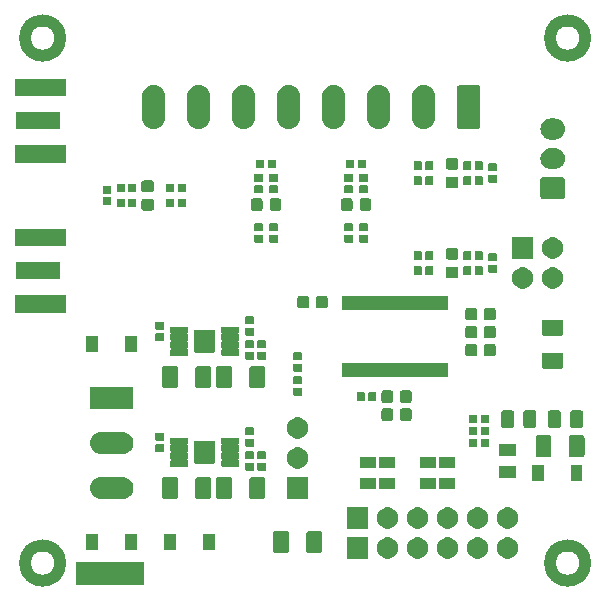
<source format=gbr>
G04 #@! TF.GenerationSoftware,KiCad,Pcbnew,(5.1.5)-2*
G04 #@! TF.CreationDate,2020-08-01T22:44:24+08:00*
G04 #@! TF.ProjectId,Module_ADS1263,4d6f6475-6c65-45f4-9144-53313236332e,rev?*
G04 #@! TF.SameCoordinates,Original*
G04 #@! TF.FileFunction,Soldermask,Top*
G04 #@! TF.FilePolarity,Negative*
%FSLAX46Y46*%
G04 Gerber Fmt 4.6, Leading zero omitted, Abs format (unit mm)*
G04 Created by KiCad (PCBNEW (5.1.5)-2) date 2020-08-01 22:44:24*
%MOMM*%
%LPD*%
G04 APERTURE LIST*
%ADD10C,0.100000*%
%ADD11C,1.000000*%
G04 APERTURE END LIST*
D10*
G36*
X112649000Y-131318000D02*
G01*
X106934000Y-131318000D01*
X106934000Y-129413000D01*
X112649000Y-129413000D01*
X112649000Y-131318000D01*
G37*
X112649000Y-131318000D02*
X106934000Y-131318000D01*
X106934000Y-129413000D01*
X112649000Y-129413000D01*
X112649000Y-131318000D01*
D11*
X105640000Y-85090000D02*
G75*
G03X105640000Y-85090000I-1500000J0D01*
G01*
X105640000Y-129540000D02*
G75*
G03X105640000Y-129540000I-1500000J0D01*
G01*
X150090000Y-129540000D02*
G75*
G03X150090000Y-129540000I-1500000J0D01*
G01*
X150090000Y-85090000D02*
G75*
G03X150090000Y-85090000I-1500000J0D01*
G01*
D10*
G36*
X138543512Y-127373927D02*
G01*
X138692812Y-127403624D01*
X138856784Y-127471544D01*
X139004354Y-127570147D01*
X139129853Y-127695646D01*
X139228456Y-127843216D01*
X139296376Y-128007188D01*
X139331000Y-128181259D01*
X139331000Y-128358741D01*
X139296376Y-128532812D01*
X139228456Y-128696784D01*
X139129853Y-128844354D01*
X139004354Y-128969853D01*
X138856784Y-129068456D01*
X138692812Y-129136376D01*
X138543512Y-129166073D01*
X138518742Y-129171000D01*
X138341258Y-129171000D01*
X138316488Y-129166073D01*
X138167188Y-129136376D01*
X138003216Y-129068456D01*
X137855646Y-128969853D01*
X137730147Y-128844354D01*
X137631544Y-128696784D01*
X137563624Y-128532812D01*
X137529000Y-128358741D01*
X137529000Y-128181259D01*
X137563624Y-128007188D01*
X137631544Y-127843216D01*
X137730147Y-127695646D01*
X137855646Y-127570147D01*
X138003216Y-127471544D01*
X138167188Y-127403624D01*
X138316488Y-127373927D01*
X138341258Y-127369000D01*
X138518742Y-127369000D01*
X138543512Y-127373927D01*
G37*
G36*
X141083512Y-127373927D02*
G01*
X141232812Y-127403624D01*
X141396784Y-127471544D01*
X141544354Y-127570147D01*
X141669853Y-127695646D01*
X141768456Y-127843216D01*
X141836376Y-128007188D01*
X141871000Y-128181259D01*
X141871000Y-128358741D01*
X141836376Y-128532812D01*
X141768456Y-128696784D01*
X141669853Y-128844354D01*
X141544354Y-128969853D01*
X141396784Y-129068456D01*
X141232812Y-129136376D01*
X141083512Y-129166073D01*
X141058742Y-129171000D01*
X140881258Y-129171000D01*
X140856488Y-129166073D01*
X140707188Y-129136376D01*
X140543216Y-129068456D01*
X140395646Y-128969853D01*
X140270147Y-128844354D01*
X140171544Y-128696784D01*
X140103624Y-128532812D01*
X140069000Y-128358741D01*
X140069000Y-128181259D01*
X140103624Y-128007188D01*
X140171544Y-127843216D01*
X140270147Y-127695646D01*
X140395646Y-127570147D01*
X140543216Y-127471544D01*
X140707188Y-127403624D01*
X140856488Y-127373927D01*
X140881258Y-127369000D01*
X141058742Y-127369000D01*
X141083512Y-127373927D01*
G37*
G36*
X143623512Y-127373927D02*
G01*
X143772812Y-127403624D01*
X143936784Y-127471544D01*
X144084354Y-127570147D01*
X144209853Y-127695646D01*
X144308456Y-127843216D01*
X144376376Y-128007188D01*
X144411000Y-128181259D01*
X144411000Y-128358741D01*
X144376376Y-128532812D01*
X144308456Y-128696784D01*
X144209853Y-128844354D01*
X144084354Y-128969853D01*
X143936784Y-129068456D01*
X143772812Y-129136376D01*
X143623512Y-129166073D01*
X143598742Y-129171000D01*
X143421258Y-129171000D01*
X143396488Y-129166073D01*
X143247188Y-129136376D01*
X143083216Y-129068456D01*
X142935646Y-128969853D01*
X142810147Y-128844354D01*
X142711544Y-128696784D01*
X142643624Y-128532812D01*
X142609000Y-128358741D01*
X142609000Y-128181259D01*
X142643624Y-128007188D01*
X142711544Y-127843216D01*
X142810147Y-127695646D01*
X142935646Y-127570147D01*
X143083216Y-127471544D01*
X143247188Y-127403624D01*
X143396488Y-127373927D01*
X143421258Y-127369000D01*
X143598742Y-127369000D01*
X143623512Y-127373927D01*
G37*
G36*
X131711000Y-129171000D02*
G01*
X129909000Y-129171000D01*
X129909000Y-127369000D01*
X131711000Y-127369000D01*
X131711000Y-129171000D01*
G37*
G36*
X136003512Y-127373927D02*
G01*
X136152812Y-127403624D01*
X136316784Y-127471544D01*
X136464354Y-127570147D01*
X136589853Y-127695646D01*
X136688456Y-127843216D01*
X136756376Y-128007188D01*
X136791000Y-128181259D01*
X136791000Y-128358741D01*
X136756376Y-128532812D01*
X136688456Y-128696784D01*
X136589853Y-128844354D01*
X136464354Y-128969853D01*
X136316784Y-129068456D01*
X136152812Y-129136376D01*
X136003512Y-129166073D01*
X135978742Y-129171000D01*
X135801258Y-129171000D01*
X135776488Y-129166073D01*
X135627188Y-129136376D01*
X135463216Y-129068456D01*
X135315646Y-128969853D01*
X135190147Y-128844354D01*
X135091544Y-128696784D01*
X135023624Y-128532812D01*
X134989000Y-128358741D01*
X134989000Y-128181259D01*
X135023624Y-128007188D01*
X135091544Y-127843216D01*
X135190147Y-127695646D01*
X135315646Y-127570147D01*
X135463216Y-127471544D01*
X135627188Y-127403624D01*
X135776488Y-127373927D01*
X135801258Y-127369000D01*
X135978742Y-127369000D01*
X136003512Y-127373927D01*
G37*
G36*
X133463512Y-127373927D02*
G01*
X133612812Y-127403624D01*
X133776784Y-127471544D01*
X133924354Y-127570147D01*
X134049853Y-127695646D01*
X134148456Y-127843216D01*
X134216376Y-128007188D01*
X134251000Y-128181259D01*
X134251000Y-128358741D01*
X134216376Y-128532812D01*
X134148456Y-128696784D01*
X134049853Y-128844354D01*
X133924354Y-128969853D01*
X133776784Y-129068456D01*
X133612812Y-129136376D01*
X133463512Y-129166073D01*
X133438742Y-129171000D01*
X133261258Y-129171000D01*
X133236488Y-129166073D01*
X133087188Y-129136376D01*
X132923216Y-129068456D01*
X132775646Y-128969853D01*
X132650147Y-128844354D01*
X132551544Y-128696784D01*
X132483624Y-128532812D01*
X132449000Y-128358741D01*
X132449000Y-128181259D01*
X132483624Y-128007188D01*
X132551544Y-127843216D01*
X132650147Y-127695646D01*
X132775646Y-127570147D01*
X132923216Y-127471544D01*
X133087188Y-127403624D01*
X133236488Y-127373927D01*
X133261258Y-127369000D01*
X133438742Y-127369000D01*
X133463512Y-127373927D01*
G37*
G36*
X124848604Y-126840347D02*
G01*
X124885144Y-126851432D01*
X124918821Y-126869433D01*
X124948341Y-126893659D01*
X124972567Y-126923179D01*
X124990568Y-126956856D01*
X125001653Y-126993396D01*
X125006000Y-127037538D01*
X125006000Y-128486462D01*
X125001653Y-128530604D01*
X124990568Y-128567144D01*
X124972567Y-128600821D01*
X124948341Y-128630341D01*
X124918821Y-128654567D01*
X124885144Y-128672568D01*
X124848604Y-128683653D01*
X124804462Y-128688000D01*
X123855538Y-128688000D01*
X123811396Y-128683653D01*
X123774856Y-128672568D01*
X123741179Y-128654567D01*
X123711659Y-128630341D01*
X123687433Y-128600821D01*
X123669432Y-128567144D01*
X123658347Y-128530604D01*
X123654000Y-128486462D01*
X123654000Y-127037538D01*
X123658347Y-126993396D01*
X123669432Y-126956856D01*
X123687433Y-126923179D01*
X123711659Y-126893659D01*
X123741179Y-126869433D01*
X123774856Y-126851432D01*
X123811396Y-126840347D01*
X123855538Y-126836000D01*
X124804462Y-126836000D01*
X124848604Y-126840347D01*
G37*
G36*
X127648604Y-126840347D02*
G01*
X127685144Y-126851432D01*
X127718821Y-126869433D01*
X127748341Y-126893659D01*
X127772567Y-126923179D01*
X127790568Y-126956856D01*
X127801653Y-126993396D01*
X127806000Y-127037538D01*
X127806000Y-128486462D01*
X127801653Y-128530604D01*
X127790568Y-128567144D01*
X127772567Y-128600821D01*
X127748341Y-128630341D01*
X127718821Y-128654567D01*
X127685144Y-128672568D01*
X127648604Y-128683653D01*
X127604462Y-128688000D01*
X126655538Y-128688000D01*
X126611396Y-128683653D01*
X126574856Y-128672568D01*
X126541179Y-128654567D01*
X126511659Y-128630341D01*
X126487433Y-128600821D01*
X126469432Y-128567144D01*
X126458347Y-128530604D01*
X126454000Y-128486462D01*
X126454000Y-127037538D01*
X126458347Y-126993396D01*
X126469432Y-126956856D01*
X126487433Y-126923179D01*
X126511659Y-126893659D01*
X126541179Y-126869433D01*
X126574856Y-126851432D01*
X126611396Y-126840347D01*
X126655538Y-126836000D01*
X127604462Y-126836000D01*
X127648604Y-126840347D01*
G37*
G36*
X112133000Y-128413000D02*
G01*
X111131000Y-128413000D01*
X111131000Y-127111000D01*
X112133000Y-127111000D01*
X112133000Y-128413000D01*
G37*
G36*
X108833000Y-128413000D02*
G01*
X107831000Y-128413000D01*
X107831000Y-127111000D01*
X108833000Y-127111000D01*
X108833000Y-128413000D01*
G37*
G36*
X115437000Y-128413000D02*
G01*
X114435000Y-128413000D01*
X114435000Y-127111000D01*
X115437000Y-127111000D01*
X115437000Y-128413000D01*
G37*
G36*
X118737000Y-128413000D02*
G01*
X117735000Y-128413000D01*
X117735000Y-127111000D01*
X118737000Y-127111000D01*
X118737000Y-128413000D01*
G37*
G36*
X133463512Y-124833927D02*
G01*
X133612812Y-124863624D01*
X133776784Y-124931544D01*
X133924354Y-125030147D01*
X134049853Y-125155646D01*
X134148456Y-125303216D01*
X134216376Y-125467188D01*
X134251000Y-125641259D01*
X134251000Y-125818741D01*
X134216376Y-125992812D01*
X134148456Y-126156784D01*
X134049853Y-126304354D01*
X133924354Y-126429853D01*
X133776784Y-126528456D01*
X133612812Y-126596376D01*
X133463512Y-126626073D01*
X133438742Y-126631000D01*
X133261258Y-126631000D01*
X133236488Y-126626073D01*
X133087188Y-126596376D01*
X132923216Y-126528456D01*
X132775646Y-126429853D01*
X132650147Y-126304354D01*
X132551544Y-126156784D01*
X132483624Y-125992812D01*
X132449000Y-125818741D01*
X132449000Y-125641259D01*
X132483624Y-125467188D01*
X132551544Y-125303216D01*
X132650147Y-125155646D01*
X132775646Y-125030147D01*
X132923216Y-124931544D01*
X133087188Y-124863624D01*
X133236488Y-124833927D01*
X133261258Y-124829000D01*
X133438742Y-124829000D01*
X133463512Y-124833927D01*
G37*
G36*
X131711000Y-126631000D02*
G01*
X129909000Y-126631000D01*
X129909000Y-124829000D01*
X131711000Y-124829000D01*
X131711000Y-126631000D01*
G37*
G36*
X138543512Y-124833927D02*
G01*
X138692812Y-124863624D01*
X138856784Y-124931544D01*
X139004354Y-125030147D01*
X139129853Y-125155646D01*
X139228456Y-125303216D01*
X139296376Y-125467188D01*
X139331000Y-125641259D01*
X139331000Y-125818741D01*
X139296376Y-125992812D01*
X139228456Y-126156784D01*
X139129853Y-126304354D01*
X139004354Y-126429853D01*
X138856784Y-126528456D01*
X138692812Y-126596376D01*
X138543512Y-126626073D01*
X138518742Y-126631000D01*
X138341258Y-126631000D01*
X138316488Y-126626073D01*
X138167188Y-126596376D01*
X138003216Y-126528456D01*
X137855646Y-126429853D01*
X137730147Y-126304354D01*
X137631544Y-126156784D01*
X137563624Y-125992812D01*
X137529000Y-125818741D01*
X137529000Y-125641259D01*
X137563624Y-125467188D01*
X137631544Y-125303216D01*
X137730147Y-125155646D01*
X137855646Y-125030147D01*
X138003216Y-124931544D01*
X138167188Y-124863624D01*
X138316488Y-124833927D01*
X138341258Y-124829000D01*
X138518742Y-124829000D01*
X138543512Y-124833927D01*
G37*
G36*
X141083512Y-124833927D02*
G01*
X141232812Y-124863624D01*
X141396784Y-124931544D01*
X141544354Y-125030147D01*
X141669853Y-125155646D01*
X141768456Y-125303216D01*
X141836376Y-125467188D01*
X141871000Y-125641259D01*
X141871000Y-125818741D01*
X141836376Y-125992812D01*
X141768456Y-126156784D01*
X141669853Y-126304354D01*
X141544354Y-126429853D01*
X141396784Y-126528456D01*
X141232812Y-126596376D01*
X141083512Y-126626073D01*
X141058742Y-126631000D01*
X140881258Y-126631000D01*
X140856488Y-126626073D01*
X140707188Y-126596376D01*
X140543216Y-126528456D01*
X140395646Y-126429853D01*
X140270147Y-126304354D01*
X140171544Y-126156784D01*
X140103624Y-125992812D01*
X140069000Y-125818741D01*
X140069000Y-125641259D01*
X140103624Y-125467188D01*
X140171544Y-125303216D01*
X140270147Y-125155646D01*
X140395646Y-125030147D01*
X140543216Y-124931544D01*
X140707188Y-124863624D01*
X140856488Y-124833927D01*
X140881258Y-124829000D01*
X141058742Y-124829000D01*
X141083512Y-124833927D01*
G37*
G36*
X143623512Y-124833927D02*
G01*
X143772812Y-124863624D01*
X143936784Y-124931544D01*
X144084354Y-125030147D01*
X144209853Y-125155646D01*
X144308456Y-125303216D01*
X144376376Y-125467188D01*
X144411000Y-125641259D01*
X144411000Y-125818741D01*
X144376376Y-125992812D01*
X144308456Y-126156784D01*
X144209853Y-126304354D01*
X144084354Y-126429853D01*
X143936784Y-126528456D01*
X143772812Y-126596376D01*
X143623512Y-126626073D01*
X143598742Y-126631000D01*
X143421258Y-126631000D01*
X143396488Y-126626073D01*
X143247188Y-126596376D01*
X143083216Y-126528456D01*
X142935646Y-126429853D01*
X142810147Y-126304354D01*
X142711544Y-126156784D01*
X142643624Y-125992812D01*
X142609000Y-125818741D01*
X142609000Y-125641259D01*
X142643624Y-125467188D01*
X142711544Y-125303216D01*
X142810147Y-125155646D01*
X142935646Y-125030147D01*
X143083216Y-124931544D01*
X143247188Y-124863624D01*
X143396488Y-124833927D01*
X143421258Y-124829000D01*
X143598742Y-124829000D01*
X143623512Y-124833927D01*
G37*
G36*
X136003512Y-124833927D02*
G01*
X136152812Y-124863624D01*
X136316784Y-124931544D01*
X136464354Y-125030147D01*
X136589853Y-125155646D01*
X136688456Y-125303216D01*
X136756376Y-125467188D01*
X136791000Y-125641259D01*
X136791000Y-125818741D01*
X136756376Y-125992812D01*
X136688456Y-126156784D01*
X136589853Y-126304354D01*
X136464354Y-126429853D01*
X136316784Y-126528456D01*
X136152812Y-126596376D01*
X136003512Y-126626073D01*
X135978742Y-126631000D01*
X135801258Y-126631000D01*
X135776488Y-126626073D01*
X135627188Y-126596376D01*
X135463216Y-126528456D01*
X135315646Y-126429853D01*
X135190147Y-126304354D01*
X135091544Y-126156784D01*
X135023624Y-125992812D01*
X134989000Y-125818741D01*
X134989000Y-125641259D01*
X135023624Y-125467188D01*
X135091544Y-125303216D01*
X135190147Y-125155646D01*
X135315646Y-125030147D01*
X135463216Y-124931544D01*
X135627188Y-124863624D01*
X135776488Y-124833927D01*
X135801258Y-124829000D01*
X135978742Y-124829000D01*
X136003512Y-124833927D01*
G37*
G36*
X111068425Y-122252760D02*
G01*
X111068428Y-122252761D01*
X111068429Y-122252761D01*
X111247693Y-122307140D01*
X111247696Y-122307142D01*
X111247697Y-122307142D01*
X111412903Y-122395446D01*
X111557712Y-122514288D01*
X111676554Y-122659097D01*
X111764858Y-122824303D01*
X111764860Y-122824307D01*
X111819239Y-123003571D01*
X111819240Y-123003575D01*
X111837601Y-123190000D01*
X111819240Y-123376425D01*
X111819239Y-123376428D01*
X111819239Y-123376429D01*
X111764860Y-123555693D01*
X111764858Y-123555696D01*
X111764858Y-123555697D01*
X111676554Y-123720903D01*
X111557712Y-123865712D01*
X111412903Y-123984554D01*
X111252241Y-124070429D01*
X111247693Y-124072860D01*
X111068429Y-124127239D01*
X111068428Y-124127239D01*
X111068425Y-124127240D01*
X110928718Y-124141000D01*
X109035282Y-124141000D01*
X108895575Y-124127240D01*
X108895572Y-124127239D01*
X108895571Y-124127239D01*
X108716307Y-124072860D01*
X108711759Y-124070429D01*
X108551097Y-123984554D01*
X108406288Y-123865712D01*
X108287446Y-123720903D01*
X108199142Y-123555697D01*
X108199142Y-123555696D01*
X108199140Y-123555693D01*
X108144761Y-123376429D01*
X108144761Y-123376428D01*
X108144760Y-123376425D01*
X108126399Y-123190000D01*
X108144760Y-123003575D01*
X108144761Y-123003571D01*
X108199140Y-122824307D01*
X108199142Y-122824303D01*
X108287446Y-122659097D01*
X108406288Y-122514288D01*
X108551097Y-122395446D01*
X108716303Y-122307142D01*
X108716304Y-122307142D01*
X108716307Y-122307140D01*
X108895571Y-122252761D01*
X108895572Y-122252761D01*
X108895575Y-122252760D01*
X109035282Y-122239000D01*
X110928718Y-122239000D01*
X111068425Y-122252760D01*
G37*
G36*
X120022604Y-122268347D02*
G01*
X120059144Y-122279432D01*
X120092821Y-122297433D01*
X120122341Y-122321659D01*
X120146567Y-122351179D01*
X120164568Y-122384856D01*
X120175653Y-122421396D01*
X120180000Y-122465538D01*
X120180000Y-123914462D01*
X120175653Y-123958604D01*
X120164568Y-123995144D01*
X120146567Y-124028821D01*
X120122341Y-124058341D01*
X120092821Y-124082567D01*
X120059144Y-124100568D01*
X120022604Y-124111653D01*
X119978462Y-124116000D01*
X119029538Y-124116000D01*
X118985396Y-124111653D01*
X118948856Y-124100568D01*
X118915179Y-124082567D01*
X118885659Y-124058341D01*
X118861433Y-124028821D01*
X118843432Y-123995144D01*
X118832347Y-123958604D01*
X118828000Y-123914462D01*
X118828000Y-122465538D01*
X118832347Y-122421396D01*
X118843432Y-122384856D01*
X118861433Y-122351179D01*
X118885659Y-122321659D01*
X118915179Y-122297433D01*
X118948856Y-122279432D01*
X118985396Y-122268347D01*
X119029538Y-122264000D01*
X119978462Y-122264000D01*
X120022604Y-122268347D01*
G37*
G36*
X122822604Y-122268347D02*
G01*
X122859144Y-122279432D01*
X122892821Y-122297433D01*
X122922341Y-122321659D01*
X122946567Y-122351179D01*
X122964568Y-122384856D01*
X122975653Y-122421396D01*
X122980000Y-122465538D01*
X122980000Y-123914462D01*
X122975653Y-123958604D01*
X122964568Y-123995144D01*
X122946567Y-124028821D01*
X122922341Y-124058341D01*
X122892821Y-124082567D01*
X122859144Y-124100568D01*
X122822604Y-124111653D01*
X122778462Y-124116000D01*
X121829538Y-124116000D01*
X121785396Y-124111653D01*
X121748856Y-124100568D01*
X121715179Y-124082567D01*
X121685659Y-124058341D01*
X121661433Y-124028821D01*
X121643432Y-123995144D01*
X121632347Y-123958604D01*
X121628000Y-123914462D01*
X121628000Y-122465538D01*
X121632347Y-122421396D01*
X121643432Y-122384856D01*
X121661433Y-122351179D01*
X121685659Y-122321659D01*
X121715179Y-122297433D01*
X121748856Y-122279432D01*
X121785396Y-122268347D01*
X121829538Y-122264000D01*
X122778462Y-122264000D01*
X122822604Y-122268347D01*
G37*
G36*
X118250604Y-122268347D02*
G01*
X118287144Y-122279432D01*
X118320821Y-122297433D01*
X118350341Y-122321659D01*
X118374567Y-122351179D01*
X118392568Y-122384856D01*
X118403653Y-122421396D01*
X118408000Y-122465538D01*
X118408000Y-123914462D01*
X118403653Y-123958604D01*
X118392568Y-123995144D01*
X118374567Y-124028821D01*
X118350341Y-124058341D01*
X118320821Y-124082567D01*
X118287144Y-124100568D01*
X118250604Y-124111653D01*
X118206462Y-124116000D01*
X117257538Y-124116000D01*
X117213396Y-124111653D01*
X117176856Y-124100568D01*
X117143179Y-124082567D01*
X117113659Y-124058341D01*
X117089433Y-124028821D01*
X117071432Y-123995144D01*
X117060347Y-123958604D01*
X117056000Y-123914462D01*
X117056000Y-122465538D01*
X117060347Y-122421396D01*
X117071432Y-122384856D01*
X117089433Y-122351179D01*
X117113659Y-122321659D01*
X117143179Y-122297433D01*
X117176856Y-122279432D01*
X117213396Y-122268347D01*
X117257538Y-122264000D01*
X118206462Y-122264000D01*
X118250604Y-122268347D01*
G37*
G36*
X115450604Y-122268347D02*
G01*
X115487144Y-122279432D01*
X115520821Y-122297433D01*
X115550341Y-122321659D01*
X115574567Y-122351179D01*
X115592568Y-122384856D01*
X115603653Y-122421396D01*
X115608000Y-122465538D01*
X115608000Y-123914462D01*
X115603653Y-123958604D01*
X115592568Y-123995144D01*
X115574567Y-124028821D01*
X115550341Y-124058341D01*
X115520821Y-124082567D01*
X115487144Y-124100568D01*
X115450604Y-124111653D01*
X115406462Y-124116000D01*
X114457538Y-124116000D01*
X114413396Y-124111653D01*
X114376856Y-124100568D01*
X114343179Y-124082567D01*
X114313659Y-124058341D01*
X114289433Y-124028821D01*
X114271432Y-123995144D01*
X114260347Y-123958604D01*
X114256000Y-123914462D01*
X114256000Y-122465538D01*
X114260347Y-122421396D01*
X114271432Y-122384856D01*
X114289433Y-122351179D01*
X114313659Y-122321659D01*
X114343179Y-122297433D01*
X114376856Y-122279432D01*
X114413396Y-122268347D01*
X114457538Y-122264000D01*
X115406462Y-122264000D01*
X115450604Y-122268347D01*
G37*
G36*
X126631000Y-124091000D02*
G01*
X124829000Y-124091000D01*
X124829000Y-122289000D01*
X126631000Y-122289000D01*
X126631000Y-124091000D01*
G37*
G36*
X132331000Y-123260000D02*
G01*
X130979000Y-123260000D01*
X130979000Y-122358000D01*
X132331000Y-122358000D01*
X132331000Y-123260000D01*
G37*
G36*
X137411000Y-123260000D02*
G01*
X136059000Y-123260000D01*
X136059000Y-122358000D01*
X137411000Y-122358000D01*
X137411000Y-123260000D01*
G37*
G36*
X133981000Y-123260000D02*
G01*
X132629000Y-123260000D01*
X132629000Y-122358000D01*
X133981000Y-122358000D01*
X133981000Y-123260000D01*
G37*
G36*
X139061000Y-123260000D02*
G01*
X137709000Y-123260000D01*
X137709000Y-122358000D01*
X139061000Y-122358000D01*
X139061000Y-123260000D01*
G37*
G36*
X146553000Y-122571000D02*
G01*
X145551000Y-122571000D01*
X145551000Y-121269000D01*
X146553000Y-121269000D01*
X146553000Y-122571000D01*
G37*
G36*
X149853000Y-122571000D02*
G01*
X148851000Y-122571000D01*
X148851000Y-121269000D01*
X149853000Y-121269000D01*
X149853000Y-122571000D01*
G37*
G36*
X144094468Y-121307565D02*
G01*
X144133138Y-121319296D01*
X144168777Y-121338346D01*
X144200017Y-121363983D01*
X144225654Y-121395223D01*
X144244704Y-121430862D01*
X144256435Y-121469532D01*
X144261000Y-121515888D01*
X144261000Y-122167112D01*
X144256435Y-122213468D01*
X144244704Y-122252138D01*
X144225654Y-122287777D01*
X144200017Y-122319017D01*
X144168777Y-122344654D01*
X144133138Y-122363704D01*
X144094468Y-122375435D01*
X144048112Y-122380000D01*
X142971888Y-122380000D01*
X142925532Y-122375435D01*
X142886862Y-122363704D01*
X142851223Y-122344654D01*
X142819983Y-122319017D01*
X142794346Y-122287777D01*
X142775296Y-122252138D01*
X142763565Y-122213468D01*
X142759000Y-122167112D01*
X142759000Y-121515888D01*
X142763565Y-121469532D01*
X142775296Y-121430862D01*
X142794346Y-121395223D01*
X142819983Y-121363983D01*
X142851223Y-121338346D01*
X142886862Y-121319296D01*
X142925532Y-121307565D01*
X142971888Y-121303000D01*
X144048112Y-121303000D01*
X144094468Y-121307565D01*
G37*
G36*
X121947938Y-121045716D02*
G01*
X121968557Y-121051971D01*
X121987553Y-121062124D01*
X122004208Y-121075792D01*
X122017876Y-121092447D01*
X122028029Y-121111443D01*
X122034284Y-121132062D01*
X122037000Y-121159640D01*
X122037000Y-121618360D01*
X122034284Y-121645938D01*
X122028029Y-121666557D01*
X122017876Y-121685553D01*
X122004208Y-121702208D01*
X121987553Y-121715876D01*
X121968557Y-121726029D01*
X121947938Y-121732284D01*
X121920360Y-121735000D01*
X121411640Y-121735000D01*
X121384062Y-121732284D01*
X121363443Y-121726029D01*
X121344447Y-121715876D01*
X121327792Y-121702208D01*
X121314124Y-121685553D01*
X121303971Y-121666557D01*
X121297716Y-121645938D01*
X121295000Y-121618360D01*
X121295000Y-121159640D01*
X121297716Y-121132062D01*
X121303971Y-121111443D01*
X121314124Y-121092447D01*
X121327792Y-121075792D01*
X121344447Y-121062124D01*
X121363443Y-121051971D01*
X121384062Y-121045716D01*
X121411640Y-121043000D01*
X121920360Y-121043000D01*
X121947938Y-121045716D01*
G37*
G36*
X122963938Y-121045716D02*
G01*
X122984557Y-121051971D01*
X123003553Y-121062124D01*
X123020208Y-121075792D01*
X123033876Y-121092447D01*
X123044029Y-121111443D01*
X123050284Y-121132062D01*
X123053000Y-121159640D01*
X123053000Y-121618360D01*
X123050284Y-121645938D01*
X123044029Y-121666557D01*
X123033876Y-121685553D01*
X123020208Y-121702208D01*
X123003553Y-121715876D01*
X122984557Y-121726029D01*
X122963938Y-121732284D01*
X122936360Y-121735000D01*
X122427640Y-121735000D01*
X122400062Y-121732284D01*
X122379443Y-121726029D01*
X122360447Y-121715876D01*
X122343792Y-121702208D01*
X122330124Y-121685553D01*
X122319971Y-121666557D01*
X122313716Y-121645938D01*
X122311000Y-121618360D01*
X122311000Y-121159640D01*
X122313716Y-121132062D01*
X122319971Y-121111443D01*
X122330124Y-121092447D01*
X122343792Y-121075792D01*
X122360447Y-121062124D01*
X122379443Y-121051971D01*
X122400062Y-121045716D01*
X122427640Y-121043000D01*
X122936360Y-121043000D01*
X122963938Y-121045716D01*
G37*
G36*
X125843512Y-119753927D02*
G01*
X125992812Y-119783624D01*
X126156784Y-119851544D01*
X126304354Y-119950147D01*
X126429853Y-120075646D01*
X126528456Y-120223216D01*
X126596376Y-120387188D01*
X126631000Y-120561259D01*
X126631000Y-120738741D01*
X126596376Y-120912812D01*
X126528456Y-121076784D01*
X126429853Y-121224354D01*
X126304354Y-121349853D01*
X126156784Y-121448456D01*
X125992812Y-121516376D01*
X125843512Y-121546073D01*
X125818742Y-121551000D01*
X125641258Y-121551000D01*
X125616488Y-121546073D01*
X125467188Y-121516376D01*
X125303216Y-121448456D01*
X125155646Y-121349853D01*
X125030147Y-121224354D01*
X124931544Y-121076784D01*
X124863624Y-120912812D01*
X124829000Y-120738741D01*
X124829000Y-120561259D01*
X124863624Y-120387188D01*
X124931544Y-120223216D01*
X125030147Y-120075646D01*
X125155646Y-119950147D01*
X125303216Y-119851544D01*
X125467188Y-119783624D01*
X125616488Y-119753927D01*
X125641258Y-119749000D01*
X125818742Y-119749000D01*
X125843512Y-119753927D01*
G37*
G36*
X137411000Y-121460000D02*
G01*
X136059000Y-121460000D01*
X136059000Y-120558000D01*
X137411000Y-120558000D01*
X137411000Y-121460000D01*
G37*
G36*
X132331000Y-121460000D02*
G01*
X130979000Y-121460000D01*
X130979000Y-120558000D01*
X132331000Y-120558000D01*
X132331000Y-121460000D01*
G37*
G36*
X139061000Y-121460000D02*
G01*
X137709000Y-121460000D01*
X137709000Y-120558000D01*
X139061000Y-120558000D01*
X139061000Y-121460000D01*
G37*
G36*
X133981000Y-121460000D02*
G01*
X132629000Y-121460000D01*
X132629000Y-120558000D01*
X133981000Y-120558000D01*
X133981000Y-121460000D01*
G37*
G36*
X120731170Y-118917803D02*
G01*
X120742875Y-118921354D01*
X120753665Y-118927121D01*
X120763119Y-118934881D01*
X120770879Y-118944335D01*
X120776646Y-118955125D01*
X120780197Y-118966830D01*
X120782000Y-118985138D01*
X120782000Y-119348862D01*
X120780197Y-119367170D01*
X120776646Y-119378875D01*
X120770879Y-119389665D01*
X120759370Y-119403688D01*
X120750355Y-119412704D01*
X120736741Y-119433078D01*
X120727365Y-119455717D01*
X120722585Y-119479751D01*
X120722585Y-119504255D01*
X120727366Y-119528288D01*
X120736744Y-119550926D01*
X120750358Y-119571301D01*
X120759374Y-119580317D01*
X120770879Y-119594335D01*
X120776646Y-119605125D01*
X120780197Y-119616830D01*
X120782000Y-119635138D01*
X120782000Y-119998862D01*
X120780197Y-120017170D01*
X120776646Y-120028875D01*
X120770879Y-120039665D01*
X120759370Y-120053688D01*
X120750355Y-120062704D01*
X120736741Y-120083078D01*
X120727365Y-120105717D01*
X120722585Y-120129751D01*
X120722585Y-120154255D01*
X120727366Y-120178288D01*
X120736744Y-120200926D01*
X120750358Y-120221301D01*
X120759374Y-120230317D01*
X120770879Y-120244335D01*
X120776646Y-120255125D01*
X120780197Y-120266830D01*
X120782000Y-120285138D01*
X120782000Y-120648862D01*
X120780197Y-120667170D01*
X120776646Y-120678875D01*
X120770879Y-120689665D01*
X120759370Y-120703688D01*
X120750355Y-120712704D01*
X120736741Y-120733078D01*
X120727365Y-120755717D01*
X120722585Y-120779751D01*
X120722585Y-120804255D01*
X120727366Y-120828288D01*
X120736744Y-120850926D01*
X120750358Y-120871301D01*
X120759374Y-120880317D01*
X120770879Y-120894335D01*
X120776646Y-120905125D01*
X120780197Y-120916830D01*
X120782000Y-120935138D01*
X120782000Y-121298862D01*
X120780197Y-121317170D01*
X120776646Y-121328875D01*
X120770879Y-121339665D01*
X120763119Y-121349119D01*
X120753665Y-121356879D01*
X120742875Y-121362646D01*
X120731170Y-121366197D01*
X120712862Y-121368000D01*
X119324138Y-121368000D01*
X119305830Y-121366197D01*
X119294125Y-121362646D01*
X119283335Y-121356879D01*
X119273881Y-121349119D01*
X119266121Y-121339665D01*
X119260354Y-121328875D01*
X119256803Y-121317170D01*
X119255000Y-121298862D01*
X119255000Y-120935138D01*
X119256803Y-120916830D01*
X119260354Y-120905125D01*
X119266121Y-120894335D01*
X119277630Y-120880312D01*
X119286645Y-120871296D01*
X119300259Y-120850922D01*
X119309635Y-120828283D01*
X119314415Y-120804249D01*
X119314415Y-120779745D01*
X119309634Y-120755712D01*
X119300256Y-120733074D01*
X119286642Y-120712699D01*
X119277626Y-120703683D01*
X119266121Y-120689665D01*
X119260354Y-120678875D01*
X119256803Y-120667170D01*
X119255000Y-120648862D01*
X119255000Y-120285138D01*
X119256803Y-120266830D01*
X119260354Y-120255125D01*
X119266121Y-120244335D01*
X119277630Y-120230312D01*
X119286645Y-120221296D01*
X119300259Y-120200922D01*
X119309635Y-120178283D01*
X119314415Y-120154249D01*
X119314415Y-120129745D01*
X119309634Y-120105712D01*
X119300256Y-120083074D01*
X119286642Y-120062699D01*
X119277626Y-120053683D01*
X119266121Y-120039665D01*
X119260354Y-120028875D01*
X119256803Y-120017170D01*
X119255000Y-119998862D01*
X119255000Y-119635138D01*
X119256803Y-119616830D01*
X119260354Y-119605125D01*
X119266121Y-119594335D01*
X119277630Y-119580312D01*
X119286645Y-119571296D01*
X119300259Y-119550922D01*
X119309635Y-119528283D01*
X119314415Y-119504249D01*
X119314415Y-119479745D01*
X119309634Y-119455712D01*
X119300256Y-119433074D01*
X119286642Y-119412699D01*
X119277626Y-119403683D01*
X119266121Y-119389665D01*
X119260354Y-119378875D01*
X119256803Y-119367170D01*
X119255000Y-119348862D01*
X119255000Y-118985138D01*
X119256803Y-118966830D01*
X119260354Y-118955125D01*
X119266121Y-118944335D01*
X119273881Y-118934881D01*
X119283335Y-118927121D01*
X119294125Y-118921354D01*
X119305830Y-118917803D01*
X119324138Y-118916000D01*
X120712862Y-118916000D01*
X120731170Y-118917803D01*
G37*
G36*
X116406170Y-118917803D02*
G01*
X116417875Y-118921354D01*
X116428665Y-118927121D01*
X116438119Y-118934881D01*
X116445879Y-118944335D01*
X116451646Y-118955125D01*
X116455197Y-118966830D01*
X116457000Y-118985138D01*
X116457000Y-119348862D01*
X116455197Y-119367170D01*
X116451646Y-119378875D01*
X116445879Y-119389665D01*
X116434370Y-119403688D01*
X116425355Y-119412704D01*
X116411741Y-119433078D01*
X116402365Y-119455717D01*
X116397585Y-119479751D01*
X116397585Y-119504255D01*
X116402366Y-119528288D01*
X116411744Y-119550926D01*
X116425358Y-119571301D01*
X116434374Y-119580317D01*
X116445879Y-119594335D01*
X116451646Y-119605125D01*
X116455197Y-119616830D01*
X116457000Y-119635138D01*
X116457000Y-119998862D01*
X116455197Y-120017170D01*
X116451646Y-120028875D01*
X116445879Y-120039665D01*
X116434370Y-120053688D01*
X116425355Y-120062704D01*
X116411741Y-120083078D01*
X116402365Y-120105717D01*
X116397585Y-120129751D01*
X116397585Y-120154255D01*
X116402366Y-120178288D01*
X116411744Y-120200926D01*
X116425358Y-120221301D01*
X116434374Y-120230317D01*
X116445879Y-120244335D01*
X116451646Y-120255125D01*
X116455197Y-120266830D01*
X116457000Y-120285138D01*
X116457000Y-120648862D01*
X116455197Y-120667170D01*
X116451646Y-120678875D01*
X116445879Y-120689665D01*
X116434370Y-120703688D01*
X116425355Y-120712704D01*
X116411741Y-120733078D01*
X116402365Y-120755717D01*
X116397585Y-120779751D01*
X116397585Y-120804255D01*
X116402366Y-120828288D01*
X116411744Y-120850926D01*
X116425358Y-120871301D01*
X116434374Y-120880317D01*
X116445879Y-120894335D01*
X116451646Y-120905125D01*
X116455197Y-120916830D01*
X116457000Y-120935138D01*
X116457000Y-121298862D01*
X116455197Y-121317170D01*
X116451646Y-121328875D01*
X116445879Y-121339665D01*
X116438119Y-121349119D01*
X116428665Y-121356879D01*
X116417875Y-121362646D01*
X116406170Y-121366197D01*
X116387862Y-121368000D01*
X114999138Y-121368000D01*
X114980830Y-121366197D01*
X114969125Y-121362646D01*
X114958335Y-121356879D01*
X114948881Y-121349119D01*
X114941121Y-121339665D01*
X114935354Y-121328875D01*
X114931803Y-121317170D01*
X114930000Y-121298862D01*
X114930000Y-120935138D01*
X114931803Y-120916830D01*
X114935354Y-120905125D01*
X114941121Y-120894335D01*
X114952630Y-120880312D01*
X114961645Y-120871296D01*
X114975259Y-120850922D01*
X114984635Y-120828283D01*
X114989415Y-120804249D01*
X114989415Y-120779745D01*
X114984634Y-120755712D01*
X114975256Y-120733074D01*
X114961642Y-120712699D01*
X114952626Y-120703683D01*
X114941121Y-120689665D01*
X114935354Y-120678875D01*
X114931803Y-120667170D01*
X114930000Y-120648862D01*
X114930000Y-120285138D01*
X114931803Y-120266830D01*
X114935354Y-120255125D01*
X114941121Y-120244335D01*
X114952630Y-120230312D01*
X114961645Y-120221296D01*
X114975259Y-120200922D01*
X114984635Y-120178283D01*
X114989415Y-120154249D01*
X114989415Y-120129745D01*
X114984634Y-120105712D01*
X114975256Y-120083074D01*
X114961642Y-120062699D01*
X114952626Y-120053683D01*
X114941121Y-120039665D01*
X114935354Y-120028875D01*
X114931803Y-120017170D01*
X114930000Y-119998862D01*
X114930000Y-119635138D01*
X114931803Y-119616830D01*
X114935354Y-119605125D01*
X114941121Y-119594335D01*
X114952630Y-119580312D01*
X114961645Y-119571296D01*
X114975259Y-119550922D01*
X114984635Y-119528283D01*
X114989415Y-119504249D01*
X114989415Y-119479745D01*
X114984634Y-119455712D01*
X114975256Y-119433074D01*
X114961642Y-119412699D01*
X114952626Y-119403683D01*
X114941121Y-119389665D01*
X114935354Y-119378875D01*
X114931803Y-119367170D01*
X114930000Y-119348862D01*
X114930000Y-118985138D01*
X114931803Y-118966830D01*
X114935354Y-118955125D01*
X114941121Y-118944335D01*
X114948881Y-118934881D01*
X114958335Y-118927121D01*
X114969125Y-118921354D01*
X114980830Y-118917803D01*
X114999138Y-118916000D01*
X116387862Y-118916000D01*
X116406170Y-118917803D01*
G37*
G36*
X118630322Y-119169972D02*
G01*
X118663206Y-119179947D01*
X118693502Y-119196141D01*
X118720062Y-119217938D01*
X118741859Y-119244498D01*
X118758053Y-119274794D01*
X118768028Y-119307678D01*
X118772000Y-119348008D01*
X118772000Y-120935992D01*
X118768028Y-120976322D01*
X118758053Y-121009206D01*
X118741859Y-121039502D01*
X118720062Y-121066062D01*
X118693502Y-121087859D01*
X118663206Y-121104053D01*
X118630322Y-121114028D01*
X118589992Y-121118000D01*
X117122008Y-121118000D01*
X117081678Y-121114028D01*
X117048794Y-121104053D01*
X117018498Y-121087859D01*
X116991938Y-121066062D01*
X116970141Y-121039502D01*
X116953947Y-121009206D01*
X116943972Y-120976322D01*
X116940000Y-120935992D01*
X116940000Y-119348008D01*
X116943972Y-119307678D01*
X116953947Y-119274794D01*
X116970141Y-119244498D01*
X116991938Y-119217938D01*
X117018498Y-119196141D01*
X117048794Y-119179947D01*
X117081678Y-119169972D01*
X117122008Y-119166000D01*
X118589992Y-119166000D01*
X118630322Y-119169972D01*
G37*
G36*
X122963938Y-120075716D02*
G01*
X122984557Y-120081971D01*
X123003553Y-120092124D01*
X123020208Y-120105792D01*
X123033876Y-120122447D01*
X123044029Y-120141443D01*
X123050284Y-120162062D01*
X123053000Y-120189640D01*
X123053000Y-120648360D01*
X123050284Y-120675938D01*
X123044029Y-120696557D01*
X123033876Y-120715553D01*
X123020208Y-120732208D01*
X123003553Y-120745876D01*
X122984557Y-120756029D01*
X122963938Y-120762284D01*
X122936360Y-120765000D01*
X122427640Y-120765000D01*
X122400062Y-120762284D01*
X122379443Y-120756029D01*
X122360447Y-120745876D01*
X122343792Y-120732208D01*
X122330124Y-120715553D01*
X122319971Y-120696557D01*
X122313716Y-120675938D01*
X122311000Y-120648360D01*
X122311000Y-120189640D01*
X122313716Y-120162062D01*
X122319971Y-120141443D01*
X122330124Y-120122447D01*
X122343792Y-120105792D01*
X122360447Y-120092124D01*
X122379443Y-120081971D01*
X122400062Y-120075716D01*
X122427640Y-120073000D01*
X122936360Y-120073000D01*
X122963938Y-120075716D01*
G37*
G36*
X121947938Y-120075716D02*
G01*
X121968557Y-120081971D01*
X121987553Y-120092124D01*
X122004208Y-120105792D01*
X122017876Y-120122447D01*
X122028029Y-120141443D01*
X122034284Y-120162062D01*
X122037000Y-120189640D01*
X122037000Y-120648360D01*
X122034284Y-120675938D01*
X122028029Y-120696557D01*
X122017876Y-120715553D01*
X122004208Y-120732208D01*
X121987553Y-120745876D01*
X121968557Y-120756029D01*
X121947938Y-120762284D01*
X121920360Y-120765000D01*
X121411640Y-120765000D01*
X121384062Y-120762284D01*
X121363443Y-120756029D01*
X121344447Y-120745876D01*
X121327792Y-120732208D01*
X121314124Y-120715553D01*
X121303971Y-120696557D01*
X121297716Y-120675938D01*
X121295000Y-120648360D01*
X121295000Y-120189640D01*
X121297716Y-120162062D01*
X121303971Y-120141443D01*
X121314124Y-120122447D01*
X121327792Y-120105792D01*
X121344447Y-120092124D01*
X121363443Y-120081971D01*
X121384062Y-120075716D01*
X121411640Y-120073000D01*
X121920360Y-120073000D01*
X121947938Y-120075716D01*
G37*
G36*
X149870604Y-118712347D02*
G01*
X149907144Y-118723432D01*
X149940821Y-118741433D01*
X149970341Y-118765659D01*
X149994567Y-118795179D01*
X150012568Y-118828856D01*
X150023653Y-118865396D01*
X150028000Y-118909538D01*
X150028000Y-120358462D01*
X150023653Y-120402604D01*
X150012568Y-120439144D01*
X149994567Y-120472821D01*
X149970341Y-120502341D01*
X149940821Y-120526567D01*
X149907144Y-120544568D01*
X149870604Y-120555653D01*
X149826462Y-120560000D01*
X148877538Y-120560000D01*
X148833396Y-120555653D01*
X148796856Y-120544568D01*
X148763179Y-120526567D01*
X148733659Y-120502341D01*
X148709433Y-120472821D01*
X148691432Y-120439144D01*
X148680347Y-120402604D01*
X148676000Y-120358462D01*
X148676000Y-118909538D01*
X148680347Y-118865396D01*
X148691432Y-118828856D01*
X148709433Y-118795179D01*
X148733659Y-118765659D01*
X148763179Y-118741433D01*
X148796856Y-118723432D01*
X148833396Y-118712347D01*
X148877538Y-118708000D01*
X149826462Y-118708000D01*
X149870604Y-118712347D01*
G37*
G36*
X147070604Y-118712347D02*
G01*
X147107144Y-118723432D01*
X147140821Y-118741433D01*
X147170341Y-118765659D01*
X147194567Y-118795179D01*
X147212568Y-118828856D01*
X147223653Y-118865396D01*
X147228000Y-118909538D01*
X147228000Y-120358462D01*
X147223653Y-120402604D01*
X147212568Y-120439144D01*
X147194567Y-120472821D01*
X147170341Y-120502341D01*
X147140821Y-120526567D01*
X147107144Y-120544568D01*
X147070604Y-120555653D01*
X147026462Y-120560000D01*
X146077538Y-120560000D01*
X146033396Y-120555653D01*
X145996856Y-120544568D01*
X145963179Y-120526567D01*
X145933659Y-120502341D01*
X145909433Y-120472821D01*
X145891432Y-120439144D01*
X145880347Y-120402604D01*
X145876000Y-120358462D01*
X145876000Y-118909538D01*
X145880347Y-118865396D01*
X145891432Y-118828856D01*
X145909433Y-118795179D01*
X145933659Y-118765659D01*
X145963179Y-118741433D01*
X145996856Y-118723432D01*
X146033396Y-118712347D01*
X146077538Y-118708000D01*
X147026462Y-118708000D01*
X147070604Y-118712347D01*
G37*
G36*
X144094468Y-119432565D02*
G01*
X144133138Y-119444296D01*
X144168777Y-119463346D01*
X144200017Y-119488983D01*
X144225654Y-119520223D01*
X144244704Y-119555862D01*
X144256435Y-119594532D01*
X144261000Y-119640888D01*
X144261000Y-120292112D01*
X144256435Y-120338468D01*
X144244704Y-120377138D01*
X144225654Y-120412777D01*
X144200017Y-120444017D01*
X144168777Y-120469654D01*
X144133138Y-120488704D01*
X144094468Y-120500435D01*
X144048112Y-120505000D01*
X142971888Y-120505000D01*
X142925532Y-120500435D01*
X142886862Y-120488704D01*
X142851223Y-120469654D01*
X142819983Y-120444017D01*
X142794346Y-120412777D01*
X142775296Y-120377138D01*
X142763565Y-120338468D01*
X142759000Y-120292112D01*
X142759000Y-119640888D01*
X142763565Y-119594532D01*
X142775296Y-119555862D01*
X142794346Y-119520223D01*
X142819983Y-119488983D01*
X142851223Y-119463346D01*
X142886862Y-119444296D01*
X142925532Y-119432565D01*
X142971888Y-119428000D01*
X144048112Y-119428000D01*
X144094468Y-119432565D01*
G37*
G36*
X111068425Y-118442760D02*
G01*
X111068428Y-118442761D01*
X111068429Y-118442761D01*
X111247693Y-118497140D01*
X111247696Y-118497142D01*
X111247697Y-118497142D01*
X111412903Y-118585446D01*
X111557712Y-118704288D01*
X111676554Y-118849097D01*
X111763475Y-119011716D01*
X111764860Y-119014307D01*
X111816988Y-119186152D01*
X111819240Y-119193575D01*
X111837601Y-119380000D01*
X111819240Y-119566425D01*
X111819239Y-119566428D01*
X111819239Y-119566429D01*
X111764860Y-119745693D01*
X111764858Y-119745696D01*
X111764858Y-119745697D01*
X111676554Y-119910903D01*
X111557712Y-120055712D01*
X111412904Y-120174553D01*
X111262164Y-120255125D01*
X111247693Y-120262860D01*
X111068429Y-120317239D01*
X111068428Y-120317239D01*
X111068425Y-120317240D01*
X110928718Y-120331000D01*
X109035282Y-120331000D01*
X108895575Y-120317240D01*
X108895572Y-120317239D01*
X108895571Y-120317239D01*
X108716307Y-120262860D01*
X108701836Y-120255125D01*
X108551096Y-120174553D01*
X108406288Y-120055712D01*
X108287446Y-119910903D01*
X108199142Y-119745697D01*
X108199142Y-119745696D01*
X108199140Y-119745693D01*
X108144761Y-119566429D01*
X108144761Y-119566428D01*
X108144760Y-119566425D01*
X108126399Y-119380000D01*
X108144760Y-119193575D01*
X108147012Y-119186152D01*
X108199140Y-119014307D01*
X108200525Y-119011716D01*
X108287446Y-118849097D01*
X108406288Y-118704288D01*
X108551097Y-118585446D01*
X108716303Y-118497142D01*
X108716304Y-118497142D01*
X108716307Y-118497140D01*
X108895571Y-118442761D01*
X108895572Y-118442761D01*
X108895575Y-118442760D01*
X109035282Y-118429000D01*
X110928718Y-118429000D01*
X111068425Y-118442760D01*
G37*
G36*
X114327938Y-119468516D02*
G01*
X114348557Y-119474771D01*
X114367553Y-119484924D01*
X114384208Y-119498592D01*
X114397876Y-119515247D01*
X114408029Y-119534243D01*
X114414284Y-119554862D01*
X114417000Y-119582440D01*
X114417000Y-120041160D01*
X114414284Y-120068738D01*
X114408029Y-120089357D01*
X114397876Y-120108353D01*
X114384208Y-120125008D01*
X114367553Y-120138676D01*
X114348557Y-120148829D01*
X114327938Y-120155084D01*
X114300360Y-120157800D01*
X113791640Y-120157800D01*
X113764062Y-120155084D01*
X113743443Y-120148829D01*
X113724447Y-120138676D01*
X113707792Y-120125008D01*
X113694124Y-120108353D01*
X113683971Y-120089357D01*
X113677716Y-120068738D01*
X113675000Y-120041160D01*
X113675000Y-119582440D01*
X113677716Y-119554862D01*
X113683971Y-119534243D01*
X113694124Y-119515247D01*
X113707792Y-119498592D01*
X113724447Y-119484924D01*
X113743443Y-119474771D01*
X113764062Y-119468516D01*
X113791640Y-119465800D01*
X114300360Y-119465800D01*
X114327938Y-119468516D01*
G37*
G36*
X141838938Y-119011716D02*
G01*
X141859557Y-119017971D01*
X141878553Y-119028124D01*
X141895208Y-119041792D01*
X141908876Y-119058447D01*
X141919029Y-119077443D01*
X141925284Y-119098062D01*
X141928000Y-119125640D01*
X141928000Y-119634360D01*
X141925284Y-119661938D01*
X141919029Y-119682557D01*
X141908876Y-119701553D01*
X141895208Y-119718208D01*
X141878553Y-119731876D01*
X141859557Y-119742029D01*
X141838938Y-119748284D01*
X141811360Y-119751000D01*
X141352640Y-119751000D01*
X141325062Y-119748284D01*
X141304443Y-119742029D01*
X141285447Y-119731876D01*
X141268792Y-119718208D01*
X141255124Y-119701553D01*
X141244971Y-119682557D01*
X141238716Y-119661938D01*
X141236000Y-119634360D01*
X141236000Y-119125640D01*
X141238716Y-119098062D01*
X141244971Y-119077443D01*
X141255124Y-119058447D01*
X141268792Y-119041792D01*
X141285447Y-119028124D01*
X141304443Y-119017971D01*
X141325062Y-119011716D01*
X141352640Y-119009000D01*
X141811360Y-119009000D01*
X141838938Y-119011716D01*
G37*
G36*
X140868938Y-119011716D02*
G01*
X140889557Y-119017971D01*
X140908553Y-119028124D01*
X140925208Y-119041792D01*
X140938876Y-119058447D01*
X140949029Y-119077443D01*
X140955284Y-119098062D01*
X140958000Y-119125640D01*
X140958000Y-119634360D01*
X140955284Y-119661938D01*
X140949029Y-119682557D01*
X140938876Y-119701553D01*
X140925208Y-119718208D01*
X140908553Y-119731876D01*
X140889557Y-119742029D01*
X140868938Y-119748284D01*
X140841360Y-119751000D01*
X140382640Y-119751000D01*
X140355062Y-119748284D01*
X140334443Y-119742029D01*
X140315447Y-119731876D01*
X140298792Y-119718208D01*
X140285124Y-119701553D01*
X140274971Y-119682557D01*
X140268716Y-119661938D01*
X140266000Y-119634360D01*
X140266000Y-119125640D01*
X140268716Y-119098062D01*
X140274971Y-119077443D01*
X140285124Y-119058447D01*
X140298792Y-119041792D01*
X140315447Y-119028124D01*
X140334443Y-119017971D01*
X140355062Y-119011716D01*
X140382640Y-119009000D01*
X140841360Y-119009000D01*
X140868938Y-119011716D01*
G37*
G36*
X121947938Y-119013716D02*
G01*
X121968557Y-119019971D01*
X121987553Y-119030124D01*
X122004208Y-119043792D01*
X122017876Y-119060447D01*
X122028029Y-119079443D01*
X122034284Y-119100062D01*
X122037000Y-119127640D01*
X122037000Y-119586360D01*
X122034284Y-119613938D01*
X122028029Y-119634557D01*
X122017876Y-119653553D01*
X122004208Y-119670208D01*
X121987553Y-119683876D01*
X121968557Y-119694029D01*
X121947938Y-119700284D01*
X121920360Y-119703000D01*
X121411640Y-119703000D01*
X121384062Y-119700284D01*
X121363443Y-119694029D01*
X121344447Y-119683876D01*
X121327792Y-119670208D01*
X121314124Y-119653553D01*
X121303971Y-119634557D01*
X121297716Y-119613938D01*
X121295000Y-119586360D01*
X121295000Y-119127640D01*
X121297716Y-119100062D01*
X121303971Y-119079443D01*
X121314124Y-119060447D01*
X121327792Y-119043792D01*
X121344447Y-119030124D01*
X121363443Y-119019971D01*
X121384062Y-119013716D01*
X121411640Y-119011000D01*
X121920360Y-119011000D01*
X121947938Y-119013716D01*
G37*
G36*
X114327938Y-118498516D02*
G01*
X114348557Y-118504771D01*
X114367553Y-118514924D01*
X114384208Y-118528592D01*
X114397876Y-118545247D01*
X114408029Y-118564243D01*
X114414284Y-118584862D01*
X114417000Y-118612440D01*
X114417000Y-119071160D01*
X114414284Y-119098738D01*
X114408029Y-119119357D01*
X114397876Y-119138353D01*
X114384208Y-119155008D01*
X114367553Y-119168676D01*
X114348557Y-119178829D01*
X114327938Y-119185084D01*
X114300360Y-119187800D01*
X113791640Y-119187800D01*
X113764062Y-119185084D01*
X113743443Y-119178829D01*
X113724447Y-119168676D01*
X113707792Y-119155008D01*
X113694124Y-119138353D01*
X113683971Y-119119357D01*
X113677716Y-119098738D01*
X113675000Y-119071160D01*
X113675000Y-118612440D01*
X113677716Y-118584862D01*
X113683971Y-118564243D01*
X113694124Y-118545247D01*
X113707792Y-118528592D01*
X113724447Y-118514924D01*
X113743443Y-118504771D01*
X113764062Y-118498516D01*
X113791640Y-118495800D01*
X114300360Y-118495800D01*
X114327938Y-118498516D01*
G37*
G36*
X125843512Y-117213927D02*
G01*
X125992812Y-117243624D01*
X126156784Y-117311544D01*
X126304354Y-117410147D01*
X126429853Y-117535646D01*
X126528456Y-117683216D01*
X126596376Y-117847188D01*
X126622661Y-117979337D01*
X126628120Y-118006777D01*
X126631000Y-118021259D01*
X126631000Y-118198741D01*
X126596376Y-118372812D01*
X126528456Y-118536784D01*
X126429853Y-118684354D01*
X126304354Y-118809853D01*
X126156784Y-118908456D01*
X125992812Y-118976376D01*
X125843512Y-119006073D01*
X125818742Y-119011000D01*
X125641258Y-119011000D01*
X125616488Y-119006073D01*
X125467188Y-118976376D01*
X125303216Y-118908456D01*
X125155646Y-118809853D01*
X125030147Y-118684354D01*
X124931544Y-118536784D01*
X124863624Y-118372812D01*
X124829000Y-118198741D01*
X124829000Y-118021259D01*
X124831881Y-118006777D01*
X124837339Y-117979337D01*
X124863624Y-117847188D01*
X124931544Y-117683216D01*
X125030147Y-117535646D01*
X125155646Y-117410147D01*
X125303216Y-117311544D01*
X125467188Y-117243624D01*
X125616488Y-117213927D01*
X125641258Y-117209000D01*
X125818742Y-117209000D01*
X125843512Y-117213927D01*
G37*
G36*
X141838938Y-117995716D02*
G01*
X141859557Y-118001971D01*
X141878553Y-118012124D01*
X141895208Y-118025792D01*
X141908876Y-118042447D01*
X141919029Y-118061443D01*
X141925284Y-118082062D01*
X141928000Y-118109640D01*
X141928000Y-118618360D01*
X141925284Y-118645938D01*
X141919029Y-118666557D01*
X141908876Y-118685553D01*
X141895208Y-118702208D01*
X141878553Y-118715876D01*
X141859557Y-118726029D01*
X141838938Y-118732284D01*
X141811360Y-118735000D01*
X141352640Y-118735000D01*
X141325062Y-118732284D01*
X141304443Y-118726029D01*
X141285447Y-118715876D01*
X141268792Y-118702208D01*
X141255124Y-118685553D01*
X141244971Y-118666557D01*
X141238716Y-118645938D01*
X141236000Y-118618360D01*
X141236000Y-118109640D01*
X141238716Y-118082062D01*
X141244971Y-118061443D01*
X141255124Y-118042447D01*
X141268792Y-118025792D01*
X141285447Y-118012124D01*
X141304443Y-118001971D01*
X141325062Y-117995716D01*
X141352640Y-117993000D01*
X141811360Y-117993000D01*
X141838938Y-117995716D01*
G37*
G36*
X140868938Y-117995716D02*
G01*
X140889557Y-118001971D01*
X140908553Y-118012124D01*
X140925208Y-118025792D01*
X140938876Y-118042447D01*
X140949029Y-118061443D01*
X140955284Y-118082062D01*
X140958000Y-118109640D01*
X140958000Y-118618360D01*
X140955284Y-118645938D01*
X140949029Y-118666557D01*
X140938876Y-118685553D01*
X140925208Y-118702208D01*
X140908553Y-118715876D01*
X140889557Y-118726029D01*
X140868938Y-118732284D01*
X140841360Y-118735000D01*
X140382640Y-118735000D01*
X140355062Y-118732284D01*
X140334443Y-118726029D01*
X140315447Y-118715876D01*
X140298792Y-118702208D01*
X140285124Y-118685553D01*
X140274971Y-118666557D01*
X140268716Y-118645938D01*
X140266000Y-118618360D01*
X140266000Y-118109640D01*
X140268716Y-118082062D01*
X140274971Y-118061443D01*
X140285124Y-118042447D01*
X140298792Y-118025792D01*
X140315447Y-118012124D01*
X140334443Y-118001971D01*
X140355062Y-117995716D01*
X140382640Y-117993000D01*
X140841360Y-117993000D01*
X140868938Y-117995716D01*
G37*
G36*
X121947938Y-118043716D02*
G01*
X121968557Y-118049971D01*
X121987553Y-118060124D01*
X122004208Y-118073792D01*
X122017876Y-118090447D01*
X122028029Y-118109443D01*
X122034284Y-118130062D01*
X122037000Y-118157640D01*
X122037000Y-118616360D01*
X122034284Y-118643938D01*
X122028029Y-118664557D01*
X122017876Y-118683553D01*
X122004208Y-118700208D01*
X121987553Y-118713876D01*
X121968557Y-118724029D01*
X121947938Y-118730284D01*
X121920360Y-118733000D01*
X121411640Y-118733000D01*
X121384062Y-118730284D01*
X121363443Y-118724029D01*
X121344447Y-118713876D01*
X121327792Y-118700208D01*
X121314124Y-118683553D01*
X121303971Y-118664557D01*
X121297716Y-118643938D01*
X121295000Y-118616360D01*
X121295000Y-118157640D01*
X121297716Y-118130062D01*
X121303971Y-118109443D01*
X121314124Y-118090447D01*
X121327792Y-118073792D01*
X121344447Y-118060124D01*
X121363443Y-118049971D01*
X121384062Y-118043716D01*
X121411640Y-118041000D01*
X121920360Y-118041000D01*
X121947938Y-118043716D01*
G37*
G36*
X145756968Y-116601565D02*
G01*
X145795638Y-116613296D01*
X145831277Y-116632346D01*
X145862517Y-116657983D01*
X145888154Y-116689223D01*
X145907204Y-116724862D01*
X145918935Y-116763532D01*
X145923500Y-116809888D01*
X145923500Y-117886112D01*
X145918935Y-117932468D01*
X145907204Y-117971138D01*
X145888154Y-118006777D01*
X145862517Y-118038017D01*
X145831277Y-118063654D01*
X145795638Y-118082704D01*
X145756968Y-118094435D01*
X145710612Y-118099000D01*
X145059388Y-118099000D01*
X145013032Y-118094435D01*
X144974362Y-118082704D01*
X144938723Y-118063654D01*
X144907483Y-118038017D01*
X144881846Y-118006777D01*
X144862796Y-117971138D01*
X144851065Y-117932468D01*
X144846500Y-117886112D01*
X144846500Y-116809888D01*
X144851065Y-116763532D01*
X144862796Y-116724862D01*
X144881846Y-116689223D01*
X144907483Y-116657983D01*
X144938723Y-116632346D01*
X144974362Y-116613296D01*
X145013032Y-116601565D01*
X145059388Y-116597000D01*
X145710612Y-116597000D01*
X145756968Y-116601565D01*
G37*
G36*
X143881968Y-116601565D02*
G01*
X143920638Y-116613296D01*
X143956277Y-116632346D01*
X143987517Y-116657983D01*
X144013154Y-116689223D01*
X144032204Y-116724862D01*
X144043935Y-116763532D01*
X144048500Y-116809888D01*
X144048500Y-117886112D01*
X144043935Y-117932468D01*
X144032204Y-117971138D01*
X144013154Y-118006777D01*
X143987517Y-118038017D01*
X143956277Y-118063654D01*
X143920638Y-118082704D01*
X143881968Y-118094435D01*
X143835612Y-118099000D01*
X143184388Y-118099000D01*
X143138032Y-118094435D01*
X143099362Y-118082704D01*
X143063723Y-118063654D01*
X143032483Y-118038017D01*
X143006846Y-118006777D01*
X142987796Y-117971138D01*
X142976065Y-117932468D01*
X142971500Y-117886112D01*
X142971500Y-116809888D01*
X142976065Y-116763532D01*
X142987796Y-116724862D01*
X143006846Y-116689223D01*
X143032483Y-116657983D01*
X143063723Y-116632346D01*
X143099362Y-116613296D01*
X143138032Y-116601565D01*
X143184388Y-116597000D01*
X143835612Y-116597000D01*
X143881968Y-116601565D01*
G37*
G36*
X147848968Y-116601565D02*
G01*
X147887638Y-116613296D01*
X147923277Y-116632346D01*
X147954517Y-116657983D01*
X147980154Y-116689223D01*
X147999204Y-116724862D01*
X148010935Y-116763532D01*
X148015500Y-116809888D01*
X148015500Y-117886112D01*
X148010935Y-117932468D01*
X147999204Y-117971138D01*
X147980154Y-118006777D01*
X147954517Y-118038017D01*
X147923277Y-118063654D01*
X147887638Y-118082704D01*
X147848968Y-118094435D01*
X147802612Y-118099000D01*
X147151388Y-118099000D01*
X147105032Y-118094435D01*
X147066362Y-118082704D01*
X147030723Y-118063654D01*
X146999483Y-118038017D01*
X146973846Y-118006777D01*
X146954796Y-117971138D01*
X146943065Y-117932468D01*
X146938500Y-117886112D01*
X146938500Y-116809888D01*
X146943065Y-116763532D01*
X146954796Y-116724862D01*
X146973846Y-116689223D01*
X146999483Y-116657983D01*
X147030723Y-116632346D01*
X147066362Y-116613296D01*
X147105032Y-116601565D01*
X147151388Y-116597000D01*
X147802612Y-116597000D01*
X147848968Y-116601565D01*
G37*
G36*
X149723968Y-116601565D02*
G01*
X149762638Y-116613296D01*
X149798277Y-116632346D01*
X149829517Y-116657983D01*
X149855154Y-116689223D01*
X149874204Y-116724862D01*
X149885935Y-116763532D01*
X149890500Y-116809888D01*
X149890500Y-117886112D01*
X149885935Y-117932468D01*
X149874204Y-117971138D01*
X149855154Y-118006777D01*
X149829517Y-118038017D01*
X149798277Y-118063654D01*
X149762638Y-118082704D01*
X149723968Y-118094435D01*
X149677612Y-118099000D01*
X149026388Y-118099000D01*
X148980032Y-118094435D01*
X148941362Y-118082704D01*
X148905723Y-118063654D01*
X148874483Y-118038017D01*
X148848846Y-118006777D01*
X148829796Y-117971138D01*
X148818065Y-117932468D01*
X148813500Y-117886112D01*
X148813500Y-116809888D01*
X148818065Y-116763532D01*
X148829796Y-116724862D01*
X148848846Y-116689223D01*
X148874483Y-116657983D01*
X148905723Y-116632346D01*
X148941362Y-116613296D01*
X148980032Y-116601565D01*
X149026388Y-116597000D01*
X149677612Y-116597000D01*
X149723968Y-116601565D01*
G37*
G36*
X141838938Y-116979716D02*
G01*
X141859557Y-116985971D01*
X141878553Y-116996124D01*
X141895208Y-117009792D01*
X141908876Y-117026447D01*
X141919029Y-117045443D01*
X141925284Y-117066062D01*
X141928000Y-117093640D01*
X141928000Y-117602360D01*
X141925284Y-117629938D01*
X141919029Y-117650557D01*
X141908876Y-117669553D01*
X141895208Y-117686208D01*
X141878553Y-117699876D01*
X141859557Y-117710029D01*
X141838938Y-117716284D01*
X141811360Y-117719000D01*
X141352640Y-117719000D01*
X141325062Y-117716284D01*
X141304443Y-117710029D01*
X141285447Y-117699876D01*
X141268792Y-117686208D01*
X141255124Y-117669553D01*
X141244971Y-117650557D01*
X141238716Y-117629938D01*
X141236000Y-117602360D01*
X141236000Y-117093640D01*
X141238716Y-117066062D01*
X141244971Y-117045443D01*
X141255124Y-117026447D01*
X141268792Y-117009792D01*
X141285447Y-116996124D01*
X141304443Y-116985971D01*
X141325062Y-116979716D01*
X141352640Y-116977000D01*
X141811360Y-116977000D01*
X141838938Y-116979716D01*
G37*
G36*
X140868938Y-116979716D02*
G01*
X140889557Y-116985971D01*
X140908553Y-116996124D01*
X140925208Y-117009792D01*
X140938876Y-117026447D01*
X140949029Y-117045443D01*
X140955284Y-117066062D01*
X140958000Y-117093640D01*
X140958000Y-117602360D01*
X140955284Y-117629938D01*
X140949029Y-117650557D01*
X140938876Y-117669553D01*
X140925208Y-117686208D01*
X140908553Y-117699876D01*
X140889557Y-117710029D01*
X140868938Y-117716284D01*
X140841360Y-117719000D01*
X140382640Y-117719000D01*
X140355062Y-117716284D01*
X140334443Y-117710029D01*
X140315447Y-117699876D01*
X140298792Y-117686208D01*
X140285124Y-117669553D01*
X140274971Y-117650557D01*
X140268716Y-117629938D01*
X140266000Y-117602360D01*
X140266000Y-117093640D01*
X140268716Y-117066062D01*
X140274971Y-117045443D01*
X140285124Y-117026447D01*
X140298792Y-117009792D01*
X140315447Y-116996124D01*
X140334443Y-116985971D01*
X140355062Y-116979716D01*
X140382640Y-116977000D01*
X140841360Y-116977000D01*
X140868938Y-116979716D01*
G37*
G36*
X135241591Y-116445085D02*
G01*
X135275569Y-116455393D01*
X135306890Y-116472134D01*
X135334339Y-116494661D01*
X135356866Y-116522110D01*
X135373607Y-116553431D01*
X135383915Y-116587409D01*
X135388000Y-116628890D01*
X135388000Y-117305110D01*
X135383915Y-117346591D01*
X135373607Y-117380569D01*
X135356866Y-117411890D01*
X135334339Y-117439339D01*
X135306890Y-117461866D01*
X135275569Y-117478607D01*
X135241591Y-117488915D01*
X135200110Y-117493000D01*
X134598890Y-117493000D01*
X134557409Y-117488915D01*
X134523431Y-117478607D01*
X134492110Y-117461866D01*
X134464661Y-117439339D01*
X134442134Y-117411890D01*
X134425393Y-117380569D01*
X134415085Y-117346591D01*
X134411000Y-117305110D01*
X134411000Y-116628890D01*
X134415085Y-116587409D01*
X134425393Y-116553431D01*
X134442134Y-116522110D01*
X134464661Y-116494661D01*
X134492110Y-116472134D01*
X134523431Y-116455393D01*
X134557409Y-116445085D01*
X134598890Y-116441000D01*
X135200110Y-116441000D01*
X135241591Y-116445085D01*
G37*
G36*
X133666591Y-116445085D02*
G01*
X133700569Y-116455393D01*
X133731890Y-116472134D01*
X133759339Y-116494661D01*
X133781866Y-116522110D01*
X133798607Y-116553431D01*
X133808915Y-116587409D01*
X133813000Y-116628890D01*
X133813000Y-117305110D01*
X133808915Y-117346591D01*
X133798607Y-117380569D01*
X133781866Y-117411890D01*
X133759339Y-117439339D01*
X133731890Y-117461866D01*
X133700569Y-117478607D01*
X133666591Y-117488915D01*
X133625110Y-117493000D01*
X133023890Y-117493000D01*
X132982409Y-117488915D01*
X132948431Y-117478607D01*
X132917110Y-117461866D01*
X132889661Y-117439339D01*
X132867134Y-117411890D01*
X132850393Y-117380569D01*
X132840085Y-117346591D01*
X132836000Y-117305110D01*
X132836000Y-116628890D01*
X132840085Y-116587409D01*
X132850393Y-116553431D01*
X132867134Y-116522110D01*
X132889661Y-116494661D01*
X132917110Y-116472134D01*
X132948431Y-116455393D01*
X132982409Y-116445085D01*
X133023890Y-116441000D01*
X133625110Y-116441000D01*
X133666591Y-116445085D01*
G37*
G36*
X111692915Y-114622934D02*
G01*
X111725424Y-114632795D01*
X111755382Y-114648809D01*
X111781641Y-114670359D01*
X111803191Y-114696618D01*
X111819205Y-114726576D01*
X111829066Y-114759085D01*
X111833000Y-114799029D01*
X111833000Y-116340971D01*
X111829066Y-116380915D01*
X111819205Y-116413424D01*
X111803191Y-116443382D01*
X111781641Y-116469641D01*
X111755382Y-116491191D01*
X111725424Y-116507205D01*
X111692915Y-116517066D01*
X111652971Y-116521000D01*
X108311029Y-116521000D01*
X108271085Y-116517066D01*
X108238576Y-116507205D01*
X108208618Y-116491191D01*
X108182359Y-116469641D01*
X108160809Y-116443382D01*
X108144795Y-116413424D01*
X108134934Y-116380915D01*
X108131000Y-116340971D01*
X108131000Y-114799029D01*
X108134934Y-114759085D01*
X108144795Y-114726576D01*
X108160809Y-114696618D01*
X108182359Y-114670359D01*
X108208618Y-114648809D01*
X108238576Y-114632795D01*
X108271085Y-114622934D01*
X108311029Y-114619000D01*
X111652971Y-114619000D01*
X111692915Y-114622934D01*
G37*
G36*
X133666591Y-114921085D02*
G01*
X133700569Y-114931393D01*
X133731890Y-114948134D01*
X133759339Y-114970661D01*
X133781866Y-114998110D01*
X133798607Y-115029431D01*
X133808915Y-115063409D01*
X133813000Y-115104890D01*
X133813000Y-115781110D01*
X133808915Y-115822591D01*
X133798607Y-115856569D01*
X133781866Y-115887890D01*
X133759339Y-115915339D01*
X133731890Y-115937866D01*
X133700569Y-115954607D01*
X133666591Y-115964915D01*
X133625110Y-115969000D01*
X133023890Y-115969000D01*
X132982409Y-115964915D01*
X132948431Y-115954607D01*
X132917110Y-115937866D01*
X132889661Y-115915339D01*
X132867134Y-115887890D01*
X132850393Y-115856569D01*
X132840085Y-115822591D01*
X132836000Y-115781110D01*
X132836000Y-115104890D01*
X132840085Y-115063409D01*
X132850393Y-115029431D01*
X132867134Y-114998110D01*
X132889661Y-114970661D01*
X132917110Y-114948134D01*
X132948431Y-114931393D01*
X132982409Y-114921085D01*
X133023890Y-114917000D01*
X133625110Y-114917000D01*
X133666591Y-114921085D01*
G37*
G36*
X135241591Y-114921085D02*
G01*
X135275569Y-114931393D01*
X135306890Y-114948134D01*
X135334339Y-114970661D01*
X135356866Y-114998110D01*
X135373607Y-115029431D01*
X135383915Y-115063409D01*
X135388000Y-115104890D01*
X135388000Y-115781110D01*
X135383915Y-115822591D01*
X135373607Y-115856569D01*
X135356866Y-115887890D01*
X135334339Y-115915339D01*
X135306890Y-115937866D01*
X135275569Y-115954607D01*
X135241591Y-115964915D01*
X135200110Y-115969000D01*
X134598890Y-115969000D01*
X134557409Y-115964915D01*
X134523431Y-115954607D01*
X134492110Y-115937866D01*
X134464661Y-115915339D01*
X134442134Y-115887890D01*
X134425393Y-115856569D01*
X134415085Y-115822591D01*
X134411000Y-115781110D01*
X134411000Y-115104890D01*
X134415085Y-115063409D01*
X134425393Y-115029431D01*
X134442134Y-114998110D01*
X134464661Y-114970661D01*
X134492110Y-114948134D01*
X134523431Y-114931393D01*
X134557409Y-114921085D01*
X134598890Y-114917000D01*
X135200110Y-114917000D01*
X135241591Y-114921085D01*
G37*
G36*
X132313938Y-115074716D02*
G01*
X132334557Y-115080971D01*
X132353553Y-115091124D01*
X132370208Y-115104792D01*
X132383876Y-115121447D01*
X132394029Y-115140443D01*
X132400284Y-115161062D01*
X132403000Y-115188640D01*
X132403000Y-115697360D01*
X132400284Y-115724938D01*
X132394029Y-115745557D01*
X132383876Y-115764553D01*
X132370208Y-115781208D01*
X132353553Y-115794876D01*
X132334557Y-115805029D01*
X132313938Y-115811284D01*
X132286360Y-115814000D01*
X131827640Y-115814000D01*
X131800062Y-115811284D01*
X131779443Y-115805029D01*
X131760447Y-115794876D01*
X131743792Y-115781208D01*
X131730124Y-115764553D01*
X131719971Y-115745557D01*
X131713716Y-115724938D01*
X131711000Y-115697360D01*
X131711000Y-115188640D01*
X131713716Y-115161062D01*
X131719971Y-115140443D01*
X131730124Y-115121447D01*
X131743792Y-115104792D01*
X131760447Y-115091124D01*
X131779443Y-115080971D01*
X131800062Y-115074716D01*
X131827640Y-115072000D01*
X132286360Y-115072000D01*
X132313938Y-115074716D01*
G37*
G36*
X131343938Y-115074716D02*
G01*
X131364557Y-115080971D01*
X131383553Y-115091124D01*
X131400208Y-115104792D01*
X131413876Y-115121447D01*
X131424029Y-115140443D01*
X131430284Y-115161062D01*
X131433000Y-115188640D01*
X131433000Y-115697360D01*
X131430284Y-115724938D01*
X131424029Y-115745557D01*
X131413876Y-115764553D01*
X131400208Y-115781208D01*
X131383553Y-115794876D01*
X131364557Y-115805029D01*
X131343938Y-115811284D01*
X131316360Y-115814000D01*
X130857640Y-115814000D01*
X130830062Y-115811284D01*
X130809443Y-115805029D01*
X130790447Y-115794876D01*
X130773792Y-115781208D01*
X130760124Y-115764553D01*
X130749971Y-115745557D01*
X130743716Y-115724938D01*
X130741000Y-115697360D01*
X130741000Y-115188640D01*
X130743716Y-115161062D01*
X130749971Y-115140443D01*
X130760124Y-115121447D01*
X130773792Y-115104792D01*
X130790447Y-115091124D01*
X130809443Y-115080971D01*
X130830062Y-115074716D01*
X130857640Y-115072000D01*
X131316360Y-115072000D01*
X131343938Y-115074716D01*
G37*
G36*
X126011938Y-114695716D02*
G01*
X126032557Y-114701971D01*
X126051553Y-114712124D01*
X126068208Y-114725792D01*
X126081876Y-114742447D01*
X126092029Y-114761443D01*
X126098284Y-114782062D01*
X126101000Y-114809640D01*
X126101000Y-115268360D01*
X126098284Y-115295938D01*
X126092029Y-115316557D01*
X126081876Y-115335553D01*
X126068208Y-115352208D01*
X126051553Y-115365876D01*
X126032557Y-115376029D01*
X126011938Y-115382284D01*
X125984360Y-115385000D01*
X125475640Y-115385000D01*
X125448062Y-115382284D01*
X125427443Y-115376029D01*
X125408447Y-115365876D01*
X125391792Y-115352208D01*
X125378124Y-115335553D01*
X125367971Y-115316557D01*
X125361716Y-115295938D01*
X125359000Y-115268360D01*
X125359000Y-114809640D01*
X125361716Y-114782062D01*
X125367971Y-114761443D01*
X125378124Y-114742447D01*
X125391792Y-114725792D01*
X125408447Y-114712124D01*
X125427443Y-114701971D01*
X125448062Y-114695716D01*
X125475640Y-114693000D01*
X125984360Y-114693000D01*
X126011938Y-114695716D01*
G37*
G36*
X115450604Y-112870347D02*
G01*
X115487144Y-112881432D01*
X115520821Y-112899433D01*
X115550341Y-112923659D01*
X115574567Y-112953179D01*
X115592568Y-112986856D01*
X115603653Y-113023396D01*
X115608000Y-113067538D01*
X115608000Y-114516462D01*
X115603653Y-114560604D01*
X115592568Y-114597144D01*
X115574567Y-114630821D01*
X115550341Y-114660341D01*
X115520821Y-114684567D01*
X115487144Y-114702568D01*
X115450604Y-114713653D01*
X115406462Y-114718000D01*
X114457538Y-114718000D01*
X114413396Y-114713653D01*
X114376856Y-114702568D01*
X114343179Y-114684567D01*
X114313659Y-114660341D01*
X114289433Y-114630821D01*
X114271432Y-114597144D01*
X114260347Y-114560604D01*
X114256000Y-114516462D01*
X114256000Y-113067538D01*
X114260347Y-113023396D01*
X114271432Y-112986856D01*
X114289433Y-112953179D01*
X114313659Y-112923659D01*
X114343179Y-112899433D01*
X114376856Y-112881432D01*
X114413396Y-112870347D01*
X114457538Y-112866000D01*
X115406462Y-112866000D01*
X115450604Y-112870347D01*
G37*
G36*
X118250604Y-112870347D02*
G01*
X118287144Y-112881432D01*
X118320821Y-112899433D01*
X118350341Y-112923659D01*
X118374567Y-112953179D01*
X118392568Y-112986856D01*
X118403653Y-113023396D01*
X118408000Y-113067538D01*
X118408000Y-114516462D01*
X118403653Y-114560604D01*
X118392568Y-114597144D01*
X118374567Y-114630821D01*
X118350341Y-114660341D01*
X118320821Y-114684567D01*
X118287144Y-114702568D01*
X118250604Y-114713653D01*
X118206462Y-114718000D01*
X117257538Y-114718000D01*
X117213396Y-114713653D01*
X117176856Y-114702568D01*
X117143179Y-114684567D01*
X117113659Y-114660341D01*
X117089433Y-114630821D01*
X117071432Y-114597144D01*
X117060347Y-114560604D01*
X117056000Y-114516462D01*
X117056000Y-113067538D01*
X117060347Y-113023396D01*
X117071432Y-112986856D01*
X117089433Y-112953179D01*
X117113659Y-112923659D01*
X117143179Y-112899433D01*
X117176856Y-112881432D01*
X117213396Y-112870347D01*
X117257538Y-112866000D01*
X118206462Y-112866000D01*
X118250604Y-112870347D01*
G37*
G36*
X120022604Y-112870347D02*
G01*
X120059144Y-112881432D01*
X120092821Y-112899433D01*
X120122341Y-112923659D01*
X120146567Y-112953179D01*
X120164568Y-112986856D01*
X120175653Y-113023396D01*
X120180000Y-113067538D01*
X120180000Y-114516462D01*
X120175653Y-114560604D01*
X120164568Y-114597144D01*
X120146567Y-114630821D01*
X120122341Y-114660341D01*
X120092821Y-114684567D01*
X120059144Y-114702568D01*
X120022604Y-114713653D01*
X119978462Y-114718000D01*
X119029538Y-114718000D01*
X118985396Y-114713653D01*
X118948856Y-114702568D01*
X118915179Y-114684567D01*
X118885659Y-114660341D01*
X118861433Y-114630821D01*
X118843432Y-114597144D01*
X118832347Y-114560604D01*
X118828000Y-114516462D01*
X118828000Y-113067538D01*
X118832347Y-113023396D01*
X118843432Y-112986856D01*
X118861433Y-112953179D01*
X118885659Y-112923659D01*
X118915179Y-112899433D01*
X118948856Y-112881432D01*
X118985396Y-112870347D01*
X119029538Y-112866000D01*
X119978462Y-112866000D01*
X120022604Y-112870347D01*
G37*
G36*
X122822604Y-112870347D02*
G01*
X122859144Y-112881432D01*
X122892821Y-112899433D01*
X122922341Y-112923659D01*
X122946567Y-112953179D01*
X122964568Y-112986856D01*
X122975653Y-113023396D01*
X122980000Y-113067538D01*
X122980000Y-114516462D01*
X122975653Y-114560604D01*
X122964568Y-114597144D01*
X122946567Y-114630821D01*
X122922341Y-114660341D01*
X122892821Y-114684567D01*
X122859144Y-114702568D01*
X122822604Y-114713653D01*
X122778462Y-114718000D01*
X121829538Y-114718000D01*
X121785396Y-114713653D01*
X121748856Y-114702568D01*
X121715179Y-114684567D01*
X121685659Y-114660341D01*
X121661433Y-114630821D01*
X121643432Y-114597144D01*
X121632347Y-114560604D01*
X121628000Y-114516462D01*
X121628000Y-113067538D01*
X121632347Y-113023396D01*
X121643432Y-112986856D01*
X121661433Y-112953179D01*
X121685659Y-112923659D01*
X121715179Y-112899433D01*
X121748856Y-112881432D01*
X121785396Y-112870347D01*
X121829538Y-112866000D01*
X122778462Y-112866000D01*
X122822604Y-112870347D01*
G37*
G36*
X126011938Y-113725716D02*
G01*
X126032557Y-113731971D01*
X126051553Y-113742124D01*
X126068208Y-113755792D01*
X126081876Y-113772447D01*
X126092029Y-113791443D01*
X126098284Y-113812062D01*
X126101000Y-113839640D01*
X126101000Y-114298360D01*
X126098284Y-114325938D01*
X126092029Y-114346557D01*
X126081876Y-114365553D01*
X126068208Y-114382208D01*
X126051553Y-114395876D01*
X126032557Y-114406029D01*
X126011938Y-114412284D01*
X125984360Y-114415000D01*
X125475640Y-114415000D01*
X125448062Y-114412284D01*
X125427443Y-114406029D01*
X125408447Y-114395876D01*
X125391792Y-114382208D01*
X125378124Y-114365553D01*
X125367971Y-114346557D01*
X125361716Y-114325938D01*
X125359000Y-114298360D01*
X125359000Y-113839640D01*
X125361716Y-113812062D01*
X125367971Y-113791443D01*
X125378124Y-113772447D01*
X125391792Y-113755792D01*
X125408447Y-113742124D01*
X125427443Y-113731971D01*
X125448062Y-113725716D01*
X125475640Y-113723000D01*
X125984360Y-113723000D01*
X126011938Y-113725716D01*
G37*
G36*
X138461000Y-113814000D02*
G01*
X129509000Y-113814000D01*
X129509000Y-112612000D01*
X138461000Y-112612000D01*
X138461000Y-113814000D01*
G37*
G36*
X126011938Y-112663716D02*
G01*
X126032557Y-112669971D01*
X126051553Y-112680124D01*
X126068208Y-112693792D01*
X126081876Y-112710447D01*
X126092029Y-112729443D01*
X126098284Y-112750062D01*
X126101000Y-112777640D01*
X126101000Y-113236360D01*
X126098284Y-113263938D01*
X126092029Y-113284557D01*
X126081876Y-113303553D01*
X126068208Y-113320208D01*
X126051553Y-113333876D01*
X126032557Y-113344029D01*
X126011938Y-113350284D01*
X125984360Y-113353000D01*
X125475640Y-113353000D01*
X125448062Y-113350284D01*
X125427443Y-113344029D01*
X125408447Y-113333876D01*
X125391792Y-113320208D01*
X125378124Y-113303553D01*
X125367971Y-113284557D01*
X125361716Y-113263938D01*
X125359000Y-113236360D01*
X125359000Y-112777640D01*
X125361716Y-112750062D01*
X125367971Y-112729443D01*
X125378124Y-112710447D01*
X125391792Y-112693792D01*
X125408447Y-112680124D01*
X125427443Y-112669971D01*
X125448062Y-112663716D01*
X125475640Y-112661000D01*
X125984360Y-112661000D01*
X126011938Y-112663716D01*
G37*
G36*
X148088604Y-111726347D02*
G01*
X148125144Y-111737432D01*
X148158821Y-111755433D01*
X148188341Y-111779659D01*
X148212567Y-111809179D01*
X148230568Y-111842856D01*
X148241653Y-111879396D01*
X148246000Y-111923538D01*
X148246000Y-112872462D01*
X148241653Y-112916604D01*
X148230568Y-112953144D01*
X148212567Y-112986821D01*
X148188341Y-113016341D01*
X148158821Y-113040567D01*
X148125144Y-113058568D01*
X148088604Y-113069653D01*
X148044462Y-113074000D01*
X146595538Y-113074000D01*
X146551396Y-113069653D01*
X146514856Y-113058568D01*
X146481179Y-113040567D01*
X146451659Y-113016341D01*
X146427433Y-112986821D01*
X146409432Y-112953144D01*
X146398347Y-112916604D01*
X146394000Y-112872462D01*
X146394000Y-111923538D01*
X146398347Y-111879396D01*
X146409432Y-111842856D01*
X146427433Y-111809179D01*
X146451659Y-111779659D01*
X146481179Y-111755433D01*
X146514856Y-111737432D01*
X146551396Y-111726347D01*
X146595538Y-111722000D01*
X148044462Y-111722000D01*
X148088604Y-111726347D01*
G37*
G36*
X126011938Y-111693716D02*
G01*
X126032557Y-111699971D01*
X126051553Y-111710124D01*
X126068208Y-111723792D01*
X126081876Y-111740447D01*
X126092029Y-111759443D01*
X126098284Y-111780062D01*
X126101000Y-111807640D01*
X126101000Y-112266360D01*
X126098284Y-112293938D01*
X126092029Y-112314557D01*
X126081876Y-112333553D01*
X126068208Y-112350208D01*
X126051553Y-112363876D01*
X126032557Y-112374029D01*
X126011938Y-112380284D01*
X125984360Y-112383000D01*
X125475640Y-112383000D01*
X125448062Y-112380284D01*
X125427443Y-112374029D01*
X125408447Y-112363876D01*
X125391792Y-112350208D01*
X125378124Y-112333553D01*
X125367971Y-112314557D01*
X125361716Y-112293938D01*
X125359000Y-112266360D01*
X125359000Y-111807640D01*
X125361716Y-111780062D01*
X125367971Y-111759443D01*
X125378124Y-111740447D01*
X125391792Y-111723792D01*
X125408447Y-111710124D01*
X125427443Y-111699971D01*
X125448062Y-111693716D01*
X125475640Y-111691000D01*
X125984360Y-111691000D01*
X126011938Y-111693716D01*
G37*
G36*
X121947938Y-111647716D02*
G01*
X121968557Y-111653971D01*
X121987553Y-111664124D01*
X122004208Y-111677792D01*
X122017876Y-111694447D01*
X122028029Y-111713443D01*
X122034284Y-111734062D01*
X122037000Y-111761640D01*
X122037000Y-112220360D01*
X122034284Y-112247938D01*
X122028029Y-112268557D01*
X122017876Y-112287553D01*
X122004208Y-112304208D01*
X121987553Y-112317876D01*
X121968557Y-112328029D01*
X121947938Y-112334284D01*
X121920360Y-112337000D01*
X121411640Y-112337000D01*
X121384062Y-112334284D01*
X121363443Y-112328029D01*
X121344447Y-112317876D01*
X121327792Y-112304208D01*
X121314124Y-112287553D01*
X121303971Y-112268557D01*
X121297716Y-112247938D01*
X121295000Y-112220360D01*
X121295000Y-111761640D01*
X121297716Y-111734062D01*
X121303971Y-111713443D01*
X121314124Y-111694447D01*
X121327792Y-111677792D01*
X121344447Y-111664124D01*
X121363443Y-111653971D01*
X121384062Y-111647716D01*
X121411640Y-111645000D01*
X121920360Y-111645000D01*
X121947938Y-111647716D01*
G37*
G36*
X122963938Y-111647716D02*
G01*
X122984557Y-111653971D01*
X123003553Y-111664124D01*
X123020208Y-111677792D01*
X123033876Y-111694447D01*
X123044029Y-111713443D01*
X123050284Y-111734062D01*
X123053000Y-111761640D01*
X123053000Y-112220360D01*
X123050284Y-112247938D01*
X123044029Y-112268557D01*
X123033876Y-112287553D01*
X123020208Y-112304208D01*
X123003553Y-112317876D01*
X122984557Y-112328029D01*
X122963938Y-112334284D01*
X122936360Y-112337000D01*
X122427640Y-112337000D01*
X122400062Y-112334284D01*
X122379443Y-112328029D01*
X122360447Y-112317876D01*
X122343792Y-112304208D01*
X122330124Y-112287553D01*
X122319971Y-112268557D01*
X122313716Y-112247938D01*
X122311000Y-112220360D01*
X122311000Y-111761640D01*
X122313716Y-111734062D01*
X122319971Y-111713443D01*
X122330124Y-111694447D01*
X122343792Y-111677792D01*
X122360447Y-111664124D01*
X122379443Y-111653971D01*
X122400062Y-111647716D01*
X122427640Y-111645000D01*
X122936360Y-111645000D01*
X122963938Y-111647716D01*
G37*
G36*
X142353591Y-110984085D02*
G01*
X142387569Y-110994393D01*
X142418890Y-111011134D01*
X142446339Y-111033661D01*
X142468866Y-111061110D01*
X142485607Y-111092431D01*
X142495915Y-111126409D01*
X142500000Y-111167890D01*
X142500000Y-111844110D01*
X142495915Y-111885591D01*
X142485607Y-111919569D01*
X142468866Y-111950890D01*
X142446339Y-111978339D01*
X142418890Y-112000866D01*
X142387569Y-112017607D01*
X142353591Y-112027915D01*
X142312110Y-112032000D01*
X141710890Y-112032000D01*
X141669409Y-112027915D01*
X141635431Y-112017607D01*
X141604110Y-112000866D01*
X141576661Y-111978339D01*
X141554134Y-111950890D01*
X141537393Y-111919569D01*
X141527085Y-111885591D01*
X141523000Y-111844110D01*
X141523000Y-111167890D01*
X141527085Y-111126409D01*
X141537393Y-111092431D01*
X141554134Y-111061110D01*
X141576661Y-111033661D01*
X141604110Y-111011134D01*
X141635431Y-110994393D01*
X141669409Y-110984085D01*
X141710890Y-110980000D01*
X142312110Y-110980000D01*
X142353591Y-110984085D01*
G37*
G36*
X140778591Y-110984085D02*
G01*
X140812569Y-110994393D01*
X140843890Y-111011134D01*
X140871339Y-111033661D01*
X140893866Y-111061110D01*
X140910607Y-111092431D01*
X140920915Y-111126409D01*
X140925000Y-111167890D01*
X140925000Y-111844110D01*
X140920915Y-111885591D01*
X140910607Y-111919569D01*
X140893866Y-111950890D01*
X140871339Y-111978339D01*
X140843890Y-112000866D01*
X140812569Y-112017607D01*
X140778591Y-112027915D01*
X140737110Y-112032000D01*
X140135890Y-112032000D01*
X140094409Y-112027915D01*
X140060431Y-112017607D01*
X140029110Y-112000866D01*
X140001661Y-111978339D01*
X139979134Y-111950890D01*
X139962393Y-111919569D01*
X139952085Y-111885591D01*
X139948000Y-111844110D01*
X139948000Y-111167890D01*
X139952085Y-111126409D01*
X139962393Y-111092431D01*
X139979134Y-111061110D01*
X140001661Y-111033661D01*
X140029110Y-111011134D01*
X140060431Y-110994393D01*
X140094409Y-110984085D01*
X140135890Y-110980000D01*
X140737110Y-110980000D01*
X140778591Y-110984085D01*
G37*
G36*
X120731170Y-109519803D02*
G01*
X120742875Y-109523354D01*
X120753665Y-109529121D01*
X120763119Y-109536881D01*
X120770879Y-109546335D01*
X120776646Y-109557125D01*
X120780197Y-109568830D01*
X120782000Y-109587138D01*
X120782000Y-109950862D01*
X120780197Y-109969170D01*
X120776646Y-109980875D01*
X120770879Y-109991665D01*
X120759370Y-110005688D01*
X120750355Y-110014704D01*
X120736741Y-110035078D01*
X120727365Y-110057717D01*
X120722585Y-110081751D01*
X120722585Y-110106255D01*
X120727366Y-110130288D01*
X120736744Y-110152926D01*
X120750358Y-110173301D01*
X120759374Y-110182317D01*
X120770879Y-110196335D01*
X120776646Y-110207125D01*
X120780197Y-110218830D01*
X120782000Y-110237138D01*
X120782000Y-110600862D01*
X120780197Y-110619170D01*
X120776646Y-110630875D01*
X120770879Y-110641665D01*
X120759370Y-110655688D01*
X120750355Y-110664704D01*
X120736741Y-110685078D01*
X120727365Y-110707717D01*
X120722585Y-110731751D01*
X120722585Y-110756255D01*
X120727366Y-110780288D01*
X120736744Y-110802926D01*
X120750358Y-110823301D01*
X120759374Y-110832317D01*
X120770879Y-110846335D01*
X120776646Y-110857125D01*
X120780197Y-110868830D01*
X120782000Y-110887138D01*
X120782000Y-111250862D01*
X120780197Y-111269170D01*
X120776646Y-111280875D01*
X120770879Y-111291665D01*
X120759370Y-111305688D01*
X120750355Y-111314704D01*
X120736741Y-111335078D01*
X120727365Y-111357717D01*
X120722585Y-111381751D01*
X120722585Y-111406255D01*
X120727366Y-111430288D01*
X120736744Y-111452926D01*
X120750358Y-111473301D01*
X120759374Y-111482317D01*
X120770879Y-111496335D01*
X120776646Y-111507125D01*
X120780197Y-111518830D01*
X120782000Y-111537138D01*
X120782000Y-111900862D01*
X120780197Y-111919170D01*
X120776646Y-111930875D01*
X120770879Y-111941665D01*
X120763119Y-111951119D01*
X120753665Y-111958879D01*
X120742875Y-111964646D01*
X120731170Y-111968197D01*
X120712862Y-111970000D01*
X119324138Y-111970000D01*
X119305830Y-111968197D01*
X119294125Y-111964646D01*
X119283335Y-111958879D01*
X119273881Y-111951119D01*
X119266121Y-111941665D01*
X119260354Y-111930875D01*
X119256803Y-111919170D01*
X119255000Y-111900862D01*
X119255000Y-111537138D01*
X119256803Y-111518830D01*
X119260354Y-111507125D01*
X119266121Y-111496335D01*
X119277630Y-111482312D01*
X119286645Y-111473296D01*
X119300259Y-111452922D01*
X119309635Y-111430283D01*
X119314415Y-111406249D01*
X119314415Y-111381745D01*
X119309634Y-111357712D01*
X119300256Y-111335074D01*
X119286642Y-111314699D01*
X119277626Y-111305683D01*
X119266121Y-111291665D01*
X119260354Y-111280875D01*
X119256803Y-111269170D01*
X119255000Y-111250862D01*
X119255000Y-110887138D01*
X119256803Y-110868830D01*
X119260354Y-110857125D01*
X119266121Y-110846335D01*
X119277630Y-110832312D01*
X119286645Y-110823296D01*
X119300259Y-110802922D01*
X119309635Y-110780283D01*
X119314415Y-110756249D01*
X119314415Y-110731745D01*
X119309634Y-110707712D01*
X119300256Y-110685074D01*
X119286642Y-110664699D01*
X119277626Y-110655683D01*
X119266121Y-110641665D01*
X119260354Y-110630875D01*
X119256803Y-110619170D01*
X119255000Y-110600862D01*
X119255000Y-110237138D01*
X119256803Y-110218830D01*
X119260354Y-110207125D01*
X119266121Y-110196335D01*
X119277630Y-110182312D01*
X119286645Y-110173296D01*
X119300259Y-110152922D01*
X119309635Y-110130283D01*
X119314415Y-110106249D01*
X119314415Y-110081745D01*
X119309634Y-110057712D01*
X119300256Y-110035074D01*
X119286642Y-110014699D01*
X119277626Y-110005683D01*
X119266121Y-109991665D01*
X119260354Y-109980875D01*
X119256803Y-109969170D01*
X119255000Y-109950862D01*
X119255000Y-109587138D01*
X119256803Y-109568830D01*
X119260354Y-109557125D01*
X119266121Y-109546335D01*
X119273881Y-109536881D01*
X119283335Y-109529121D01*
X119294125Y-109523354D01*
X119305830Y-109519803D01*
X119324138Y-109518000D01*
X120712862Y-109518000D01*
X120731170Y-109519803D01*
G37*
G36*
X116406170Y-109519803D02*
G01*
X116417875Y-109523354D01*
X116428665Y-109529121D01*
X116438119Y-109536881D01*
X116445879Y-109546335D01*
X116451646Y-109557125D01*
X116455197Y-109568830D01*
X116457000Y-109587138D01*
X116457000Y-109950862D01*
X116455197Y-109969170D01*
X116451646Y-109980875D01*
X116445879Y-109991665D01*
X116434370Y-110005688D01*
X116425355Y-110014704D01*
X116411741Y-110035078D01*
X116402365Y-110057717D01*
X116397585Y-110081751D01*
X116397585Y-110106255D01*
X116402366Y-110130288D01*
X116411744Y-110152926D01*
X116425358Y-110173301D01*
X116434374Y-110182317D01*
X116445879Y-110196335D01*
X116451646Y-110207125D01*
X116455197Y-110218830D01*
X116457000Y-110237138D01*
X116457000Y-110600862D01*
X116455197Y-110619170D01*
X116451646Y-110630875D01*
X116445879Y-110641665D01*
X116434370Y-110655688D01*
X116425355Y-110664704D01*
X116411741Y-110685078D01*
X116402365Y-110707717D01*
X116397585Y-110731751D01*
X116397585Y-110756255D01*
X116402366Y-110780288D01*
X116411744Y-110802926D01*
X116425358Y-110823301D01*
X116434374Y-110832317D01*
X116445879Y-110846335D01*
X116451646Y-110857125D01*
X116455197Y-110868830D01*
X116457000Y-110887138D01*
X116457000Y-111250862D01*
X116455197Y-111269170D01*
X116451646Y-111280875D01*
X116445879Y-111291665D01*
X116434370Y-111305688D01*
X116425355Y-111314704D01*
X116411741Y-111335078D01*
X116402365Y-111357717D01*
X116397585Y-111381751D01*
X116397585Y-111406255D01*
X116402366Y-111430288D01*
X116411744Y-111452926D01*
X116425358Y-111473301D01*
X116434374Y-111482317D01*
X116445879Y-111496335D01*
X116451646Y-111507125D01*
X116455197Y-111518830D01*
X116457000Y-111537138D01*
X116457000Y-111900862D01*
X116455197Y-111919170D01*
X116451646Y-111930875D01*
X116445879Y-111941665D01*
X116438119Y-111951119D01*
X116428665Y-111958879D01*
X116417875Y-111964646D01*
X116406170Y-111968197D01*
X116387862Y-111970000D01*
X114999138Y-111970000D01*
X114980830Y-111968197D01*
X114969125Y-111964646D01*
X114958335Y-111958879D01*
X114948881Y-111951119D01*
X114941121Y-111941665D01*
X114935354Y-111930875D01*
X114931803Y-111919170D01*
X114930000Y-111900862D01*
X114930000Y-111537138D01*
X114931803Y-111518830D01*
X114935354Y-111507125D01*
X114941121Y-111496335D01*
X114952630Y-111482312D01*
X114961645Y-111473296D01*
X114975259Y-111452922D01*
X114984635Y-111430283D01*
X114989415Y-111406249D01*
X114989415Y-111381745D01*
X114984634Y-111357712D01*
X114975256Y-111335074D01*
X114961642Y-111314699D01*
X114952626Y-111305683D01*
X114941121Y-111291665D01*
X114935354Y-111280875D01*
X114931803Y-111269170D01*
X114930000Y-111250862D01*
X114930000Y-110887138D01*
X114931803Y-110868830D01*
X114935354Y-110857125D01*
X114941121Y-110846335D01*
X114952630Y-110832312D01*
X114961645Y-110823296D01*
X114975259Y-110802922D01*
X114984635Y-110780283D01*
X114989415Y-110756249D01*
X114989415Y-110731745D01*
X114984634Y-110707712D01*
X114975256Y-110685074D01*
X114961642Y-110664699D01*
X114952626Y-110655683D01*
X114941121Y-110641665D01*
X114935354Y-110630875D01*
X114931803Y-110619170D01*
X114930000Y-110600862D01*
X114930000Y-110237138D01*
X114931803Y-110218830D01*
X114935354Y-110207125D01*
X114941121Y-110196335D01*
X114952630Y-110182312D01*
X114961645Y-110173296D01*
X114975259Y-110152922D01*
X114984635Y-110130283D01*
X114989415Y-110106249D01*
X114989415Y-110081745D01*
X114984634Y-110057712D01*
X114975256Y-110035074D01*
X114961642Y-110014699D01*
X114952626Y-110005683D01*
X114941121Y-109991665D01*
X114935354Y-109980875D01*
X114931803Y-109969170D01*
X114930000Y-109950862D01*
X114930000Y-109587138D01*
X114931803Y-109568830D01*
X114935354Y-109557125D01*
X114941121Y-109546335D01*
X114948881Y-109536881D01*
X114958335Y-109529121D01*
X114969125Y-109523354D01*
X114980830Y-109519803D01*
X114999138Y-109518000D01*
X116387862Y-109518000D01*
X116406170Y-109519803D01*
G37*
G36*
X118630322Y-109771972D02*
G01*
X118663206Y-109781947D01*
X118693502Y-109798141D01*
X118720062Y-109819938D01*
X118741859Y-109846498D01*
X118758053Y-109876794D01*
X118768028Y-109909678D01*
X118772000Y-109950008D01*
X118772000Y-111537992D01*
X118768028Y-111578322D01*
X118758053Y-111611206D01*
X118741859Y-111641502D01*
X118720062Y-111668062D01*
X118693502Y-111689859D01*
X118663206Y-111706053D01*
X118630322Y-111716028D01*
X118589992Y-111720000D01*
X117122008Y-111720000D01*
X117081678Y-111716028D01*
X117048794Y-111706053D01*
X117018498Y-111689859D01*
X116991938Y-111668062D01*
X116970141Y-111641502D01*
X116953947Y-111611206D01*
X116943972Y-111578322D01*
X116940000Y-111537992D01*
X116940000Y-109950008D01*
X116943972Y-109909678D01*
X116953947Y-109876794D01*
X116970141Y-109846498D01*
X116991938Y-109819938D01*
X117018498Y-109798141D01*
X117048794Y-109781947D01*
X117081678Y-109771972D01*
X117122008Y-109768000D01*
X118589992Y-109768000D01*
X118630322Y-109771972D01*
G37*
G36*
X112133000Y-111649000D02*
G01*
X111131000Y-111649000D01*
X111131000Y-110347000D01*
X112133000Y-110347000D01*
X112133000Y-111649000D01*
G37*
G36*
X108833000Y-111649000D02*
G01*
X107831000Y-111649000D01*
X107831000Y-110347000D01*
X108833000Y-110347000D01*
X108833000Y-111649000D01*
G37*
G36*
X121947938Y-110677716D02*
G01*
X121968557Y-110683971D01*
X121987553Y-110694124D01*
X122004208Y-110707792D01*
X122017876Y-110724447D01*
X122028029Y-110743443D01*
X122034284Y-110764062D01*
X122037000Y-110791640D01*
X122037000Y-111250360D01*
X122034284Y-111277938D01*
X122028029Y-111298557D01*
X122017876Y-111317553D01*
X122004208Y-111334208D01*
X121987553Y-111347876D01*
X121968557Y-111358029D01*
X121947938Y-111364284D01*
X121920360Y-111367000D01*
X121411640Y-111367000D01*
X121384062Y-111364284D01*
X121363443Y-111358029D01*
X121344447Y-111347876D01*
X121327792Y-111334208D01*
X121314124Y-111317553D01*
X121303971Y-111298557D01*
X121297716Y-111277938D01*
X121295000Y-111250360D01*
X121295000Y-110791640D01*
X121297716Y-110764062D01*
X121303971Y-110743443D01*
X121314124Y-110724447D01*
X121327792Y-110707792D01*
X121344447Y-110694124D01*
X121363443Y-110683971D01*
X121384062Y-110677716D01*
X121411640Y-110675000D01*
X121920360Y-110675000D01*
X121947938Y-110677716D01*
G37*
G36*
X122963938Y-110677716D02*
G01*
X122984557Y-110683971D01*
X123003553Y-110694124D01*
X123020208Y-110707792D01*
X123033876Y-110724447D01*
X123044029Y-110743443D01*
X123050284Y-110764062D01*
X123053000Y-110791640D01*
X123053000Y-111250360D01*
X123050284Y-111277938D01*
X123044029Y-111298557D01*
X123033876Y-111317553D01*
X123020208Y-111334208D01*
X123003553Y-111347876D01*
X122984557Y-111358029D01*
X122963938Y-111364284D01*
X122936360Y-111367000D01*
X122427640Y-111367000D01*
X122400062Y-111364284D01*
X122379443Y-111358029D01*
X122360447Y-111347876D01*
X122343792Y-111334208D01*
X122330124Y-111317553D01*
X122319971Y-111298557D01*
X122313716Y-111277938D01*
X122311000Y-111250360D01*
X122311000Y-110791640D01*
X122313716Y-110764062D01*
X122319971Y-110743443D01*
X122330124Y-110724447D01*
X122343792Y-110707792D01*
X122360447Y-110694124D01*
X122379443Y-110683971D01*
X122400062Y-110677716D01*
X122427640Y-110675000D01*
X122936360Y-110675000D01*
X122963938Y-110677716D01*
G37*
G36*
X114327938Y-110070516D02*
G01*
X114348557Y-110076771D01*
X114367553Y-110086924D01*
X114384208Y-110100592D01*
X114397876Y-110117247D01*
X114408029Y-110136243D01*
X114414284Y-110156862D01*
X114417000Y-110184440D01*
X114417000Y-110643160D01*
X114414284Y-110670738D01*
X114408029Y-110691357D01*
X114397876Y-110710353D01*
X114384208Y-110727008D01*
X114367553Y-110740676D01*
X114348557Y-110750829D01*
X114327938Y-110757084D01*
X114300360Y-110759800D01*
X113791640Y-110759800D01*
X113764062Y-110757084D01*
X113743443Y-110750829D01*
X113724447Y-110740676D01*
X113707792Y-110727008D01*
X113694124Y-110710353D01*
X113683971Y-110691357D01*
X113677716Y-110670738D01*
X113675000Y-110643160D01*
X113675000Y-110184440D01*
X113677716Y-110156862D01*
X113683971Y-110136243D01*
X113694124Y-110117247D01*
X113707792Y-110100592D01*
X113724447Y-110086924D01*
X113743443Y-110076771D01*
X113764062Y-110070516D01*
X113791640Y-110067800D01*
X114300360Y-110067800D01*
X114327938Y-110070516D01*
G37*
G36*
X140778591Y-109460085D02*
G01*
X140812569Y-109470393D01*
X140843890Y-109487134D01*
X140871339Y-109509661D01*
X140893866Y-109537110D01*
X140910607Y-109568431D01*
X140920915Y-109602409D01*
X140925000Y-109643890D01*
X140925000Y-110320110D01*
X140920915Y-110361591D01*
X140910607Y-110395569D01*
X140893866Y-110426890D01*
X140871339Y-110454339D01*
X140843890Y-110476866D01*
X140812569Y-110493607D01*
X140778591Y-110503915D01*
X140737110Y-110508000D01*
X140135890Y-110508000D01*
X140094409Y-110503915D01*
X140060431Y-110493607D01*
X140029110Y-110476866D01*
X140001661Y-110454339D01*
X139979134Y-110426890D01*
X139962393Y-110395569D01*
X139952085Y-110361591D01*
X139948000Y-110320110D01*
X139948000Y-109643890D01*
X139952085Y-109602409D01*
X139962393Y-109568431D01*
X139979134Y-109537110D01*
X140001661Y-109509661D01*
X140029110Y-109487134D01*
X140060431Y-109470393D01*
X140094409Y-109460085D01*
X140135890Y-109456000D01*
X140737110Y-109456000D01*
X140778591Y-109460085D01*
G37*
G36*
X142353591Y-109460085D02*
G01*
X142387569Y-109470393D01*
X142418890Y-109487134D01*
X142446339Y-109509661D01*
X142468866Y-109537110D01*
X142485607Y-109568431D01*
X142495915Y-109602409D01*
X142500000Y-109643890D01*
X142500000Y-110320110D01*
X142495915Y-110361591D01*
X142485607Y-110395569D01*
X142468866Y-110426890D01*
X142446339Y-110454339D01*
X142418890Y-110476866D01*
X142387569Y-110493607D01*
X142353591Y-110503915D01*
X142312110Y-110508000D01*
X141710890Y-110508000D01*
X141669409Y-110503915D01*
X141635431Y-110493607D01*
X141604110Y-110476866D01*
X141576661Y-110454339D01*
X141554134Y-110426890D01*
X141537393Y-110395569D01*
X141527085Y-110361591D01*
X141523000Y-110320110D01*
X141523000Y-109643890D01*
X141527085Y-109602409D01*
X141537393Y-109568431D01*
X141554134Y-109537110D01*
X141576661Y-109509661D01*
X141604110Y-109487134D01*
X141635431Y-109470393D01*
X141669409Y-109460085D01*
X141710890Y-109456000D01*
X142312110Y-109456000D01*
X142353591Y-109460085D01*
G37*
G36*
X121947938Y-109615716D02*
G01*
X121968557Y-109621971D01*
X121987553Y-109632124D01*
X122004208Y-109645792D01*
X122017876Y-109662447D01*
X122028029Y-109681443D01*
X122034284Y-109702062D01*
X122037000Y-109729640D01*
X122037000Y-110188360D01*
X122034284Y-110215938D01*
X122028029Y-110236557D01*
X122017876Y-110255553D01*
X122004208Y-110272208D01*
X121987553Y-110285876D01*
X121968557Y-110296029D01*
X121947938Y-110302284D01*
X121920360Y-110305000D01*
X121411640Y-110305000D01*
X121384062Y-110302284D01*
X121363443Y-110296029D01*
X121344447Y-110285876D01*
X121327792Y-110272208D01*
X121314124Y-110255553D01*
X121303971Y-110236557D01*
X121297716Y-110215938D01*
X121295000Y-110188360D01*
X121295000Y-109729640D01*
X121297716Y-109702062D01*
X121303971Y-109681443D01*
X121314124Y-109662447D01*
X121327792Y-109645792D01*
X121344447Y-109632124D01*
X121363443Y-109621971D01*
X121384062Y-109615716D01*
X121411640Y-109613000D01*
X121920360Y-109613000D01*
X121947938Y-109615716D01*
G37*
G36*
X148088604Y-108926347D02*
G01*
X148125144Y-108937432D01*
X148158821Y-108955433D01*
X148188341Y-108979659D01*
X148212567Y-109009179D01*
X148230568Y-109042856D01*
X148241653Y-109079396D01*
X148246000Y-109123538D01*
X148246000Y-110072462D01*
X148241653Y-110116604D01*
X148230568Y-110153144D01*
X148212567Y-110186821D01*
X148188341Y-110216341D01*
X148158821Y-110240567D01*
X148125144Y-110258568D01*
X148088604Y-110269653D01*
X148044462Y-110274000D01*
X146595538Y-110274000D01*
X146551396Y-110269653D01*
X146514856Y-110258568D01*
X146481179Y-110240567D01*
X146451659Y-110216341D01*
X146427433Y-110186821D01*
X146409432Y-110153144D01*
X146398347Y-110116604D01*
X146394000Y-110072462D01*
X146394000Y-109123538D01*
X146398347Y-109079396D01*
X146409432Y-109042856D01*
X146427433Y-109009179D01*
X146451659Y-108979659D01*
X146481179Y-108955433D01*
X146514856Y-108937432D01*
X146551396Y-108926347D01*
X146595538Y-108922000D01*
X148044462Y-108922000D01*
X148088604Y-108926347D01*
G37*
G36*
X114327938Y-109100516D02*
G01*
X114348557Y-109106771D01*
X114367553Y-109116924D01*
X114384208Y-109130592D01*
X114397876Y-109147247D01*
X114408029Y-109166243D01*
X114414284Y-109186862D01*
X114417000Y-109214440D01*
X114417000Y-109673160D01*
X114414284Y-109700738D01*
X114408029Y-109721357D01*
X114397876Y-109740353D01*
X114384208Y-109757008D01*
X114367553Y-109770676D01*
X114348557Y-109780829D01*
X114327938Y-109787084D01*
X114300360Y-109789800D01*
X113791640Y-109789800D01*
X113764062Y-109787084D01*
X113743443Y-109780829D01*
X113724447Y-109770676D01*
X113707792Y-109757008D01*
X113694124Y-109740353D01*
X113683971Y-109721357D01*
X113677716Y-109700738D01*
X113675000Y-109673160D01*
X113675000Y-109214440D01*
X113677716Y-109186862D01*
X113683971Y-109166243D01*
X113694124Y-109147247D01*
X113707792Y-109130592D01*
X113724447Y-109116924D01*
X113743443Y-109106771D01*
X113764062Y-109100516D01*
X113791640Y-109097800D01*
X114300360Y-109097800D01*
X114327938Y-109100516D01*
G37*
G36*
X121947938Y-108645716D02*
G01*
X121968557Y-108651971D01*
X121987553Y-108662124D01*
X122004208Y-108675792D01*
X122017876Y-108692447D01*
X122028029Y-108711443D01*
X122034284Y-108732062D01*
X122037000Y-108759640D01*
X122037000Y-109218360D01*
X122034284Y-109245938D01*
X122028029Y-109266557D01*
X122017876Y-109285553D01*
X122004208Y-109302208D01*
X121987553Y-109315876D01*
X121968557Y-109326029D01*
X121947938Y-109332284D01*
X121920360Y-109335000D01*
X121411640Y-109335000D01*
X121384062Y-109332284D01*
X121363443Y-109326029D01*
X121344447Y-109315876D01*
X121327792Y-109302208D01*
X121314124Y-109285553D01*
X121303971Y-109266557D01*
X121297716Y-109245938D01*
X121295000Y-109218360D01*
X121295000Y-108759640D01*
X121297716Y-108732062D01*
X121303971Y-108711443D01*
X121314124Y-108692447D01*
X121327792Y-108675792D01*
X121344447Y-108662124D01*
X121363443Y-108651971D01*
X121384062Y-108645716D01*
X121411640Y-108643000D01*
X121920360Y-108643000D01*
X121947938Y-108645716D01*
G37*
G36*
X140778591Y-107936085D02*
G01*
X140812569Y-107946393D01*
X140843890Y-107963134D01*
X140871339Y-107985661D01*
X140893866Y-108013110D01*
X140910607Y-108044431D01*
X140920915Y-108078409D01*
X140925000Y-108119890D01*
X140925000Y-108796110D01*
X140920915Y-108837591D01*
X140910607Y-108871569D01*
X140893866Y-108902890D01*
X140871339Y-108930339D01*
X140843890Y-108952866D01*
X140812569Y-108969607D01*
X140778591Y-108979915D01*
X140737110Y-108984000D01*
X140135890Y-108984000D01*
X140094409Y-108979915D01*
X140060431Y-108969607D01*
X140029110Y-108952866D01*
X140001661Y-108930339D01*
X139979134Y-108902890D01*
X139962393Y-108871569D01*
X139952085Y-108837591D01*
X139948000Y-108796110D01*
X139948000Y-108119890D01*
X139952085Y-108078409D01*
X139962393Y-108044431D01*
X139979134Y-108013110D01*
X140001661Y-107985661D01*
X140029110Y-107963134D01*
X140060431Y-107946393D01*
X140094409Y-107936085D01*
X140135890Y-107932000D01*
X140737110Y-107932000D01*
X140778591Y-107936085D01*
G37*
G36*
X142353591Y-107936085D02*
G01*
X142387569Y-107946393D01*
X142418890Y-107963134D01*
X142446339Y-107985661D01*
X142468866Y-108013110D01*
X142485607Y-108044431D01*
X142495915Y-108078409D01*
X142500000Y-108119890D01*
X142500000Y-108796110D01*
X142495915Y-108837591D01*
X142485607Y-108871569D01*
X142468866Y-108902890D01*
X142446339Y-108930339D01*
X142418890Y-108952866D01*
X142387569Y-108969607D01*
X142353591Y-108979915D01*
X142312110Y-108984000D01*
X141710890Y-108984000D01*
X141669409Y-108979915D01*
X141635431Y-108969607D01*
X141604110Y-108952866D01*
X141576661Y-108930339D01*
X141554134Y-108902890D01*
X141537393Y-108871569D01*
X141527085Y-108837591D01*
X141523000Y-108796110D01*
X141523000Y-108119890D01*
X141527085Y-108078409D01*
X141537393Y-108044431D01*
X141554134Y-108013110D01*
X141576661Y-107985661D01*
X141604110Y-107963134D01*
X141635431Y-107946393D01*
X141669409Y-107936085D01*
X141710890Y-107932000D01*
X142312110Y-107932000D01*
X142353591Y-107936085D01*
G37*
G36*
X106110000Y-108326000D02*
G01*
X101808000Y-108326000D01*
X101808000Y-106874000D01*
X106110000Y-106874000D01*
X106110000Y-108326000D01*
G37*
G36*
X138461000Y-108114000D02*
G01*
X129509000Y-108114000D01*
X129509000Y-106912000D01*
X138461000Y-106912000D01*
X138461000Y-108114000D01*
G37*
G36*
X126554591Y-106920085D02*
G01*
X126588569Y-106930393D01*
X126619890Y-106947134D01*
X126647339Y-106969661D01*
X126669866Y-106997110D01*
X126686607Y-107028431D01*
X126696915Y-107062409D01*
X126701000Y-107103890D01*
X126701000Y-107780110D01*
X126696915Y-107821591D01*
X126686607Y-107855569D01*
X126669866Y-107886890D01*
X126647339Y-107914339D01*
X126619890Y-107936866D01*
X126588569Y-107953607D01*
X126554591Y-107963915D01*
X126513110Y-107968000D01*
X125911890Y-107968000D01*
X125870409Y-107963915D01*
X125836431Y-107953607D01*
X125805110Y-107936866D01*
X125777661Y-107914339D01*
X125755134Y-107886890D01*
X125738393Y-107855569D01*
X125728085Y-107821591D01*
X125724000Y-107780110D01*
X125724000Y-107103890D01*
X125728085Y-107062409D01*
X125738393Y-107028431D01*
X125755134Y-106997110D01*
X125777661Y-106969661D01*
X125805110Y-106947134D01*
X125836431Y-106930393D01*
X125870409Y-106920085D01*
X125911890Y-106916000D01*
X126513110Y-106916000D01*
X126554591Y-106920085D01*
G37*
G36*
X128129591Y-106920085D02*
G01*
X128163569Y-106930393D01*
X128194890Y-106947134D01*
X128222339Y-106969661D01*
X128244866Y-106997110D01*
X128261607Y-107028431D01*
X128271915Y-107062409D01*
X128276000Y-107103890D01*
X128276000Y-107780110D01*
X128271915Y-107821591D01*
X128261607Y-107855569D01*
X128244866Y-107886890D01*
X128222339Y-107914339D01*
X128194890Y-107936866D01*
X128163569Y-107953607D01*
X128129591Y-107963915D01*
X128088110Y-107968000D01*
X127486890Y-107968000D01*
X127445409Y-107963915D01*
X127411431Y-107953607D01*
X127380110Y-107936866D01*
X127352661Y-107914339D01*
X127330134Y-107886890D01*
X127313393Y-107855569D01*
X127303085Y-107821591D01*
X127299000Y-107780110D01*
X127299000Y-107103890D01*
X127303085Y-107062409D01*
X127313393Y-107028431D01*
X127330134Y-106997110D01*
X127352661Y-106969661D01*
X127380110Y-106947134D01*
X127411431Y-106930393D01*
X127445409Y-106920085D01*
X127486890Y-106916000D01*
X128088110Y-106916000D01*
X128129591Y-106920085D01*
G37*
G36*
X147433512Y-104513927D02*
G01*
X147582812Y-104543624D01*
X147746784Y-104611544D01*
X147894354Y-104710147D01*
X148019853Y-104835646D01*
X148118456Y-104983216D01*
X148186376Y-105147188D01*
X148221000Y-105321259D01*
X148221000Y-105498741D01*
X148186376Y-105672812D01*
X148118456Y-105836784D01*
X148019853Y-105984354D01*
X147894354Y-106109853D01*
X147746784Y-106208456D01*
X147582812Y-106276376D01*
X147433512Y-106306073D01*
X147408742Y-106311000D01*
X147231258Y-106311000D01*
X147206488Y-106306073D01*
X147057188Y-106276376D01*
X146893216Y-106208456D01*
X146745646Y-106109853D01*
X146620147Y-105984354D01*
X146521544Y-105836784D01*
X146453624Y-105672812D01*
X146419000Y-105498741D01*
X146419000Y-105321259D01*
X146453624Y-105147188D01*
X146521544Y-104983216D01*
X146620147Y-104835646D01*
X146745646Y-104710147D01*
X146893216Y-104611544D01*
X147057188Y-104543624D01*
X147206488Y-104513927D01*
X147231258Y-104509000D01*
X147408742Y-104509000D01*
X147433512Y-104513927D01*
G37*
G36*
X144893512Y-104513927D02*
G01*
X145042812Y-104543624D01*
X145206784Y-104611544D01*
X145354354Y-104710147D01*
X145479853Y-104835646D01*
X145578456Y-104983216D01*
X145646376Y-105147188D01*
X145681000Y-105321259D01*
X145681000Y-105498741D01*
X145646376Y-105672812D01*
X145578456Y-105836784D01*
X145479853Y-105984354D01*
X145354354Y-106109853D01*
X145206784Y-106208456D01*
X145042812Y-106276376D01*
X144893512Y-106306073D01*
X144868742Y-106311000D01*
X144691258Y-106311000D01*
X144666488Y-106306073D01*
X144517188Y-106276376D01*
X144353216Y-106208456D01*
X144205646Y-106109853D01*
X144080147Y-105984354D01*
X143981544Y-105836784D01*
X143913624Y-105672812D01*
X143879000Y-105498741D01*
X143879000Y-105321259D01*
X143913624Y-105147188D01*
X143981544Y-104983216D01*
X144080147Y-104835646D01*
X144205646Y-104710147D01*
X144353216Y-104611544D01*
X144517188Y-104543624D01*
X144666488Y-104513927D01*
X144691258Y-104509000D01*
X144868742Y-104509000D01*
X144893512Y-104513927D01*
G37*
G36*
X105610000Y-105461000D02*
G01*
X101908000Y-105461000D01*
X101908000Y-104089000D01*
X105610000Y-104089000D01*
X105610000Y-105461000D01*
G37*
G36*
X139190591Y-104443085D02*
G01*
X139224569Y-104453393D01*
X139255890Y-104470134D01*
X139283339Y-104492661D01*
X139305866Y-104520110D01*
X139322607Y-104551431D01*
X139332915Y-104585409D01*
X139337000Y-104626890D01*
X139337000Y-105228110D01*
X139332915Y-105269591D01*
X139322607Y-105303569D01*
X139305866Y-105334890D01*
X139283339Y-105362339D01*
X139255890Y-105384866D01*
X139224569Y-105401607D01*
X139190591Y-105411915D01*
X139149110Y-105416000D01*
X138472890Y-105416000D01*
X138431409Y-105411915D01*
X138397431Y-105401607D01*
X138366110Y-105384866D01*
X138338661Y-105362339D01*
X138316134Y-105334890D01*
X138299393Y-105303569D01*
X138289085Y-105269591D01*
X138285000Y-105228110D01*
X138285000Y-104626890D01*
X138289085Y-104585409D01*
X138299393Y-104551431D01*
X138316134Y-104520110D01*
X138338661Y-104492661D01*
X138366110Y-104470134D01*
X138397431Y-104453393D01*
X138431409Y-104443085D01*
X138472890Y-104439000D01*
X139149110Y-104439000D01*
X139190591Y-104443085D01*
G37*
G36*
X137139938Y-104406716D02*
G01*
X137160557Y-104412971D01*
X137179553Y-104423124D01*
X137196208Y-104436792D01*
X137209876Y-104453447D01*
X137220029Y-104472443D01*
X137226284Y-104493062D01*
X137229000Y-104520640D01*
X137229000Y-105029360D01*
X137226284Y-105056938D01*
X137220029Y-105077557D01*
X137209876Y-105096553D01*
X137196208Y-105113208D01*
X137179553Y-105126876D01*
X137160557Y-105137029D01*
X137139938Y-105143284D01*
X137112360Y-105146000D01*
X136653640Y-105146000D01*
X136626062Y-105143284D01*
X136605443Y-105137029D01*
X136586447Y-105126876D01*
X136569792Y-105113208D01*
X136556124Y-105096553D01*
X136545971Y-105077557D01*
X136539716Y-105056938D01*
X136537000Y-105029360D01*
X136537000Y-104520640D01*
X136539716Y-104493062D01*
X136545971Y-104472443D01*
X136556124Y-104453447D01*
X136569792Y-104436792D01*
X136586447Y-104423124D01*
X136605443Y-104412971D01*
X136626062Y-104406716D01*
X136653640Y-104404000D01*
X137112360Y-104404000D01*
X137139938Y-104406716D01*
G37*
G36*
X140360938Y-104406716D02*
G01*
X140381557Y-104412971D01*
X140400553Y-104423124D01*
X140417208Y-104436792D01*
X140430876Y-104453447D01*
X140441029Y-104472443D01*
X140447284Y-104493062D01*
X140450000Y-104520640D01*
X140450000Y-105029360D01*
X140447284Y-105056938D01*
X140441029Y-105077557D01*
X140430876Y-105096553D01*
X140417208Y-105113208D01*
X140400553Y-105126876D01*
X140381557Y-105137029D01*
X140360938Y-105143284D01*
X140333360Y-105146000D01*
X139874640Y-105146000D01*
X139847062Y-105143284D01*
X139826443Y-105137029D01*
X139807447Y-105126876D01*
X139790792Y-105113208D01*
X139777124Y-105096553D01*
X139766971Y-105077557D01*
X139760716Y-105056938D01*
X139758000Y-105029360D01*
X139758000Y-104520640D01*
X139760716Y-104493062D01*
X139766971Y-104472443D01*
X139777124Y-104453447D01*
X139790792Y-104436792D01*
X139807447Y-104423124D01*
X139826443Y-104412971D01*
X139847062Y-104406716D01*
X139874640Y-104404000D01*
X140333360Y-104404000D01*
X140360938Y-104406716D01*
G37*
G36*
X141330938Y-104406716D02*
G01*
X141351557Y-104412971D01*
X141370553Y-104423124D01*
X141387208Y-104436792D01*
X141400876Y-104453447D01*
X141411029Y-104472443D01*
X141417284Y-104493062D01*
X141420000Y-104520640D01*
X141420000Y-105029360D01*
X141417284Y-105056938D01*
X141411029Y-105077557D01*
X141400876Y-105096553D01*
X141387208Y-105113208D01*
X141370553Y-105126876D01*
X141351557Y-105137029D01*
X141330938Y-105143284D01*
X141303360Y-105146000D01*
X140844640Y-105146000D01*
X140817062Y-105143284D01*
X140796443Y-105137029D01*
X140777447Y-105126876D01*
X140760792Y-105113208D01*
X140747124Y-105096553D01*
X140736971Y-105077557D01*
X140730716Y-105056938D01*
X140728000Y-105029360D01*
X140728000Y-104520640D01*
X140730716Y-104493062D01*
X140736971Y-104472443D01*
X140747124Y-104453447D01*
X140760792Y-104436792D01*
X140777447Y-104423124D01*
X140796443Y-104412971D01*
X140817062Y-104406716D01*
X140844640Y-104404000D01*
X141303360Y-104404000D01*
X141330938Y-104406716D01*
G37*
G36*
X136169938Y-104406716D02*
G01*
X136190557Y-104412971D01*
X136209553Y-104423124D01*
X136226208Y-104436792D01*
X136239876Y-104453447D01*
X136250029Y-104472443D01*
X136256284Y-104493062D01*
X136259000Y-104520640D01*
X136259000Y-105029360D01*
X136256284Y-105056938D01*
X136250029Y-105077557D01*
X136239876Y-105096553D01*
X136226208Y-105113208D01*
X136209553Y-105126876D01*
X136190557Y-105137029D01*
X136169938Y-105143284D01*
X136142360Y-105146000D01*
X135683640Y-105146000D01*
X135656062Y-105143284D01*
X135635443Y-105137029D01*
X135616447Y-105126876D01*
X135599792Y-105113208D01*
X135586124Y-105096553D01*
X135575971Y-105077557D01*
X135569716Y-105056938D01*
X135567000Y-105029360D01*
X135567000Y-104520640D01*
X135569716Y-104493062D01*
X135575971Y-104472443D01*
X135586124Y-104453447D01*
X135599792Y-104436792D01*
X135616447Y-104423124D01*
X135635443Y-104412971D01*
X135656062Y-104406716D01*
X135683640Y-104404000D01*
X136142360Y-104404000D01*
X136169938Y-104406716D01*
G37*
G36*
X142521938Y-104281716D02*
G01*
X142542557Y-104287971D01*
X142561553Y-104298124D01*
X142578208Y-104311792D01*
X142591876Y-104328447D01*
X142602029Y-104347443D01*
X142608284Y-104368062D01*
X142611000Y-104395640D01*
X142611000Y-104854360D01*
X142608284Y-104881938D01*
X142602029Y-104902557D01*
X142591876Y-104921553D01*
X142578208Y-104938208D01*
X142561553Y-104951876D01*
X142542557Y-104962029D01*
X142521938Y-104968284D01*
X142494360Y-104971000D01*
X141985640Y-104971000D01*
X141958062Y-104968284D01*
X141937443Y-104962029D01*
X141918447Y-104951876D01*
X141901792Y-104938208D01*
X141888124Y-104921553D01*
X141877971Y-104902557D01*
X141871716Y-104881938D01*
X141869000Y-104854360D01*
X141869000Y-104395640D01*
X141871716Y-104368062D01*
X141877971Y-104347443D01*
X141888124Y-104328447D01*
X141901792Y-104311792D01*
X141918447Y-104298124D01*
X141937443Y-104287971D01*
X141958062Y-104281716D01*
X141985640Y-104279000D01*
X142494360Y-104279000D01*
X142521938Y-104281716D01*
G37*
G36*
X142521938Y-103311716D02*
G01*
X142542557Y-103317971D01*
X142561553Y-103328124D01*
X142578208Y-103341792D01*
X142591876Y-103358447D01*
X142602029Y-103377443D01*
X142608284Y-103398062D01*
X142611000Y-103425640D01*
X142611000Y-103884360D01*
X142608284Y-103911938D01*
X142602029Y-103932557D01*
X142591876Y-103951553D01*
X142578208Y-103968208D01*
X142561553Y-103981876D01*
X142542557Y-103992029D01*
X142521938Y-103998284D01*
X142494360Y-104001000D01*
X141985640Y-104001000D01*
X141958062Y-103998284D01*
X141937443Y-103992029D01*
X141918447Y-103981876D01*
X141901792Y-103968208D01*
X141888124Y-103951553D01*
X141877971Y-103932557D01*
X141871716Y-103911938D01*
X141869000Y-103884360D01*
X141869000Y-103425640D01*
X141871716Y-103398062D01*
X141877971Y-103377443D01*
X141888124Y-103358447D01*
X141901792Y-103341792D01*
X141918447Y-103328124D01*
X141937443Y-103317971D01*
X141958062Y-103311716D01*
X141985640Y-103309000D01*
X142494360Y-103309000D01*
X142521938Y-103311716D01*
G37*
G36*
X136169938Y-103136716D02*
G01*
X136190557Y-103142971D01*
X136209553Y-103153124D01*
X136226208Y-103166792D01*
X136239876Y-103183447D01*
X136250029Y-103202443D01*
X136256284Y-103223062D01*
X136259000Y-103250640D01*
X136259000Y-103759360D01*
X136256284Y-103786938D01*
X136250029Y-103807557D01*
X136239876Y-103826553D01*
X136226208Y-103843208D01*
X136209553Y-103856876D01*
X136190557Y-103867029D01*
X136169938Y-103873284D01*
X136142360Y-103876000D01*
X135683640Y-103876000D01*
X135656062Y-103873284D01*
X135635443Y-103867029D01*
X135616447Y-103856876D01*
X135599792Y-103843208D01*
X135586124Y-103826553D01*
X135575971Y-103807557D01*
X135569716Y-103786938D01*
X135567000Y-103759360D01*
X135567000Y-103250640D01*
X135569716Y-103223062D01*
X135575971Y-103202443D01*
X135586124Y-103183447D01*
X135599792Y-103166792D01*
X135616447Y-103153124D01*
X135635443Y-103142971D01*
X135656062Y-103136716D01*
X135683640Y-103134000D01*
X136142360Y-103134000D01*
X136169938Y-103136716D01*
G37*
G36*
X141330938Y-103136716D02*
G01*
X141351557Y-103142971D01*
X141370553Y-103153124D01*
X141387208Y-103166792D01*
X141400876Y-103183447D01*
X141411029Y-103202443D01*
X141417284Y-103223062D01*
X141420000Y-103250640D01*
X141420000Y-103759360D01*
X141417284Y-103786938D01*
X141411029Y-103807557D01*
X141400876Y-103826553D01*
X141387208Y-103843208D01*
X141370553Y-103856876D01*
X141351557Y-103867029D01*
X141330938Y-103873284D01*
X141303360Y-103876000D01*
X140844640Y-103876000D01*
X140817062Y-103873284D01*
X140796443Y-103867029D01*
X140777447Y-103856876D01*
X140760792Y-103843208D01*
X140747124Y-103826553D01*
X140736971Y-103807557D01*
X140730716Y-103786938D01*
X140728000Y-103759360D01*
X140728000Y-103250640D01*
X140730716Y-103223062D01*
X140736971Y-103202443D01*
X140747124Y-103183447D01*
X140760792Y-103166792D01*
X140777447Y-103153124D01*
X140796443Y-103142971D01*
X140817062Y-103136716D01*
X140844640Y-103134000D01*
X141303360Y-103134000D01*
X141330938Y-103136716D01*
G37*
G36*
X137139938Y-103136716D02*
G01*
X137160557Y-103142971D01*
X137179553Y-103153124D01*
X137196208Y-103166792D01*
X137209876Y-103183447D01*
X137220029Y-103202443D01*
X137226284Y-103223062D01*
X137229000Y-103250640D01*
X137229000Y-103759360D01*
X137226284Y-103786938D01*
X137220029Y-103807557D01*
X137209876Y-103826553D01*
X137196208Y-103843208D01*
X137179553Y-103856876D01*
X137160557Y-103867029D01*
X137139938Y-103873284D01*
X137112360Y-103876000D01*
X136653640Y-103876000D01*
X136626062Y-103873284D01*
X136605443Y-103867029D01*
X136586447Y-103856876D01*
X136569792Y-103843208D01*
X136556124Y-103826553D01*
X136545971Y-103807557D01*
X136539716Y-103786938D01*
X136537000Y-103759360D01*
X136537000Y-103250640D01*
X136539716Y-103223062D01*
X136545971Y-103202443D01*
X136556124Y-103183447D01*
X136569792Y-103166792D01*
X136586447Y-103153124D01*
X136605443Y-103142971D01*
X136626062Y-103136716D01*
X136653640Y-103134000D01*
X137112360Y-103134000D01*
X137139938Y-103136716D01*
G37*
G36*
X140360938Y-103136716D02*
G01*
X140381557Y-103142971D01*
X140400553Y-103153124D01*
X140417208Y-103166792D01*
X140430876Y-103183447D01*
X140441029Y-103202443D01*
X140447284Y-103223062D01*
X140450000Y-103250640D01*
X140450000Y-103759360D01*
X140447284Y-103786938D01*
X140441029Y-103807557D01*
X140430876Y-103826553D01*
X140417208Y-103843208D01*
X140400553Y-103856876D01*
X140381557Y-103867029D01*
X140360938Y-103873284D01*
X140333360Y-103876000D01*
X139874640Y-103876000D01*
X139847062Y-103873284D01*
X139826443Y-103867029D01*
X139807447Y-103856876D01*
X139790792Y-103843208D01*
X139777124Y-103826553D01*
X139766971Y-103807557D01*
X139760716Y-103786938D01*
X139758000Y-103759360D01*
X139758000Y-103250640D01*
X139760716Y-103223062D01*
X139766971Y-103202443D01*
X139777124Y-103183447D01*
X139790792Y-103166792D01*
X139807447Y-103153124D01*
X139826443Y-103142971D01*
X139847062Y-103136716D01*
X139874640Y-103134000D01*
X140333360Y-103134000D01*
X140360938Y-103136716D01*
G37*
G36*
X139190591Y-102868085D02*
G01*
X139224569Y-102878393D01*
X139255890Y-102895134D01*
X139283339Y-102917661D01*
X139305866Y-102945110D01*
X139322607Y-102976431D01*
X139332915Y-103010409D01*
X139337000Y-103051890D01*
X139337000Y-103653110D01*
X139332915Y-103694591D01*
X139322607Y-103728569D01*
X139305866Y-103759890D01*
X139283339Y-103787339D01*
X139255890Y-103809866D01*
X139224569Y-103826607D01*
X139190591Y-103836915D01*
X139149110Y-103841000D01*
X138472890Y-103841000D01*
X138431409Y-103836915D01*
X138397431Y-103826607D01*
X138366110Y-103809866D01*
X138338661Y-103787339D01*
X138316134Y-103759890D01*
X138299393Y-103728569D01*
X138289085Y-103694591D01*
X138285000Y-103653110D01*
X138285000Y-103051890D01*
X138289085Y-103010409D01*
X138299393Y-102976431D01*
X138316134Y-102945110D01*
X138338661Y-102917661D01*
X138366110Y-102895134D01*
X138397431Y-102878393D01*
X138431409Y-102868085D01*
X138472890Y-102864000D01*
X139149110Y-102864000D01*
X139190591Y-102868085D01*
G37*
G36*
X145681000Y-103771000D02*
G01*
X143879000Y-103771000D01*
X143879000Y-101969000D01*
X145681000Y-101969000D01*
X145681000Y-103771000D01*
G37*
G36*
X147433512Y-101973927D02*
G01*
X147582812Y-102003624D01*
X147746784Y-102071544D01*
X147894354Y-102170147D01*
X148019853Y-102295646D01*
X148118456Y-102443216D01*
X148186376Y-102607188D01*
X148221000Y-102781259D01*
X148221000Y-102958741D01*
X148186376Y-103132812D01*
X148118456Y-103296784D01*
X148019853Y-103444354D01*
X147894354Y-103569853D01*
X147746784Y-103668456D01*
X147582812Y-103736376D01*
X147433512Y-103766073D01*
X147408742Y-103771000D01*
X147231258Y-103771000D01*
X147206488Y-103766073D01*
X147057188Y-103736376D01*
X146893216Y-103668456D01*
X146745646Y-103569853D01*
X146620147Y-103444354D01*
X146521544Y-103296784D01*
X146453624Y-103132812D01*
X146419000Y-102958741D01*
X146419000Y-102781259D01*
X146453624Y-102607188D01*
X146521544Y-102443216D01*
X146620147Y-102295646D01*
X146745646Y-102170147D01*
X146893216Y-102071544D01*
X147057188Y-102003624D01*
X147206488Y-101973927D01*
X147231258Y-101969000D01*
X147408742Y-101969000D01*
X147433512Y-101973927D01*
G37*
G36*
X106110000Y-102676000D02*
G01*
X101808000Y-102676000D01*
X101808000Y-101224000D01*
X106110000Y-101224000D01*
X106110000Y-102676000D01*
G37*
G36*
X123979938Y-101741716D02*
G01*
X124000557Y-101747971D01*
X124019553Y-101758124D01*
X124036208Y-101771792D01*
X124049876Y-101788447D01*
X124060029Y-101807443D01*
X124066284Y-101828062D01*
X124069000Y-101855640D01*
X124069000Y-102314360D01*
X124066284Y-102341938D01*
X124060029Y-102362557D01*
X124049876Y-102381553D01*
X124036208Y-102398208D01*
X124019553Y-102411876D01*
X124000557Y-102422029D01*
X123979938Y-102428284D01*
X123952360Y-102431000D01*
X123443640Y-102431000D01*
X123416062Y-102428284D01*
X123395443Y-102422029D01*
X123376447Y-102411876D01*
X123359792Y-102398208D01*
X123346124Y-102381553D01*
X123335971Y-102362557D01*
X123329716Y-102341938D01*
X123327000Y-102314360D01*
X123327000Y-101855640D01*
X123329716Y-101828062D01*
X123335971Y-101807443D01*
X123346124Y-101788447D01*
X123359792Y-101771792D01*
X123376447Y-101758124D01*
X123395443Y-101747971D01*
X123416062Y-101741716D01*
X123443640Y-101739000D01*
X123952360Y-101739000D01*
X123979938Y-101741716D01*
G37*
G36*
X130329938Y-101741716D02*
G01*
X130350557Y-101747971D01*
X130369553Y-101758124D01*
X130386208Y-101771792D01*
X130399876Y-101788447D01*
X130410029Y-101807443D01*
X130416284Y-101828062D01*
X130419000Y-101855640D01*
X130419000Y-102314360D01*
X130416284Y-102341938D01*
X130410029Y-102362557D01*
X130399876Y-102381553D01*
X130386208Y-102398208D01*
X130369553Y-102411876D01*
X130350557Y-102422029D01*
X130329938Y-102428284D01*
X130302360Y-102431000D01*
X129793640Y-102431000D01*
X129766062Y-102428284D01*
X129745443Y-102422029D01*
X129726447Y-102411876D01*
X129709792Y-102398208D01*
X129696124Y-102381553D01*
X129685971Y-102362557D01*
X129679716Y-102341938D01*
X129677000Y-102314360D01*
X129677000Y-101855640D01*
X129679716Y-101828062D01*
X129685971Y-101807443D01*
X129696124Y-101788447D01*
X129709792Y-101771792D01*
X129726447Y-101758124D01*
X129745443Y-101747971D01*
X129766062Y-101741716D01*
X129793640Y-101739000D01*
X130302360Y-101739000D01*
X130329938Y-101741716D01*
G37*
G36*
X131599938Y-101741716D02*
G01*
X131620557Y-101747971D01*
X131639553Y-101758124D01*
X131656208Y-101771792D01*
X131669876Y-101788447D01*
X131680029Y-101807443D01*
X131686284Y-101828062D01*
X131689000Y-101855640D01*
X131689000Y-102314360D01*
X131686284Y-102341938D01*
X131680029Y-102362557D01*
X131669876Y-102381553D01*
X131656208Y-102398208D01*
X131639553Y-102411876D01*
X131620557Y-102422029D01*
X131599938Y-102428284D01*
X131572360Y-102431000D01*
X131063640Y-102431000D01*
X131036062Y-102428284D01*
X131015443Y-102422029D01*
X130996447Y-102411876D01*
X130979792Y-102398208D01*
X130966124Y-102381553D01*
X130955971Y-102362557D01*
X130949716Y-102341938D01*
X130947000Y-102314360D01*
X130947000Y-101855640D01*
X130949716Y-101828062D01*
X130955971Y-101807443D01*
X130966124Y-101788447D01*
X130979792Y-101771792D01*
X130996447Y-101758124D01*
X131015443Y-101747971D01*
X131036062Y-101741716D01*
X131063640Y-101739000D01*
X131572360Y-101739000D01*
X131599938Y-101741716D01*
G37*
G36*
X122709938Y-101741716D02*
G01*
X122730557Y-101747971D01*
X122749553Y-101758124D01*
X122766208Y-101771792D01*
X122779876Y-101788447D01*
X122790029Y-101807443D01*
X122796284Y-101828062D01*
X122799000Y-101855640D01*
X122799000Y-102314360D01*
X122796284Y-102341938D01*
X122790029Y-102362557D01*
X122779876Y-102381553D01*
X122766208Y-102398208D01*
X122749553Y-102411876D01*
X122730557Y-102422029D01*
X122709938Y-102428284D01*
X122682360Y-102431000D01*
X122173640Y-102431000D01*
X122146062Y-102428284D01*
X122125443Y-102422029D01*
X122106447Y-102411876D01*
X122089792Y-102398208D01*
X122076124Y-102381553D01*
X122065971Y-102362557D01*
X122059716Y-102341938D01*
X122057000Y-102314360D01*
X122057000Y-101855640D01*
X122059716Y-101828062D01*
X122065971Y-101807443D01*
X122076124Y-101788447D01*
X122089792Y-101771792D01*
X122106447Y-101758124D01*
X122125443Y-101747971D01*
X122146062Y-101741716D01*
X122173640Y-101739000D01*
X122682360Y-101739000D01*
X122709938Y-101741716D01*
G37*
G36*
X123979938Y-100771716D02*
G01*
X124000557Y-100777971D01*
X124019553Y-100788124D01*
X124036208Y-100801792D01*
X124049876Y-100818447D01*
X124060029Y-100837443D01*
X124066284Y-100858062D01*
X124069000Y-100885640D01*
X124069000Y-101344360D01*
X124066284Y-101371938D01*
X124060029Y-101392557D01*
X124049876Y-101411553D01*
X124036208Y-101428208D01*
X124019553Y-101441876D01*
X124000557Y-101452029D01*
X123979938Y-101458284D01*
X123952360Y-101461000D01*
X123443640Y-101461000D01*
X123416062Y-101458284D01*
X123395443Y-101452029D01*
X123376447Y-101441876D01*
X123359792Y-101428208D01*
X123346124Y-101411553D01*
X123335971Y-101392557D01*
X123329716Y-101371938D01*
X123327000Y-101344360D01*
X123327000Y-100885640D01*
X123329716Y-100858062D01*
X123335971Y-100837443D01*
X123346124Y-100818447D01*
X123359792Y-100801792D01*
X123376447Y-100788124D01*
X123395443Y-100777971D01*
X123416062Y-100771716D01*
X123443640Y-100769000D01*
X123952360Y-100769000D01*
X123979938Y-100771716D01*
G37*
G36*
X130329938Y-100771716D02*
G01*
X130350557Y-100777971D01*
X130369553Y-100788124D01*
X130386208Y-100801792D01*
X130399876Y-100818447D01*
X130410029Y-100837443D01*
X130416284Y-100858062D01*
X130419000Y-100885640D01*
X130419000Y-101344360D01*
X130416284Y-101371938D01*
X130410029Y-101392557D01*
X130399876Y-101411553D01*
X130386208Y-101428208D01*
X130369553Y-101441876D01*
X130350557Y-101452029D01*
X130329938Y-101458284D01*
X130302360Y-101461000D01*
X129793640Y-101461000D01*
X129766062Y-101458284D01*
X129745443Y-101452029D01*
X129726447Y-101441876D01*
X129709792Y-101428208D01*
X129696124Y-101411553D01*
X129685971Y-101392557D01*
X129679716Y-101371938D01*
X129677000Y-101344360D01*
X129677000Y-100885640D01*
X129679716Y-100858062D01*
X129685971Y-100837443D01*
X129696124Y-100818447D01*
X129709792Y-100801792D01*
X129726447Y-100788124D01*
X129745443Y-100777971D01*
X129766062Y-100771716D01*
X129793640Y-100769000D01*
X130302360Y-100769000D01*
X130329938Y-100771716D01*
G37*
G36*
X131599938Y-100771716D02*
G01*
X131620557Y-100777971D01*
X131639553Y-100788124D01*
X131656208Y-100801792D01*
X131669876Y-100818447D01*
X131680029Y-100837443D01*
X131686284Y-100858062D01*
X131689000Y-100885640D01*
X131689000Y-101344360D01*
X131686284Y-101371938D01*
X131680029Y-101392557D01*
X131669876Y-101411553D01*
X131656208Y-101428208D01*
X131639553Y-101441876D01*
X131620557Y-101452029D01*
X131599938Y-101458284D01*
X131572360Y-101461000D01*
X131063640Y-101461000D01*
X131036062Y-101458284D01*
X131015443Y-101452029D01*
X130996447Y-101441876D01*
X130979792Y-101428208D01*
X130966124Y-101411553D01*
X130955971Y-101392557D01*
X130949716Y-101371938D01*
X130947000Y-101344360D01*
X130947000Y-100885640D01*
X130949716Y-100858062D01*
X130955971Y-100837443D01*
X130966124Y-100818447D01*
X130979792Y-100801792D01*
X130996447Y-100788124D01*
X131015443Y-100777971D01*
X131036062Y-100771716D01*
X131063640Y-100769000D01*
X131572360Y-100769000D01*
X131599938Y-100771716D01*
G37*
G36*
X122709938Y-100771716D02*
G01*
X122730557Y-100777971D01*
X122749553Y-100788124D01*
X122766208Y-100801792D01*
X122779876Y-100818447D01*
X122790029Y-100837443D01*
X122796284Y-100858062D01*
X122799000Y-100885640D01*
X122799000Y-101344360D01*
X122796284Y-101371938D01*
X122790029Y-101392557D01*
X122779876Y-101411553D01*
X122766208Y-101428208D01*
X122749553Y-101441876D01*
X122730557Y-101452029D01*
X122709938Y-101458284D01*
X122682360Y-101461000D01*
X122173640Y-101461000D01*
X122146062Y-101458284D01*
X122125443Y-101452029D01*
X122106447Y-101441876D01*
X122089792Y-101428208D01*
X122076124Y-101411553D01*
X122065971Y-101392557D01*
X122059716Y-101371938D01*
X122057000Y-101344360D01*
X122057000Y-100885640D01*
X122059716Y-100858062D01*
X122065971Y-100837443D01*
X122076124Y-100818447D01*
X122089792Y-100801792D01*
X122106447Y-100788124D01*
X122125443Y-100777971D01*
X122146062Y-100771716D01*
X122173640Y-100769000D01*
X122682360Y-100769000D01*
X122709938Y-100771716D01*
G37*
G36*
X131812591Y-98665085D02*
G01*
X131846569Y-98675393D01*
X131877890Y-98692134D01*
X131905339Y-98714661D01*
X131927866Y-98742110D01*
X131944607Y-98773431D01*
X131954915Y-98807409D01*
X131959000Y-98848890D01*
X131959000Y-99525110D01*
X131954915Y-99566591D01*
X131944607Y-99600569D01*
X131927866Y-99631890D01*
X131905339Y-99659339D01*
X131877890Y-99681866D01*
X131846569Y-99698607D01*
X131812591Y-99708915D01*
X131771110Y-99713000D01*
X131169890Y-99713000D01*
X131128409Y-99708915D01*
X131094431Y-99698607D01*
X131063110Y-99681866D01*
X131035661Y-99659339D01*
X131013134Y-99631890D01*
X130996393Y-99600569D01*
X130986085Y-99566591D01*
X130982000Y-99525110D01*
X130982000Y-98848890D01*
X130986085Y-98807409D01*
X130996393Y-98773431D01*
X131013134Y-98742110D01*
X131035661Y-98714661D01*
X131063110Y-98692134D01*
X131094431Y-98675393D01*
X131128409Y-98665085D01*
X131169890Y-98661000D01*
X131771110Y-98661000D01*
X131812591Y-98665085D01*
G37*
G36*
X122617591Y-98665085D02*
G01*
X122651569Y-98675393D01*
X122682890Y-98692134D01*
X122710339Y-98714661D01*
X122732866Y-98742110D01*
X122749607Y-98773431D01*
X122759915Y-98807409D01*
X122764000Y-98848890D01*
X122764000Y-99525110D01*
X122759915Y-99566591D01*
X122749607Y-99600569D01*
X122732866Y-99631890D01*
X122710339Y-99659339D01*
X122682890Y-99681866D01*
X122651569Y-99698607D01*
X122617591Y-99708915D01*
X122576110Y-99713000D01*
X121974890Y-99713000D01*
X121933409Y-99708915D01*
X121899431Y-99698607D01*
X121868110Y-99681866D01*
X121840661Y-99659339D01*
X121818134Y-99631890D01*
X121801393Y-99600569D01*
X121791085Y-99566591D01*
X121787000Y-99525110D01*
X121787000Y-98848890D01*
X121791085Y-98807409D01*
X121801393Y-98773431D01*
X121818134Y-98742110D01*
X121840661Y-98714661D01*
X121868110Y-98692134D01*
X121899431Y-98675393D01*
X121933409Y-98665085D01*
X121974890Y-98661000D01*
X122576110Y-98661000D01*
X122617591Y-98665085D01*
G37*
G36*
X124192591Y-98665085D02*
G01*
X124226569Y-98675393D01*
X124257890Y-98692134D01*
X124285339Y-98714661D01*
X124307866Y-98742110D01*
X124324607Y-98773431D01*
X124334915Y-98807409D01*
X124339000Y-98848890D01*
X124339000Y-99525110D01*
X124334915Y-99566591D01*
X124324607Y-99600569D01*
X124307866Y-99631890D01*
X124285339Y-99659339D01*
X124257890Y-99681866D01*
X124226569Y-99698607D01*
X124192591Y-99708915D01*
X124151110Y-99713000D01*
X123549890Y-99713000D01*
X123508409Y-99708915D01*
X123474431Y-99698607D01*
X123443110Y-99681866D01*
X123415661Y-99659339D01*
X123393134Y-99631890D01*
X123376393Y-99600569D01*
X123366085Y-99566591D01*
X123362000Y-99525110D01*
X123362000Y-98848890D01*
X123366085Y-98807409D01*
X123376393Y-98773431D01*
X123393134Y-98742110D01*
X123415661Y-98714661D01*
X123443110Y-98692134D01*
X123474431Y-98675393D01*
X123508409Y-98665085D01*
X123549890Y-98661000D01*
X124151110Y-98661000D01*
X124192591Y-98665085D01*
G37*
G36*
X130237591Y-98665085D02*
G01*
X130271569Y-98675393D01*
X130302890Y-98692134D01*
X130330339Y-98714661D01*
X130352866Y-98742110D01*
X130369607Y-98773431D01*
X130379915Y-98807409D01*
X130384000Y-98848890D01*
X130384000Y-99525110D01*
X130379915Y-99566591D01*
X130369607Y-99600569D01*
X130352866Y-99631890D01*
X130330339Y-99659339D01*
X130302890Y-99681866D01*
X130271569Y-99698607D01*
X130237591Y-99708915D01*
X130196110Y-99713000D01*
X129594890Y-99713000D01*
X129553409Y-99708915D01*
X129519431Y-99698607D01*
X129488110Y-99681866D01*
X129460661Y-99659339D01*
X129438134Y-99631890D01*
X129421393Y-99600569D01*
X129411085Y-99566591D01*
X129407000Y-99525110D01*
X129407000Y-98848890D01*
X129411085Y-98807409D01*
X129421393Y-98773431D01*
X129438134Y-98742110D01*
X129460661Y-98714661D01*
X129488110Y-98692134D01*
X129519431Y-98675393D01*
X129553409Y-98665085D01*
X129594890Y-98661000D01*
X130196110Y-98661000D01*
X130237591Y-98665085D01*
G37*
G36*
X113409591Y-98728085D02*
G01*
X113443569Y-98738393D01*
X113474890Y-98755134D01*
X113502339Y-98777661D01*
X113524866Y-98805110D01*
X113541607Y-98836431D01*
X113551915Y-98870409D01*
X113556000Y-98911890D01*
X113556000Y-99513110D01*
X113551915Y-99554591D01*
X113541607Y-99588569D01*
X113524866Y-99619890D01*
X113502339Y-99647339D01*
X113474890Y-99669866D01*
X113443569Y-99686607D01*
X113409591Y-99696915D01*
X113368110Y-99701000D01*
X112691890Y-99701000D01*
X112650409Y-99696915D01*
X112616431Y-99686607D01*
X112585110Y-99669866D01*
X112557661Y-99647339D01*
X112535134Y-99619890D01*
X112518393Y-99588569D01*
X112508085Y-99554591D01*
X112504000Y-99513110D01*
X112504000Y-98911890D01*
X112508085Y-98870409D01*
X112518393Y-98836431D01*
X112535134Y-98805110D01*
X112557661Y-98777661D01*
X112585110Y-98755134D01*
X112616431Y-98738393D01*
X112650409Y-98728085D01*
X112691890Y-98724000D01*
X113368110Y-98724000D01*
X113409591Y-98728085D01*
G37*
G36*
X115214938Y-98691716D02*
G01*
X115235557Y-98697971D01*
X115254553Y-98708124D01*
X115271208Y-98721792D01*
X115284876Y-98738447D01*
X115295029Y-98757443D01*
X115301284Y-98778062D01*
X115304000Y-98805640D01*
X115304000Y-99314360D01*
X115301284Y-99341938D01*
X115295029Y-99362557D01*
X115284876Y-99381553D01*
X115271208Y-99398208D01*
X115254553Y-99411876D01*
X115235557Y-99422029D01*
X115214938Y-99428284D01*
X115187360Y-99431000D01*
X114728640Y-99431000D01*
X114701062Y-99428284D01*
X114680443Y-99422029D01*
X114661447Y-99411876D01*
X114644792Y-99398208D01*
X114631124Y-99381553D01*
X114620971Y-99362557D01*
X114614716Y-99341938D01*
X114612000Y-99314360D01*
X114612000Y-98805640D01*
X114614716Y-98778062D01*
X114620971Y-98757443D01*
X114631124Y-98738447D01*
X114644792Y-98721792D01*
X114661447Y-98708124D01*
X114680443Y-98697971D01*
X114701062Y-98691716D01*
X114728640Y-98689000D01*
X115187360Y-98689000D01*
X115214938Y-98691716D01*
G37*
G36*
X116184938Y-98691716D02*
G01*
X116205557Y-98697971D01*
X116224553Y-98708124D01*
X116241208Y-98721792D01*
X116254876Y-98738447D01*
X116265029Y-98757443D01*
X116271284Y-98778062D01*
X116274000Y-98805640D01*
X116274000Y-99314360D01*
X116271284Y-99341938D01*
X116265029Y-99362557D01*
X116254876Y-99381553D01*
X116241208Y-99398208D01*
X116224553Y-99411876D01*
X116205557Y-99422029D01*
X116184938Y-99428284D01*
X116157360Y-99431000D01*
X115698640Y-99431000D01*
X115671062Y-99428284D01*
X115650443Y-99422029D01*
X115631447Y-99411876D01*
X115614792Y-99398208D01*
X115601124Y-99381553D01*
X115590971Y-99362557D01*
X115584716Y-99341938D01*
X115582000Y-99314360D01*
X115582000Y-98805640D01*
X115584716Y-98778062D01*
X115590971Y-98757443D01*
X115601124Y-98738447D01*
X115614792Y-98721792D01*
X115631447Y-98708124D01*
X115650443Y-98697971D01*
X115671062Y-98691716D01*
X115698640Y-98689000D01*
X116157360Y-98689000D01*
X116184938Y-98691716D01*
G37*
G36*
X111023938Y-98691716D02*
G01*
X111044557Y-98697971D01*
X111063553Y-98708124D01*
X111080208Y-98721792D01*
X111093876Y-98738447D01*
X111104029Y-98757443D01*
X111110284Y-98778062D01*
X111113000Y-98805640D01*
X111113000Y-99314360D01*
X111110284Y-99341938D01*
X111104029Y-99362557D01*
X111093876Y-99381553D01*
X111080208Y-99398208D01*
X111063553Y-99411876D01*
X111044557Y-99422029D01*
X111023938Y-99428284D01*
X110996360Y-99431000D01*
X110537640Y-99431000D01*
X110510062Y-99428284D01*
X110489443Y-99422029D01*
X110470447Y-99411876D01*
X110453792Y-99398208D01*
X110440124Y-99381553D01*
X110429971Y-99362557D01*
X110423716Y-99341938D01*
X110421000Y-99314360D01*
X110421000Y-98805640D01*
X110423716Y-98778062D01*
X110429971Y-98757443D01*
X110440124Y-98738447D01*
X110453792Y-98721792D01*
X110470447Y-98708124D01*
X110489443Y-98697971D01*
X110510062Y-98691716D01*
X110537640Y-98689000D01*
X110996360Y-98689000D01*
X111023938Y-98691716D01*
G37*
G36*
X111993938Y-98691716D02*
G01*
X112014557Y-98697971D01*
X112033553Y-98708124D01*
X112050208Y-98721792D01*
X112063876Y-98738447D01*
X112074029Y-98757443D01*
X112080284Y-98778062D01*
X112083000Y-98805640D01*
X112083000Y-99314360D01*
X112080284Y-99341938D01*
X112074029Y-99362557D01*
X112063876Y-99381553D01*
X112050208Y-99398208D01*
X112033553Y-99411876D01*
X112014557Y-99422029D01*
X111993938Y-99428284D01*
X111966360Y-99431000D01*
X111507640Y-99431000D01*
X111480062Y-99428284D01*
X111459443Y-99422029D01*
X111440447Y-99411876D01*
X111423792Y-99398208D01*
X111410124Y-99381553D01*
X111399971Y-99362557D01*
X111393716Y-99341938D01*
X111391000Y-99314360D01*
X111391000Y-98805640D01*
X111393716Y-98778062D01*
X111399971Y-98757443D01*
X111410124Y-98738447D01*
X111423792Y-98721792D01*
X111440447Y-98708124D01*
X111459443Y-98697971D01*
X111480062Y-98691716D01*
X111507640Y-98689000D01*
X111966360Y-98689000D01*
X111993938Y-98691716D01*
G37*
G36*
X109882938Y-98566716D02*
G01*
X109903557Y-98572971D01*
X109922553Y-98583124D01*
X109939208Y-98596792D01*
X109952876Y-98613447D01*
X109963029Y-98632443D01*
X109969284Y-98653062D01*
X109972000Y-98680640D01*
X109972000Y-99139360D01*
X109969284Y-99166938D01*
X109963029Y-99187557D01*
X109952876Y-99206553D01*
X109939208Y-99223208D01*
X109922553Y-99236876D01*
X109903557Y-99247029D01*
X109882938Y-99253284D01*
X109855360Y-99256000D01*
X109346640Y-99256000D01*
X109319062Y-99253284D01*
X109298443Y-99247029D01*
X109279447Y-99236876D01*
X109262792Y-99223208D01*
X109249124Y-99206553D01*
X109238971Y-99187557D01*
X109232716Y-99166938D01*
X109230000Y-99139360D01*
X109230000Y-98680640D01*
X109232716Y-98653062D01*
X109238971Y-98632443D01*
X109249124Y-98613447D01*
X109262792Y-98596792D01*
X109279447Y-98583124D01*
X109298443Y-98572971D01*
X109319062Y-98566716D01*
X109346640Y-98564000D01*
X109855360Y-98564000D01*
X109882938Y-98566716D01*
G37*
G36*
X148203600Y-96892989D02*
G01*
X148236652Y-96903015D01*
X148267103Y-96919292D01*
X148293799Y-96941201D01*
X148315708Y-96967897D01*
X148331985Y-96998348D01*
X148342011Y-97031400D01*
X148346000Y-97071903D01*
X148346000Y-98508097D01*
X148342011Y-98548600D01*
X148331985Y-98581652D01*
X148315708Y-98612103D01*
X148293799Y-98638799D01*
X148267103Y-98660708D01*
X148236652Y-98676985D01*
X148203600Y-98687011D01*
X148163097Y-98691000D01*
X146476903Y-98691000D01*
X146436400Y-98687011D01*
X146403348Y-98676985D01*
X146372897Y-98660708D01*
X146346201Y-98638799D01*
X146324292Y-98612103D01*
X146308015Y-98581652D01*
X146297989Y-98548600D01*
X146294000Y-98508097D01*
X146294000Y-97071903D01*
X146297989Y-97031400D01*
X146308015Y-96998348D01*
X146324292Y-96967897D01*
X146346201Y-96941201D01*
X146372897Y-96919292D01*
X146403348Y-96903015D01*
X146436400Y-96892989D01*
X146476903Y-96889000D01*
X148163097Y-96889000D01*
X148203600Y-96892989D01*
G37*
G36*
X109882938Y-97596716D02*
G01*
X109903557Y-97602971D01*
X109922553Y-97613124D01*
X109939208Y-97626792D01*
X109952876Y-97643447D01*
X109963029Y-97662443D01*
X109969284Y-97683062D01*
X109972000Y-97710640D01*
X109972000Y-98169360D01*
X109969284Y-98196938D01*
X109963029Y-98217557D01*
X109952876Y-98236553D01*
X109939208Y-98253208D01*
X109922553Y-98266876D01*
X109903557Y-98277029D01*
X109882938Y-98283284D01*
X109855360Y-98286000D01*
X109346640Y-98286000D01*
X109319062Y-98283284D01*
X109298443Y-98277029D01*
X109279447Y-98266876D01*
X109262792Y-98253208D01*
X109249124Y-98236553D01*
X109238971Y-98217557D01*
X109232716Y-98196938D01*
X109230000Y-98169360D01*
X109230000Y-97710640D01*
X109232716Y-97683062D01*
X109238971Y-97662443D01*
X109249124Y-97643447D01*
X109262792Y-97626792D01*
X109279447Y-97613124D01*
X109298443Y-97602971D01*
X109319062Y-97596716D01*
X109346640Y-97594000D01*
X109855360Y-97594000D01*
X109882938Y-97596716D01*
G37*
G36*
X130329938Y-97550716D02*
G01*
X130350557Y-97556971D01*
X130369553Y-97567124D01*
X130386208Y-97580792D01*
X130399876Y-97597447D01*
X130410029Y-97616443D01*
X130416284Y-97637062D01*
X130419000Y-97664640D01*
X130419000Y-98123360D01*
X130416284Y-98150938D01*
X130410029Y-98171557D01*
X130399876Y-98190553D01*
X130386208Y-98207208D01*
X130369553Y-98220876D01*
X130350557Y-98231029D01*
X130329938Y-98237284D01*
X130302360Y-98240000D01*
X129793640Y-98240000D01*
X129766062Y-98237284D01*
X129745443Y-98231029D01*
X129726447Y-98220876D01*
X129709792Y-98207208D01*
X129696124Y-98190553D01*
X129685971Y-98171557D01*
X129679716Y-98150938D01*
X129677000Y-98123360D01*
X129677000Y-97664640D01*
X129679716Y-97637062D01*
X129685971Y-97616443D01*
X129696124Y-97597447D01*
X129709792Y-97580792D01*
X129726447Y-97567124D01*
X129745443Y-97556971D01*
X129766062Y-97550716D01*
X129793640Y-97548000D01*
X130302360Y-97548000D01*
X130329938Y-97550716D01*
G37*
G36*
X123979938Y-97550716D02*
G01*
X124000557Y-97556971D01*
X124019553Y-97567124D01*
X124036208Y-97580792D01*
X124049876Y-97597447D01*
X124060029Y-97616443D01*
X124066284Y-97637062D01*
X124069000Y-97664640D01*
X124069000Y-98123360D01*
X124066284Y-98150938D01*
X124060029Y-98171557D01*
X124049876Y-98190553D01*
X124036208Y-98207208D01*
X124019553Y-98220876D01*
X124000557Y-98231029D01*
X123979938Y-98237284D01*
X123952360Y-98240000D01*
X123443640Y-98240000D01*
X123416062Y-98237284D01*
X123395443Y-98231029D01*
X123376447Y-98220876D01*
X123359792Y-98207208D01*
X123346124Y-98190553D01*
X123335971Y-98171557D01*
X123329716Y-98150938D01*
X123327000Y-98123360D01*
X123327000Y-97664640D01*
X123329716Y-97637062D01*
X123335971Y-97616443D01*
X123346124Y-97597447D01*
X123359792Y-97580792D01*
X123376447Y-97567124D01*
X123395443Y-97556971D01*
X123416062Y-97550716D01*
X123443640Y-97548000D01*
X123952360Y-97548000D01*
X123979938Y-97550716D01*
G37*
G36*
X131599938Y-97550716D02*
G01*
X131620557Y-97556971D01*
X131639553Y-97567124D01*
X131656208Y-97580792D01*
X131669876Y-97597447D01*
X131680029Y-97616443D01*
X131686284Y-97637062D01*
X131689000Y-97664640D01*
X131689000Y-98123360D01*
X131686284Y-98150938D01*
X131680029Y-98171557D01*
X131669876Y-98190553D01*
X131656208Y-98207208D01*
X131639553Y-98220876D01*
X131620557Y-98231029D01*
X131599938Y-98237284D01*
X131572360Y-98240000D01*
X131063640Y-98240000D01*
X131036062Y-98237284D01*
X131015443Y-98231029D01*
X130996447Y-98220876D01*
X130979792Y-98207208D01*
X130966124Y-98190553D01*
X130955971Y-98171557D01*
X130949716Y-98150938D01*
X130947000Y-98123360D01*
X130947000Y-97664640D01*
X130949716Y-97637062D01*
X130955971Y-97616443D01*
X130966124Y-97597447D01*
X130979792Y-97580792D01*
X130996447Y-97567124D01*
X131015443Y-97556971D01*
X131036062Y-97550716D01*
X131063640Y-97548000D01*
X131572360Y-97548000D01*
X131599938Y-97550716D01*
G37*
G36*
X122709938Y-97550716D02*
G01*
X122730557Y-97556971D01*
X122749553Y-97567124D01*
X122766208Y-97580792D01*
X122779876Y-97597447D01*
X122790029Y-97616443D01*
X122796284Y-97637062D01*
X122799000Y-97664640D01*
X122799000Y-98123360D01*
X122796284Y-98150938D01*
X122790029Y-98171557D01*
X122779876Y-98190553D01*
X122766208Y-98207208D01*
X122749553Y-98220876D01*
X122730557Y-98231029D01*
X122709938Y-98237284D01*
X122682360Y-98240000D01*
X122173640Y-98240000D01*
X122146062Y-98237284D01*
X122125443Y-98231029D01*
X122106447Y-98220876D01*
X122089792Y-98207208D01*
X122076124Y-98190553D01*
X122065971Y-98171557D01*
X122059716Y-98150938D01*
X122057000Y-98123360D01*
X122057000Y-97664640D01*
X122059716Y-97637062D01*
X122065971Y-97616443D01*
X122076124Y-97597447D01*
X122089792Y-97580792D01*
X122106447Y-97567124D01*
X122125443Y-97556971D01*
X122146062Y-97550716D01*
X122173640Y-97548000D01*
X122682360Y-97548000D01*
X122709938Y-97550716D01*
G37*
G36*
X111993938Y-97421716D02*
G01*
X112014557Y-97427971D01*
X112033553Y-97438124D01*
X112050208Y-97451792D01*
X112063876Y-97468447D01*
X112074029Y-97487443D01*
X112080284Y-97508062D01*
X112083000Y-97535640D01*
X112083000Y-98044360D01*
X112080284Y-98071938D01*
X112074029Y-98092557D01*
X112063876Y-98111553D01*
X112050208Y-98128208D01*
X112033553Y-98141876D01*
X112014557Y-98152029D01*
X111993938Y-98158284D01*
X111966360Y-98161000D01*
X111507640Y-98161000D01*
X111480062Y-98158284D01*
X111459443Y-98152029D01*
X111440447Y-98141876D01*
X111423792Y-98128208D01*
X111410124Y-98111553D01*
X111399971Y-98092557D01*
X111393716Y-98071938D01*
X111391000Y-98044360D01*
X111391000Y-97535640D01*
X111393716Y-97508062D01*
X111399971Y-97487443D01*
X111410124Y-97468447D01*
X111423792Y-97451792D01*
X111440447Y-97438124D01*
X111459443Y-97427971D01*
X111480062Y-97421716D01*
X111507640Y-97419000D01*
X111966360Y-97419000D01*
X111993938Y-97421716D01*
G37*
G36*
X116184938Y-97421716D02*
G01*
X116205557Y-97427971D01*
X116224553Y-97438124D01*
X116241208Y-97451792D01*
X116254876Y-97468447D01*
X116265029Y-97487443D01*
X116271284Y-97508062D01*
X116274000Y-97535640D01*
X116274000Y-98044360D01*
X116271284Y-98071938D01*
X116265029Y-98092557D01*
X116254876Y-98111553D01*
X116241208Y-98128208D01*
X116224553Y-98141876D01*
X116205557Y-98152029D01*
X116184938Y-98158284D01*
X116157360Y-98161000D01*
X115698640Y-98161000D01*
X115671062Y-98158284D01*
X115650443Y-98152029D01*
X115631447Y-98141876D01*
X115614792Y-98128208D01*
X115601124Y-98111553D01*
X115590971Y-98092557D01*
X115584716Y-98071938D01*
X115582000Y-98044360D01*
X115582000Y-97535640D01*
X115584716Y-97508062D01*
X115590971Y-97487443D01*
X115601124Y-97468447D01*
X115614792Y-97451792D01*
X115631447Y-97438124D01*
X115650443Y-97427971D01*
X115671062Y-97421716D01*
X115698640Y-97419000D01*
X116157360Y-97419000D01*
X116184938Y-97421716D01*
G37*
G36*
X111023938Y-97421716D02*
G01*
X111044557Y-97427971D01*
X111063553Y-97438124D01*
X111080208Y-97451792D01*
X111093876Y-97468447D01*
X111104029Y-97487443D01*
X111110284Y-97508062D01*
X111113000Y-97535640D01*
X111113000Y-98044360D01*
X111110284Y-98071938D01*
X111104029Y-98092557D01*
X111093876Y-98111553D01*
X111080208Y-98128208D01*
X111063553Y-98141876D01*
X111044557Y-98152029D01*
X111023938Y-98158284D01*
X110996360Y-98161000D01*
X110537640Y-98161000D01*
X110510062Y-98158284D01*
X110489443Y-98152029D01*
X110470447Y-98141876D01*
X110453792Y-98128208D01*
X110440124Y-98111553D01*
X110429971Y-98092557D01*
X110423716Y-98071938D01*
X110421000Y-98044360D01*
X110421000Y-97535640D01*
X110423716Y-97508062D01*
X110429971Y-97487443D01*
X110440124Y-97468447D01*
X110453792Y-97451792D01*
X110470447Y-97438124D01*
X110489443Y-97427971D01*
X110510062Y-97421716D01*
X110537640Y-97419000D01*
X110996360Y-97419000D01*
X111023938Y-97421716D01*
G37*
G36*
X115214938Y-97421716D02*
G01*
X115235557Y-97427971D01*
X115254553Y-97438124D01*
X115271208Y-97451792D01*
X115284876Y-97468447D01*
X115295029Y-97487443D01*
X115301284Y-97508062D01*
X115304000Y-97535640D01*
X115304000Y-98044360D01*
X115301284Y-98071938D01*
X115295029Y-98092557D01*
X115284876Y-98111553D01*
X115271208Y-98128208D01*
X115254553Y-98141876D01*
X115235557Y-98152029D01*
X115214938Y-98158284D01*
X115187360Y-98161000D01*
X114728640Y-98161000D01*
X114701062Y-98158284D01*
X114680443Y-98152029D01*
X114661447Y-98141876D01*
X114644792Y-98128208D01*
X114631124Y-98111553D01*
X114620971Y-98092557D01*
X114614716Y-98071938D01*
X114612000Y-98044360D01*
X114612000Y-97535640D01*
X114614716Y-97508062D01*
X114620971Y-97487443D01*
X114631124Y-97468447D01*
X114644792Y-97451792D01*
X114661447Y-97438124D01*
X114680443Y-97427971D01*
X114701062Y-97421716D01*
X114728640Y-97419000D01*
X115187360Y-97419000D01*
X115214938Y-97421716D01*
G37*
G36*
X113409591Y-97153085D02*
G01*
X113443569Y-97163393D01*
X113474890Y-97180134D01*
X113502339Y-97202661D01*
X113524866Y-97230110D01*
X113541607Y-97261431D01*
X113551915Y-97295409D01*
X113556000Y-97336890D01*
X113556000Y-97938110D01*
X113551915Y-97979591D01*
X113541607Y-98013569D01*
X113524866Y-98044890D01*
X113502339Y-98072339D01*
X113474890Y-98094866D01*
X113443569Y-98111607D01*
X113409591Y-98121915D01*
X113368110Y-98126000D01*
X112691890Y-98126000D01*
X112650409Y-98121915D01*
X112616431Y-98111607D01*
X112585110Y-98094866D01*
X112557661Y-98072339D01*
X112535134Y-98044890D01*
X112518393Y-98013569D01*
X112508085Y-97979591D01*
X112504000Y-97938110D01*
X112504000Y-97336890D01*
X112508085Y-97295409D01*
X112518393Y-97261431D01*
X112535134Y-97230110D01*
X112557661Y-97202661D01*
X112585110Y-97180134D01*
X112616431Y-97163393D01*
X112650409Y-97153085D01*
X112691890Y-97149000D01*
X113368110Y-97149000D01*
X113409591Y-97153085D01*
G37*
G36*
X139190591Y-96823085D02*
G01*
X139224569Y-96833393D01*
X139255890Y-96850134D01*
X139283339Y-96872661D01*
X139305866Y-96900110D01*
X139322607Y-96931431D01*
X139332915Y-96965409D01*
X139337000Y-97006890D01*
X139337000Y-97608110D01*
X139332915Y-97649591D01*
X139322607Y-97683569D01*
X139305866Y-97714890D01*
X139283339Y-97742339D01*
X139255890Y-97764866D01*
X139224569Y-97781607D01*
X139190591Y-97791915D01*
X139149110Y-97796000D01*
X138472890Y-97796000D01*
X138431409Y-97791915D01*
X138397431Y-97781607D01*
X138366110Y-97764866D01*
X138338661Y-97742339D01*
X138316134Y-97714890D01*
X138299393Y-97683569D01*
X138289085Y-97649591D01*
X138285000Y-97608110D01*
X138285000Y-97006890D01*
X138289085Y-96965409D01*
X138299393Y-96931431D01*
X138316134Y-96900110D01*
X138338661Y-96872661D01*
X138366110Y-96850134D01*
X138397431Y-96833393D01*
X138431409Y-96823085D01*
X138472890Y-96819000D01*
X139149110Y-96819000D01*
X139190591Y-96823085D01*
G37*
G36*
X141330938Y-96786716D02*
G01*
X141351557Y-96792971D01*
X141370553Y-96803124D01*
X141387208Y-96816792D01*
X141400876Y-96833447D01*
X141411029Y-96852443D01*
X141417284Y-96873062D01*
X141420000Y-96900640D01*
X141420000Y-97409360D01*
X141417284Y-97436938D01*
X141411029Y-97457557D01*
X141400876Y-97476553D01*
X141387208Y-97493208D01*
X141370553Y-97506876D01*
X141351557Y-97517029D01*
X141330938Y-97523284D01*
X141303360Y-97526000D01*
X140844640Y-97526000D01*
X140817062Y-97523284D01*
X140796443Y-97517029D01*
X140777447Y-97506876D01*
X140760792Y-97493208D01*
X140747124Y-97476553D01*
X140736971Y-97457557D01*
X140730716Y-97436938D01*
X140728000Y-97409360D01*
X140728000Y-96900640D01*
X140730716Y-96873062D01*
X140736971Y-96852443D01*
X140747124Y-96833447D01*
X140760792Y-96816792D01*
X140777447Y-96803124D01*
X140796443Y-96792971D01*
X140817062Y-96786716D01*
X140844640Y-96784000D01*
X141303360Y-96784000D01*
X141330938Y-96786716D01*
G37*
G36*
X137139938Y-96786716D02*
G01*
X137160557Y-96792971D01*
X137179553Y-96803124D01*
X137196208Y-96816792D01*
X137209876Y-96833447D01*
X137220029Y-96852443D01*
X137226284Y-96873062D01*
X137229000Y-96900640D01*
X137229000Y-97409360D01*
X137226284Y-97436938D01*
X137220029Y-97457557D01*
X137209876Y-97476553D01*
X137196208Y-97493208D01*
X137179553Y-97506876D01*
X137160557Y-97517029D01*
X137139938Y-97523284D01*
X137112360Y-97526000D01*
X136653640Y-97526000D01*
X136626062Y-97523284D01*
X136605443Y-97517029D01*
X136586447Y-97506876D01*
X136569792Y-97493208D01*
X136556124Y-97476553D01*
X136545971Y-97457557D01*
X136539716Y-97436938D01*
X136537000Y-97409360D01*
X136537000Y-96900640D01*
X136539716Y-96873062D01*
X136545971Y-96852443D01*
X136556124Y-96833447D01*
X136569792Y-96816792D01*
X136586447Y-96803124D01*
X136605443Y-96792971D01*
X136626062Y-96786716D01*
X136653640Y-96784000D01*
X137112360Y-96784000D01*
X137139938Y-96786716D01*
G37*
G36*
X136169938Y-96786716D02*
G01*
X136190557Y-96792971D01*
X136209553Y-96803124D01*
X136226208Y-96816792D01*
X136239876Y-96833447D01*
X136250029Y-96852443D01*
X136256284Y-96873062D01*
X136259000Y-96900640D01*
X136259000Y-97409360D01*
X136256284Y-97436938D01*
X136250029Y-97457557D01*
X136239876Y-97476553D01*
X136226208Y-97493208D01*
X136209553Y-97506876D01*
X136190557Y-97517029D01*
X136169938Y-97523284D01*
X136142360Y-97526000D01*
X135683640Y-97526000D01*
X135656062Y-97523284D01*
X135635443Y-97517029D01*
X135616447Y-97506876D01*
X135599792Y-97493208D01*
X135586124Y-97476553D01*
X135575971Y-97457557D01*
X135569716Y-97436938D01*
X135567000Y-97409360D01*
X135567000Y-96900640D01*
X135569716Y-96873062D01*
X135575971Y-96852443D01*
X135586124Y-96833447D01*
X135599792Y-96816792D01*
X135616447Y-96803124D01*
X135635443Y-96792971D01*
X135656062Y-96786716D01*
X135683640Y-96784000D01*
X136142360Y-96784000D01*
X136169938Y-96786716D01*
G37*
G36*
X140360938Y-96786716D02*
G01*
X140381557Y-96792971D01*
X140400553Y-96803124D01*
X140417208Y-96816792D01*
X140430876Y-96833447D01*
X140441029Y-96852443D01*
X140447284Y-96873062D01*
X140450000Y-96900640D01*
X140450000Y-97409360D01*
X140447284Y-97436938D01*
X140441029Y-97457557D01*
X140430876Y-97476553D01*
X140417208Y-97493208D01*
X140400553Y-97506876D01*
X140381557Y-97517029D01*
X140360938Y-97523284D01*
X140333360Y-97526000D01*
X139874640Y-97526000D01*
X139847062Y-97523284D01*
X139826443Y-97517029D01*
X139807447Y-97506876D01*
X139790792Y-97493208D01*
X139777124Y-97476553D01*
X139766971Y-97457557D01*
X139760716Y-97436938D01*
X139758000Y-97409360D01*
X139758000Y-96900640D01*
X139760716Y-96873062D01*
X139766971Y-96852443D01*
X139777124Y-96833447D01*
X139790792Y-96816792D01*
X139807447Y-96803124D01*
X139826443Y-96792971D01*
X139847062Y-96786716D01*
X139874640Y-96784000D01*
X140333360Y-96784000D01*
X140360938Y-96786716D01*
G37*
G36*
X142521938Y-96661716D02*
G01*
X142542557Y-96667971D01*
X142561553Y-96678124D01*
X142578208Y-96691792D01*
X142591876Y-96708447D01*
X142602029Y-96727443D01*
X142608284Y-96748062D01*
X142611000Y-96775640D01*
X142611000Y-97234360D01*
X142608284Y-97261938D01*
X142602029Y-97282557D01*
X142591876Y-97301553D01*
X142578208Y-97318208D01*
X142561553Y-97331876D01*
X142542557Y-97342029D01*
X142521938Y-97348284D01*
X142494360Y-97351000D01*
X141985640Y-97351000D01*
X141958062Y-97348284D01*
X141937443Y-97342029D01*
X141918447Y-97331876D01*
X141901792Y-97318208D01*
X141888124Y-97301553D01*
X141877971Y-97282557D01*
X141871716Y-97261938D01*
X141869000Y-97234360D01*
X141869000Y-96775640D01*
X141871716Y-96748062D01*
X141877971Y-96727443D01*
X141888124Y-96708447D01*
X141901792Y-96691792D01*
X141918447Y-96678124D01*
X141937443Y-96667971D01*
X141958062Y-96661716D01*
X141985640Y-96659000D01*
X142494360Y-96659000D01*
X142521938Y-96661716D01*
G37*
G36*
X130329938Y-96580716D02*
G01*
X130350557Y-96586971D01*
X130369553Y-96597124D01*
X130386208Y-96610792D01*
X130399876Y-96627447D01*
X130410029Y-96646443D01*
X130416284Y-96667062D01*
X130419000Y-96694640D01*
X130419000Y-97153360D01*
X130416284Y-97180938D01*
X130410029Y-97201557D01*
X130399876Y-97220553D01*
X130386208Y-97237208D01*
X130369553Y-97250876D01*
X130350557Y-97261029D01*
X130329938Y-97267284D01*
X130302360Y-97270000D01*
X129793640Y-97270000D01*
X129766062Y-97267284D01*
X129745443Y-97261029D01*
X129726447Y-97250876D01*
X129709792Y-97237208D01*
X129696124Y-97220553D01*
X129685971Y-97201557D01*
X129679716Y-97180938D01*
X129677000Y-97153360D01*
X129677000Y-96694640D01*
X129679716Y-96667062D01*
X129685971Y-96646443D01*
X129696124Y-96627447D01*
X129709792Y-96610792D01*
X129726447Y-96597124D01*
X129745443Y-96586971D01*
X129766062Y-96580716D01*
X129793640Y-96578000D01*
X130302360Y-96578000D01*
X130329938Y-96580716D01*
G37*
G36*
X123979938Y-96580716D02*
G01*
X124000557Y-96586971D01*
X124019553Y-96597124D01*
X124036208Y-96610792D01*
X124049876Y-96627447D01*
X124060029Y-96646443D01*
X124066284Y-96667062D01*
X124069000Y-96694640D01*
X124069000Y-97153360D01*
X124066284Y-97180938D01*
X124060029Y-97201557D01*
X124049876Y-97220553D01*
X124036208Y-97237208D01*
X124019553Y-97250876D01*
X124000557Y-97261029D01*
X123979938Y-97267284D01*
X123952360Y-97270000D01*
X123443640Y-97270000D01*
X123416062Y-97267284D01*
X123395443Y-97261029D01*
X123376447Y-97250876D01*
X123359792Y-97237208D01*
X123346124Y-97220553D01*
X123335971Y-97201557D01*
X123329716Y-97180938D01*
X123327000Y-97153360D01*
X123327000Y-96694640D01*
X123329716Y-96667062D01*
X123335971Y-96646443D01*
X123346124Y-96627447D01*
X123359792Y-96610792D01*
X123376447Y-96597124D01*
X123395443Y-96586971D01*
X123416062Y-96580716D01*
X123443640Y-96578000D01*
X123952360Y-96578000D01*
X123979938Y-96580716D01*
G37*
G36*
X131599938Y-96580716D02*
G01*
X131620557Y-96586971D01*
X131639553Y-96597124D01*
X131656208Y-96610792D01*
X131669876Y-96627447D01*
X131680029Y-96646443D01*
X131686284Y-96667062D01*
X131689000Y-96694640D01*
X131689000Y-97153360D01*
X131686284Y-97180938D01*
X131680029Y-97201557D01*
X131669876Y-97220553D01*
X131656208Y-97237208D01*
X131639553Y-97250876D01*
X131620557Y-97261029D01*
X131599938Y-97267284D01*
X131572360Y-97270000D01*
X131063640Y-97270000D01*
X131036062Y-97267284D01*
X131015443Y-97261029D01*
X130996447Y-97250876D01*
X130979792Y-97237208D01*
X130966124Y-97220553D01*
X130955971Y-97201557D01*
X130949716Y-97180938D01*
X130947000Y-97153360D01*
X130947000Y-96694640D01*
X130949716Y-96667062D01*
X130955971Y-96646443D01*
X130966124Y-96627447D01*
X130979792Y-96610792D01*
X130996447Y-96597124D01*
X131015443Y-96586971D01*
X131036062Y-96580716D01*
X131063640Y-96578000D01*
X131572360Y-96578000D01*
X131599938Y-96580716D01*
G37*
G36*
X122709938Y-96580716D02*
G01*
X122730557Y-96586971D01*
X122749553Y-96597124D01*
X122766208Y-96610792D01*
X122779876Y-96627447D01*
X122790029Y-96646443D01*
X122796284Y-96667062D01*
X122799000Y-96694640D01*
X122799000Y-97153360D01*
X122796284Y-97180938D01*
X122790029Y-97201557D01*
X122779876Y-97220553D01*
X122766208Y-97237208D01*
X122749553Y-97250876D01*
X122730557Y-97261029D01*
X122709938Y-97267284D01*
X122682360Y-97270000D01*
X122173640Y-97270000D01*
X122146062Y-97267284D01*
X122125443Y-97261029D01*
X122106447Y-97250876D01*
X122089792Y-97237208D01*
X122076124Y-97220553D01*
X122065971Y-97201557D01*
X122059716Y-97180938D01*
X122057000Y-97153360D01*
X122057000Y-96694640D01*
X122059716Y-96667062D01*
X122065971Y-96646443D01*
X122076124Y-96627447D01*
X122089792Y-96610792D01*
X122106447Y-96597124D01*
X122125443Y-96586971D01*
X122146062Y-96580716D01*
X122173640Y-96578000D01*
X122682360Y-96578000D01*
X122709938Y-96580716D01*
G37*
G36*
X142521938Y-95691716D02*
G01*
X142542557Y-95697971D01*
X142561553Y-95708124D01*
X142578208Y-95721792D01*
X142591876Y-95738447D01*
X142602029Y-95757443D01*
X142608284Y-95778062D01*
X142611000Y-95805640D01*
X142611000Y-96264360D01*
X142608284Y-96291938D01*
X142602029Y-96312557D01*
X142591876Y-96331553D01*
X142578208Y-96348208D01*
X142561553Y-96361876D01*
X142542557Y-96372029D01*
X142521938Y-96378284D01*
X142494360Y-96381000D01*
X141985640Y-96381000D01*
X141958062Y-96378284D01*
X141937443Y-96372029D01*
X141918447Y-96361876D01*
X141901792Y-96348208D01*
X141888124Y-96331553D01*
X141877971Y-96312557D01*
X141871716Y-96291938D01*
X141869000Y-96264360D01*
X141869000Y-95805640D01*
X141871716Y-95778062D01*
X141877971Y-95757443D01*
X141888124Y-95738447D01*
X141901792Y-95721792D01*
X141918447Y-95708124D01*
X141937443Y-95697971D01*
X141958062Y-95691716D01*
X141985640Y-95689000D01*
X142494360Y-95689000D01*
X142521938Y-95691716D01*
G37*
G36*
X137139938Y-95516716D02*
G01*
X137160557Y-95522971D01*
X137179553Y-95533124D01*
X137196208Y-95546792D01*
X137209876Y-95563447D01*
X137220029Y-95582443D01*
X137226284Y-95603062D01*
X137229000Y-95630640D01*
X137229000Y-96139360D01*
X137226284Y-96166938D01*
X137220029Y-96187557D01*
X137209876Y-96206553D01*
X137196208Y-96223208D01*
X137179553Y-96236876D01*
X137160557Y-96247029D01*
X137139938Y-96253284D01*
X137112360Y-96256000D01*
X136653640Y-96256000D01*
X136626062Y-96253284D01*
X136605443Y-96247029D01*
X136586447Y-96236876D01*
X136569792Y-96223208D01*
X136556124Y-96206553D01*
X136545971Y-96187557D01*
X136539716Y-96166938D01*
X136537000Y-96139360D01*
X136537000Y-95630640D01*
X136539716Y-95603062D01*
X136545971Y-95582443D01*
X136556124Y-95563447D01*
X136569792Y-95546792D01*
X136586447Y-95533124D01*
X136605443Y-95522971D01*
X136626062Y-95516716D01*
X136653640Y-95514000D01*
X137112360Y-95514000D01*
X137139938Y-95516716D01*
G37*
G36*
X136169938Y-95516716D02*
G01*
X136190557Y-95522971D01*
X136209553Y-95533124D01*
X136226208Y-95546792D01*
X136239876Y-95563447D01*
X136250029Y-95582443D01*
X136256284Y-95603062D01*
X136259000Y-95630640D01*
X136259000Y-96139360D01*
X136256284Y-96166938D01*
X136250029Y-96187557D01*
X136239876Y-96206553D01*
X136226208Y-96223208D01*
X136209553Y-96236876D01*
X136190557Y-96247029D01*
X136169938Y-96253284D01*
X136142360Y-96256000D01*
X135683640Y-96256000D01*
X135656062Y-96253284D01*
X135635443Y-96247029D01*
X135616447Y-96236876D01*
X135599792Y-96223208D01*
X135586124Y-96206553D01*
X135575971Y-96187557D01*
X135569716Y-96166938D01*
X135567000Y-96139360D01*
X135567000Y-95630640D01*
X135569716Y-95603062D01*
X135575971Y-95582443D01*
X135586124Y-95563447D01*
X135599792Y-95546792D01*
X135616447Y-95533124D01*
X135635443Y-95522971D01*
X135656062Y-95516716D01*
X135683640Y-95514000D01*
X136142360Y-95514000D01*
X136169938Y-95516716D01*
G37*
G36*
X141330938Y-95516716D02*
G01*
X141351557Y-95522971D01*
X141370553Y-95533124D01*
X141387208Y-95546792D01*
X141400876Y-95563447D01*
X141411029Y-95582443D01*
X141417284Y-95603062D01*
X141420000Y-95630640D01*
X141420000Y-96139360D01*
X141417284Y-96166938D01*
X141411029Y-96187557D01*
X141400876Y-96206553D01*
X141387208Y-96223208D01*
X141370553Y-96236876D01*
X141351557Y-96247029D01*
X141330938Y-96253284D01*
X141303360Y-96256000D01*
X140844640Y-96256000D01*
X140817062Y-96253284D01*
X140796443Y-96247029D01*
X140777447Y-96236876D01*
X140760792Y-96223208D01*
X140747124Y-96206553D01*
X140736971Y-96187557D01*
X140730716Y-96166938D01*
X140728000Y-96139360D01*
X140728000Y-95630640D01*
X140730716Y-95603062D01*
X140736971Y-95582443D01*
X140747124Y-95563447D01*
X140760792Y-95546792D01*
X140777447Y-95533124D01*
X140796443Y-95522971D01*
X140817062Y-95516716D01*
X140844640Y-95514000D01*
X141303360Y-95514000D01*
X141330938Y-95516716D01*
G37*
G36*
X140360938Y-95516716D02*
G01*
X140381557Y-95522971D01*
X140400553Y-95533124D01*
X140417208Y-95546792D01*
X140430876Y-95563447D01*
X140441029Y-95582443D01*
X140447284Y-95603062D01*
X140450000Y-95630640D01*
X140450000Y-96139360D01*
X140447284Y-96166938D01*
X140441029Y-96187557D01*
X140430876Y-96206553D01*
X140417208Y-96223208D01*
X140400553Y-96236876D01*
X140381557Y-96247029D01*
X140360938Y-96253284D01*
X140333360Y-96256000D01*
X139874640Y-96256000D01*
X139847062Y-96253284D01*
X139826443Y-96247029D01*
X139807447Y-96236876D01*
X139790792Y-96223208D01*
X139777124Y-96206553D01*
X139766971Y-96187557D01*
X139760716Y-96166938D01*
X139758000Y-96139360D01*
X139758000Y-95630640D01*
X139760716Y-95603062D01*
X139766971Y-95582443D01*
X139777124Y-95563447D01*
X139790792Y-95546792D01*
X139807447Y-95533124D01*
X139826443Y-95522971D01*
X139847062Y-95516716D01*
X139874640Y-95514000D01*
X140333360Y-95514000D01*
X140360938Y-95516716D01*
G37*
G36*
X139190591Y-95248085D02*
G01*
X139224569Y-95258393D01*
X139255890Y-95275134D01*
X139283339Y-95297661D01*
X139305866Y-95325110D01*
X139322607Y-95356431D01*
X139332915Y-95390409D01*
X139337000Y-95431890D01*
X139337000Y-96033110D01*
X139332915Y-96074591D01*
X139322607Y-96108569D01*
X139305866Y-96139890D01*
X139283339Y-96167339D01*
X139255890Y-96189866D01*
X139224569Y-96206607D01*
X139190591Y-96216915D01*
X139149110Y-96221000D01*
X138472890Y-96221000D01*
X138431409Y-96216915D01*
X138397431Y-96206607D01*
X138366110Y-96189866D01*
X138338661Y-96167339D01*
X138316134Y-96139890D01*
X138299393Y-96108569D01*
X138289085Y-96074591D01*
X138285000Y-96033110D01*
X138285000Y-95431890D01*
X138289085Y-95390409D01*
X138299393Y-95356431D01*
X138316134Y-95325110D01*
X138338661Y-95297661D01*
X138366110Y-95275134D01*
X138397431Y-95258393D01*
X138431409Y-95248085D01*
X138472890Y-95244000D01*
X139149110Y-95244000D01*
X139190591Y-95248085D01*
G37*
G36*
X147555443Y-94395519D02*
G01*
X147621627Y-94402037D01*
X147791466Y-94453557D01*
X147947991Y-94537222D01*
X147983729Y-94566552D01*
X148085186Y-94649814D01*
X148168448Y-94751271D01*
X148197778Y-94787009D01*
X148281443Y-94943534D01*
X148332963Y-95113373D01*
X148350359Y-95290000D01*
X148332963Y-95466627D01*
X148281443Y-95636466D01*
X148197778Y-95792991D01*
X148187397Y-95805640D01*
X148085186Y-95930186D01*
X147985055Y-96012360D01*
X147947991Y-96042778D01*
X147881480Y-96078329D01*
X147791764Y-96126284D01*
X147791466Y-96126443D01*
X147621627Y-96177963D01*
X147555443Y-96184481D01*
X147489260Y-96191000D01*
X147150740Y-96191000D01*
X147084558Y-96184482D01*
X147018373Y-96177963D01*
X146848534Y-96126443D01*
X146848237Y-96126284D01*
X146758520Y-96078329D01*
X146692009Y-96042778D01*
X146654945Y-96012360D01*
X146554814Y-95930186D01*
X146452603Y-95805640D01*
X146442222Y-95792991D01*
X146358557Y-95636466D01*
X146307037Y-95466627D01*
X146289641Y-95290000D01*
X146307037Y-95113373D01*
X146358557Y-94943534D01*
X146442222Y-94787009D01*
X146471552Y-94751271D01*
X146554814Y-94649814D01*
X146656271Y-94566552D01*
X146692009Y-94537222D01*
X146848534Y-94453557D01*
X147018373Y-94402037D01*
X147084558Y-94395518D01*
X147150740Y-94389000D01*
X147489260Y-94389000D01*
X147555443Y-94395519D01*
G37*
G36*
X131424938Y-95389716D02*
G01*
X131445557Y-95395971D01*
X131464553Y-95406124D01*
X131481208Y-95419792D01*
X131494876Y-95436447D01*
X131505029Y-95455443D01*
X131511284Y-95476062D01*
X131514000Y-95503640D01*
X131514000Y-96012360D01*
X131511284Y-96039938D01*
X131505029Y-96060557D01*
X131494876Y-96079553D01*
X131481208Y-96096208D01*
X131464553Y-96109876D01*
X131445557Y-96120029D01*
X131424938Y-96126284D01*
X131397360Y-96129000D01*
X130938640Y-96129000D01*
X130911062Y-96126284D01*
X130890443Y-96120029D01*
X130871447Y-96109876D01*
X130854792Y-96096208D01*
X130841124Y-96079553D01*
X130830971Y-96060557D01*
X130824716Y-96039938D01*
X130822000Y-96012360D01*
X130822000Y-95503640D01*
X130824716Y-95476062D01*
X130830971Y-95455443D01*
X130841124Y-95436447D01*
X130854792Y-95419792D01*
X130871447Y-95406124D01*
X130890443Y-95395971D01*
X130911062Y-95389716D01*
X130938640Y-95387000D01*
X131397360Y-95387000D01*
X131424938Y-95389716D01*
G37*
G36*
X123804938Y-95389716D02*
G01*
X123825557Y-95395971D01*
X123844553Y-95406124D01*
X123861208Y-95419792D01*
X123874876Y-95436447D01*
X123885029Y-95455443D01*
X123891284Y-95476062D01*
X123894000Y-95503640D01*
X123894000Y-96012360D01*
X123891284Y-96039938D01*
X123885029Y-96060557D01*
X123874876Y-96079553D01*
X123861208Y-96096208D01*
X123844553Y-96109876D01*
X123825557Y-96120029D01*
X123804938Y-96126284D01*
X123777360Y-96129000D01*
X123318640Y-96129000D01*
X123291062Y-96126284D01*
X123270443Y-96120029D01*
X123251447Y-96109876D01*
X123234792Y-96096208D01*
X123221124Y-96079553D01*
X123210971Y-96060557D01*
X123204716Y-96039938D01*
X123202000Y-96012360D01*
X123202000Y-95503640D01*
X123204716Y-95476062D01*
X123210971Y-95455443D01*
X123221124Y-95436447D01*
X123234792Y-95419792D01*
X123251447Y-95406124D01*
X123270443Y-95395971D01*
X123291062Y-95389716D01*
X123318640Y-95387000D01*
X123777360Y-95387000D01*
X123804938Y-95389716D01*
G37*
G36*
X130454938Y-95389716D02*
G01*
X130475557Y-95395971D01*
X130494553Y-95406124D01*
X130511208Y-95419792D01*
X130524876Y-95436447D01*
X130535029Y-95455443D01*
X130541284Y-95476062D01*
X130544000Y-95503640D01*
X130544000Y-96012360D01*
X130541284Y-96039938D01*
X130535029Y-96060557D01*
X130524876Y-96079553D01*
X130511208Y-96096208D01*
X130494553Y-96109876D01*
X130475557Y-96120029D01*
X130454938Y-96126284D01*
X130427360Y-96129000D01*
X129968640Y-96129000D01*
X129941062Y-96126284D01*
X129920443Y-96120029D01*
X129901447Y-96109876D01*
X129884792Y-96096208D01*
X129871124Y-96079553D01*
X129860971Y-96060557D01*
X129854716Y-96039938D01*
X129852000Y-96012360D01*
X129852000Y-95503640D01*
X129854716Y-95476062D01*
X129860971Y-95455443D01*
X129871124Y-95436447D01*
X129884792Y-95419792D01*
X129901447Y-95406124D01*
X129920443Y-95395971D01*
X129941062Y-95389716D01*
X129968640Y-95387000D01*
X130427360Y-95387000D01*
X130454938Y-95389716D01*
G37*
G36*
X122834938Y-95389716D02*
G01*
X122855557Y-95395971D01*
X122874553Y-95406124D01*
X122891208Y-95419792D01*
X122904876Y-95436447D01*
X122915029Y-95455443D01*
X122921284Y-95476062D01*
X122924000Y-95503640D01*
X122924000Y-96012360D01*
X122921284Y-96039938D01*
X122915029Y-96060557D01*
X122904876Y-96079553D01*
X122891208Y-96096208D01*
X122874553Y-96109876D01*
X122855557Y-96120029D01*
X122834938Y-96126284D01*
X122807360Y-96129000D01*
X122348640Y-96129000D01*
X122321062Y-96126284D01*
X122300443Y-96120029D01*
X122281447Y-96109876D01*
X122264792Y-96096208D01*
X122251124Y-96079553D01*
X122240971Y-96060557D01*
X122234716Y-96039938D01*
X122232000Y-96012360D01*
X122232000Y-95503640D01*
X122234716Y-95476062D01*
X122240971Y-95455443D01*
X122251124Y-95436447D01*
X122264792Y-95419792D01*
X122281447Y-95406124D01*
X122300443Y-95395971D01*
X122321062Y-95389716D01*
X122348640Y-95387000D01*
X122807360Y-95387000D01*
X122834938Y-95389716D01*
G37*
G36*
X106110000Y-95626000D02*
G01*
X101808000Y-95626000D01*
X101808000Y-94174000D01*
X106110000Y-94174000D01*
X106110000Y-95626000D01*
G37*
G36*
X147555442Y-91895518D02*
G01*
X147621627Y-91902037D01*
X147791466Y-91953557D01*
X147947991Y-92037222D01*
X147983729Y-92066552D01*
X148085186Y-92149814D01*
X148168448Y-92251271D01*
X148197778Y-92287009D01*
X148281443Y-92443534D01*
X148332963Y-92613373D01*
X148350359Y-92790000D01*
X148332963Y-92966627D01*
X148281443Y-93136466D01*
X148197778Y-93292991D01*
X148168448Y-93328729D01*
X148085186Y-93430186D01*
X147983729Y-93513448D01*
X147947991Y-93542778D01*
X147791466Y-93626443D01*
X147621627Y-93677963D01*
X147555443Y-93684481D01*
X147489260Y-93691000D01*
X147150740Y-93691000D01*
X147084558Y-93684482D01*
X147018373Y-93677963D01*
X146848534Y-93626443D01*
X146692009Y-93542778D01*
X146656271Y-93513448D01*
X146554814Y-93430186D01*
X146471552Y-93328729D01*
X146442222Y-93292991D01*
X146358557Y-93136466D01*
X146307037Y-92966627D01*
X146289641Y-92790000D01*
X146307037Y-92613373D01*
X146358557Y-92443534D01*
X146442222Y-92287009D01*
X146471552Y-92251271D01*
X146554814Y-92149814D01*
X146656271Y-92066552D01*
X146692009Y-92037222D01*
X146848534Y-91953557D01*
X147018373Y-91902037D01*
X147084558Y-91895518D01*
X147150740Y-91889000D01*
X147489260Y-91889000D01*
X147555442Y-91895518D01*
G37*
G36*
X136584425Y-89094760D02*
G01*
X136584428Y-89094761D01*
X136584429Y-89094761D01*
X136763693Y-89149140D01*
X136763696Y-89149142D01*
X136763697Y-89149142D01*
X136928903Y-89237446D01*
X137073712Y-89356288D01*
X137192554Y-89501097D01*
X137280858Y-89666303D01*
X137280860Y-89666307D01*
X137335239Y-89845571D01*
X137335240Y-89845575D01*
X137349000Y-89985282D01*
X137349000Y-91878718D01*
X137335240Y-92018425D01*
X137335239Y-92018428D01*
X137335239Y-92018429D01*
X137280860Y-92197693D01*
X137280858Y-92197696D01*
X137280858Y-92197697D01*
X137192554Y-92362903D01*
X137073712Y-92507712D01*
X136928903Y-92626554D01*
X136780964Y-92705628D01*
X136763692Y-92714860D01*
X136584428Y-92769239D01*
X136584427Y-92769239D01*
X136584424Y-92769240D01*
X136398000Y-92787601D01*
X136211575Y-92769240D01*
X136211572Y-92769239D01*
X136211571Y-92769239D01*
X136032307Y-92714860D01*
X136014575Y-92705382D01*
X135867097Y-92626554D01*
X135722288Y-92507712D01*
X135603446Y-92362903D01*
X135515142Y-92197696D01*
X135515141Y-92197693D01*
X135515140Y-92197692D01*
X135460761Y-92018428D01*
X135460761Y-92018427D01*
X135460760Y-92018424D01*
X135447000Y-91878717D01*
X135447000Y-89985283D01*
X135460761Y-89845575D01*
X135460762Y-89845571D01*
X135515141Y-89666307D01*
X135515143Y-89666303D01*
X135603447Y-89501097D01*
X135722289Y-89356288D01*
X135867098Y-89237446D01*
X136032304Y-89149142D01*
X136032305Y-89149142D01*
X136032308Y-89149140D01*
X136211572Y-89094761D01*
X136211573Y-89094761D01*
X136211576Y-89094760D01*
X136398000Y-89076399D01*
X136584425Y-89094760D01*
G37*
G36*
X132774425Y-89094760D02*
G01*
X132774428Y-89094761D01*
X132774429Y-89094761D01*
X132953693Y-89149140D01*
X132953696Y-89149142D01*
X132953697Y-89149142D01*
X133118903Y-89237446D01*
X133263712Y-89356288D01*
X133382554Y-89501097D01*
X133470858Y-89666303D01*
X133470860Y-89666307D01*
X133525239Y-89845571D01*
X133525240Y-89845575D01*
X133539000Y-89985282D01*
X133539000Y-91878718D01*
X133525240Y-92018425D01*
X133525239Y-92018428D01*
X133525239Y-92018429D01*
X133470860Y-92197693D01*
X133470858Y-92197696D01*
X133470858Y-92197697D01*
X133382554Y-92362903D01*
X133263712Y-92507712D01*
X133118903Y-92626554D01*
X132970964Y-92705628D01*
X132953692Y-92714860D01*
X132774428Y-92769239D01*
X132774427Y-92769239D01*
X132774424Y-92769240D01*
X132588000Y-92787601D01*
X132401575Y-92769240D01*
X132401572Y-92769239D01*
X132401571Y-92769239D01*
X132222307Y-92714860D01*
X132204575Y-92705382D01*
X132057097Y-92626554D01*
X131912288Y-92507712D01*
X131793446Y-92362903D01*
X131705142Y-92197696D01*
X131705141Y-92197693D01*
X131705140Y-92197692D01*
X131650761Y-92018428D01*
X131650761Y-92018427D01*
X131650760Y-92018424D01*
X131637000Y-91878717D01*
X131637000Y-89985283D01*
X131650761Y-89845575D01*
X131650762Y-89845571D01*
X131705141Y-89666307D01*
X131705143Y-89666303D01*
X131793447Y-89501097D01*
X131912289Y-89356288D01*
X132057098Y-89237446D01*
X132222304Y-89149142D01*
X132222305Y-89149142D01*
X132222308Y-89149140D01*
X132401572Y-89094761D01*
X132401573Y-89094761D01*
X132401576Y-89094760D01*
X132588000Y-89076399D01*
X132774425Y-89094760D01*
G37*
G36*
X128964425Y-89094760D02*
G01*
X128964428Y-89094761D01*
X128964429Y-89094761D01*
X129143693Y-89149140D01*
X129143696Y-89149142D01*
X129143697Y-89149142D01*
X129308903Y-89237446D01*
X129453712Y-89356288D01*
X129572554Y-89501097D01*
X129660858Y-89666303D01*
X129660860Y-89666307D01*
X129715239Y-89845571D01*
X129715240Y-89845575D01*
X129729000Y-89985282D01*
X129729000Y-91878718D01*
X129715240Y-92018425D01*
X129715239Y-92018428D01*
X129715239Y-92018429D01*
X129660860Y-92197693D01*
X129660858Y-92197696D01*
X129660858Y-92197697D01*
X129572554Y-92362903D01*
X129453712Y-92507712D01*
X129308903Y-92626554D01*
X129160964Y-92705628D01*
X129143692Y-92714860D01*
X128964428Y-92769239D01*
X128964427Y-92769239D01*
X128964424Y-92769240D01*
X128778000Y-92787601D01*
X128591575Y-92769240D01*
X128591572Y-92769239D01*
X128591571Y-92769239D01*
X128412307Y-92714860D01*
X128394575Y-92705382D01*
X128247097Y-92626554D01*
X128102288Y-92507712D01*
X127983446Y-92362903D01*
X127895142Y-92197696D01*
X127895141Y-92197693D01*
X127895140Y-92197692D01*
X127840761Y-92018428D01*
X127840761Y-92018427D01*
X127840760Y-92018424D01*
X127827000Y-91878717D01*
X127827000Y-89985283D01*
X127840761Y-89845575D01*
X127840762Y-89845571D01*
X127895141Y-89666307D01*
X127895143Y-89666303D01*
X127983447Y-89501097D01*
X128102289Y-89356288D01*
X128247098Y-89237446D01*
X128412304Y-89149142D01*
X128412305Y-89149142D01*
X128412308Y-89149140D01*
X128591572Y-89094761D01*
X128591573Y-89094761D01*
X128591576Y-89094760D01*
X128778000Y-89076399D01*
X128964425Y-89094760D01*
G37*
G36*
X125154425Y-89094760D02*
G01*
X125154428Y-89094761D01*
X125154429Y-89094761D01*
X125333693Y-89149140D01*
X125333696Y-89149142D01*
X125333697Y-89149142D01*
X125498903Y-89237446D01*
X125643712Y-89356288D01*
X125762554Y-89501097D01*
X125850858Y-89666303D01*
X125850860Y-89666307D01*
X125905239Y-89845571D01*
X125905240Y-89845575D01*
X125919000Y-89985282D01*
X125919000Y-91878718D01*
X125905240Y-92018425D01*
X125905239Y-92018428D01*
X125905239Y-92018429D01*
X125850860Y-92197693D01*
X125850858Y-92197696D01*
X125850858Y-92197697D01*
X125762554Y-92362903D01*
X125643712Y-92507712D01*
X125498903Y-92626554D01*
X125350964Y-92705628D01*
X125333692Y-92714860D01*
X125154428Y-92769239D01*
X125154427Y-92769239D01*
X125154424Y-92769240D01*
X124968000Y-92787601D01*
X124781575Y-92769240D01*
X124781572Y-92769239D01*
X124781571Y-92769239D01*
X124602307Y-92714860D01*
X124584575Y-92705382D01*
X124437097Y-92626554D01*
X124292288Y-92507712D01*
X124173446Y-92362903D01*
X124085142Y-92197696D01*
X124085141Y-92197693D01*
X124085140Y-92197692D01*
X124030761Y-92018428D01*
X124030761Y-92018427D01*
X124030760Y-92018424D01*
X124017000Y-91878717D01*
X124017000Y-89985283D01*
X124030761Y-89845575D01*
X124030762Y-89845571D01*
X124085141Y-89666307D01*
X124085143Y-89666303D01*
X124173447Y-89501097D01*
X124292289Y-89356288D01*
X124437098Y-89237446D01*
X124602304Y-89149142D01*
X124602305Y-89149142D01*
X124602308Y-89149140D01*
X124781572Y-89094761D01*
X124781573Y-89094761D01*
X124781576Y-89094760D01*
X124968000Y-89076399D01*
X125154425Y-89094760D01*
G37*
G36*
X121344425Y-89094760D02*
G01*
X121344428Y-89094761D01*
X121344429Y-89094761D01*
X121523693Y-89149140D01*
X121523696Y-89149142D01*
X121523697Y-89149142D01*
X121688903Y-89237446D01*
X121833712Y-89356288D01*
X121952554Y-89501097D01*
X122040858Y-89666303D01*
X122040860Y-89666307D01*
X122095239Y-89845571D01*
X122095240Y-89845575D01*
X122109000Y-89985282D01*
X122109000Y-91878718D01*
X122095240Y-92018425D01*
X122095239Y-92018428D01*
X122095239Y-92018429D01*
X122040860Y-92197693D01*
X122040858Y-92197696D01*
X122040858Y-92197697D01*
X121952554Y-92362903D01*
X121833712Y-92507712D01*
X121688903Y-92626554D01*
X121540964Y-92705628D01*
X121523692Y-92714860D01*
X121344428Y-92769239D01*
X121344427Y-92769239D01*
X121344424Y-92769240D01*
X121158000Y-92787601D01*
X120971575Y-92769240D01*
X120971572Y-92769239D01*
X120971571Y-92769239D01*
X120792307Y-92714860D01*
X120774575Y-92705382D01*
X120627097Y-92626554D01*
X120482288Y-92507712D01*
X120363446Y-92362903D01*
X120275142Y-92197696D01*
X120275141Y-92197693D01*
X120275140Y-92197692D01*
X120220761Y-92018428D01*
X120220761Y-92018427D01*
X120220760Y-92018424D01*
X120207000Y-91878717D01*
X120207000Y-89985283D01*
X120220761Y-89845575D01*
X120220762Y-89845571D01*
X120275141Y-89666307D01*
X120275143Y-89666303D01*
X120363447Y-89501097D01*
X120482289Y-89356288D01*
X120627098Y-89237446D01*
X120792304Y-89149142D01*
X120792305Y-89149142D01*
X120792308Y-89149140D01*
X120971572Y-89094761D01*
X120971573Y-89094761D01*
X120971576Y-89094760D01*
X121158000Y-89076399D01*
X121344425Y-89094760D01*
G37*
G36*
X117534425Y-89094760D02*
G01*
X117534428Y-89094761D01*
X117534429Y-89094761D01*
X117713693Y-89149140D01*
X117713696Y-89149142D01*
X117713697Y-89149142D01*
X117878903Y-89237446D01*
X118023712Y-89356288D01*
X118142554Y-89501097D01*
X118230858Y-89666303D01*
X118230860Y-89666307D01*
X118285239Y-89845571D01*
X118285240Y-89845575D01*
X118299000Y-89985282D01*
X118299000Y-91878718D01*
X118285240Y-92018425D01*
X118285239Y-92018428D01*
X118285239Y-92018429D01*
X118230860Y-92197693D01*
X118230858Y-92197696D01*
X118230858Y-92197697D01*
X118142554Y-92362903D01*
X118023712Y-92507712D01*
X117878903Y-92626554D01*
X117730964Y-92705628D01*
X117713692Y-92714860D01*
X117534428Y-92769239D01*
X117534427Y-92769239D01*
X117534424Y-92769240D01*
X117348000Y-92787601D01*
X117161575Y-92769240D01*
X117161572Y-92769239D01*
X117161571Y-92769239D01*
X116982307Y-92714860D01*
X116964575Y-92705382D01*
X116817097Y-92626554D01*
X116672288Y-92507712D01*
X116553446Y-92362903D01*
X116465142Y-92197696D01*
X116465141Y-92197693D01*
X116465140Y-92197692D01*
X116410761Y-92018428D01*
X116410761Y-92018427D01*
X116410760Y-92018424D01*
X116397000Y-91878717D01*
X116397000Y-89985283D01*
X116410761Y-89845575D01*
X116410762Y-89845571D01*
X116465141Y-89666307D01*
X116465143Y-89666303D01*
X116553447Y-89501097D01*
X116672289Y-89356288D01*
X116817098Y-89237446D01*
X116982304Y-89149142D01*
X116982305Y-89149142D01*
X116982308Y-89149140D01*
X117161572Y-89094761D01*
X117161573Y-89094761D01*
X117161576Y-89094760D01*
X117348000Y-89076399D01*
X117534425Y-89094760D01*
G37*
G36*
X113724425Y-89094760D02*
G01*
X113724428Y-89094761D01*
X113724429Y-89094761D01*
X113903693Y-89149140D01*
X113903696Y-89149142D01*
X113903697Y-89149142D01*
X114068903Y-89237446D01*
X114213712Y-89356288D01*
X114332554Y-89501097D01*
X114420858Y-89666303D01*
X114420860Y-89666307D01*
X114475239Y-89845571D01*
X114475240Y-89845575D01*
X114489000Y-89985282D01*
X114489000Y-91878718D01*
X114475240Y-92018425D01*
X114475239Y-92018428D01*
X114475239Y-92018429D01*
X114420860Y-92197693D01*
X114420858Y-92197696D01*
X114420858Y-92197697D01*
X114332554Y-92362903D01*
X114213712Y-92507712D01*
X114068903Y-92626554D01*
X113920964Y-92705628D01*
X113903692Y-92714860D01*
X113724428Y-92769239D01*
X113724427Y-92769239D01*
X113724424Y-92769240D01*
X113538000Y-92787601D01*
X113351575Y-92769240D01*
X113351572Y-92769239D01*
X113351571Y-92769239D01*
X113172307Y-92714860D01*
X113154575Y-92705382D01*
X113007097Y-92626554D01*
X112862288Y-92507712D01*
X112743446Y-92362903D01*
X112655142Y-92197696D01*
X112655141Y-92197693D01*
X112655140Y-92197692D01*
X112600761Y-92018428D01*
X112600761Y-92018427D01*
X112600760Y-92018424D01*
X112587000Y-91878717D01*
X112587000Y-89985283D01*
X112600761Y-89845575D01*
X112600762Y-89845571D01*
X112655141Y-89666307D01*
X112655143Y-89666303D01*
X112743447Y-89501097D01*
X112862289Y-89356288D01*
X113007098Y-89237446D01*
X113172304Y-89149142D01*
X113172305Y-89149142D01*
X113172308Y-89149140D01*
X113351572Y-89094761D01*
X113351573Y-89094761D01*
X113351576Y-89094760D01*
X113538000Y-89076399D01*
X113724425Y-89094760D01*
G37*
G36*
X141018915Y-89084934D02*
G01*
X141051424Y-89094795D01*
X141081382Y-89110809D01*
X141107641Y-89132359D01*
X141129191Y-89158618D01*
X141145205Y-89188576D01*
X141155066Y-89221085D01*
X141159000Y-89261029D01*
X141159000Y-92602971D01*
X141155066Y-92642915D01*
X141145205Y-92675424D01*
X141129191Y-92705382D01*
X141107641Y-92731641D01*
X141081382Y-92753191D01*
X141051424Y-92769205D01*
X141018915Y-92779066D01*
X140978971Y-92783000D01*
X139437029Y-92783000D01*
X139397085Y-92779066D01*
X139364576Y-92769205D01*
X139334618Y-92753191D01*
X139308359Y-92731641D01*
X139286809Y-92705382D01*
X139270795Y-92675424D01*
X139260934Y-92642915D01*
X139257000Y-92602971D01*
X139257000Y-89261029D01*
X139260934Y-89221085D01*
X139270795Y-89188576D01*
X139286809Y-89158618D01*
X139308359Y-89132359D01*
X139334618Y-89110809D01*
X139364576Y-89094795D01*
X139397085Y-89084934D01*
X139437029Y-89081000D01*
X140978971Y-89081000D01*
X141018915Y-89084934D01*
G37*
G36*
X105610000Y-92761000D02*
G01*
X101908000Y-92761000D01*
X101908000Y-91389000D01*
X105610000Y-91389000D01*
X105610000Y-92761000D01*
G37*
G36*
X106110000Y-89976000D02*
G01*
X101808000Y-89976000D01*
X101808000Y-88524000D01*
X106110000Y-88524000D01*
X106110000Y-89976000D01*
G37*
M02*

</source>
